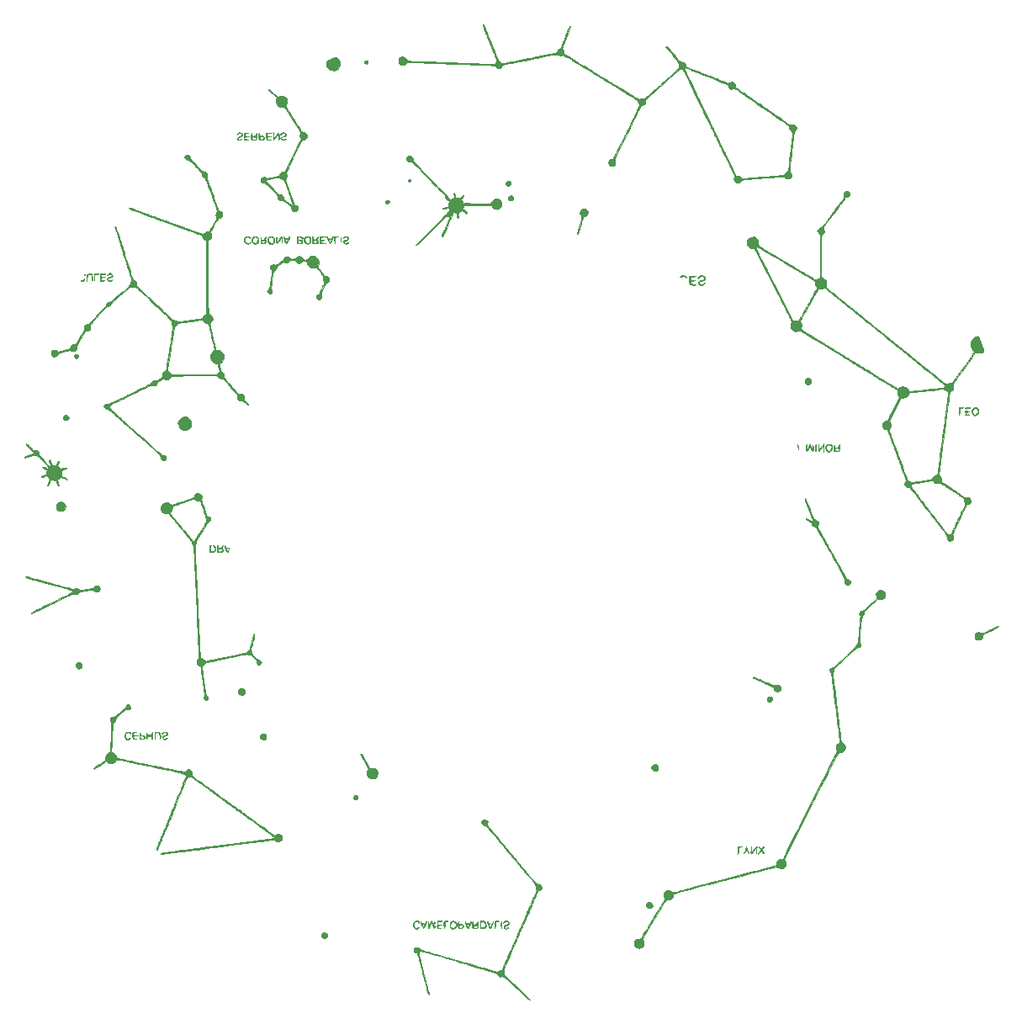
<source format=gbr>
G04 #@! TF.GenerationSoftware,KiCad,Pcbnew,(5.1.4)-1*
G04 #@! TF.CreationDate,2020-09-27T16:22:14-07:00*
G04 #@! TF.ProjectId,StarGazer,53746172-4761-47a6-9572-2e6b69636164,rev?*
G04 #@! TF.SameCoordinates,Original*
G04 #@! TF.FileFunction,Legend,Bot*
G04 #@! TF.FilePolarity,Positive*
%FSLAX46Y46*%
G04 Gerber Fmt 4.6, Leading zero omitted, Abs format (unit mm)*
G04 Created by KiCad (PCBNEW (5.1.4)-1) date 2020-09-27 16:22:14*
%MOMM*%
%LPD*%
G04 APERTURE LIST*
%ADD10C,0.010000*%
G04 APERTURE END LIST*
D10*
G36*
X182983249Y-56729324D02*
G01*
X183100816Y-56610611D01*
X183127256Y-56552535D01*
X183164593Y-56519128D01*
X183257924Y-56487894D01*
X183414436Y-56457948D01*
X183641315Y-56428400D01*
X183945748Y-56398365D01*
X184334921Y-56366954D01*
X184816023Y-56333280D01*
X185000400Y-56321249D01*
X185370377Y-56296453D01*
X185728837Y-56270573D01*
X186056076Y-56245172D01*
X186332391Y-56221813D01*
X186538081Y-56202060D01*
X186615375Y-56193116D01*
X186957402Y-56155523D01*
X187212212Y-56144310D01*
X187390784Y-56160091D01*
X187504099Y-56203482D01*
X187546903Y-56245243D01*
X187670979Y-56349165D01*
X187824780Y-56379071D01*
X187980852Y-56343926D01*
X188111740Y-56252700D01*
X188189991Y-56114361D01*
X188200800Y-56031643D01*
X188162922Y-55870090D01*
X188094461Y-55763530D01*
X188049021Y-55710453D01*
X188021291Y-55652733D01*
X188009806Y-55569764D01*
X188013096Y-55440939D01*
X188029696Y-55245651D01*
X188045981Y-55082626D01*
X188075032Y-54812504D01*
X188106970Y-54540434D01*
X188137178Y-54304697D01*
X188153974Y-54187288D01*
X188178120Y-54014378D01*
X188208842Y-53771270D01*
X188242533Y-53487656D01*
X188275585Y-53193228D01*
X188282072Y-53133138D01*
X188326803Y-52715002D01*
X188362564Y-52385177D01*
X188391485Y-52132181D01*
X188415696Y-51944531D01*
X188437327Y-51810745D01*
X188458509Y-51719340D01*
X188481372Y-51658834D01*
X188508048Y-51617743D01*
X188540665Y-51584585D01*
X188575119Y-51553635D01*
X188678372Y-51406062D01*
X188708495Y-51240840D01*
X188670672Y-51085338D01*
X188570090Y-50966926D01*
X188454800Y-50918564D01*
X188352008Y-50919943D01*
X188230230Y-50942239D01*
X188081543Y-50950482D01*
X187950830Y-50885374D01*
X187829239Y-50799226D01*
X187635584Y-50665123D01*
X187381957Y-50491359D01*
X187080449Y-50286228D01*
X186829200Y-50116127D01*
X186647516Y-49991434D01*
X186428249Y-49838189D01*
X186215646Y-49687343D01*
X186194200Y-49671962D01*
X186009869Y-49540898D01*
X185837735Y-49420766D01*
X185708672Y-49333056D01*
X185686200Y-49318355D01*
X185503915Y-49199319D01*
X185354985Y-49097126D01*
X185190753Y-48978049D01*
X185124618Y-48929087D01*
X184997142Y-48838305D01*
X184903978Y-48779075D01*
X184874303Y-48765945D01*
X184812659Y-48738174D01*
X184782355Y-48716160D01*
X184610906Y-48581723D01*
X184425511Y-48443674D01*
X184253337Y-48321575D01*
X184121551Y-48234986D01*
X184084929Y-48213991D01*
X183980670Y-48150069D01*
X183829948Y-48046601D01*
X183670758Y-47929988D01*
X183524692Y-47822660D01*
X183410533Y-47744777D01*
X183351329Y-47711999D01*
X183349630Y-47711794D01*
X183288845Y-47681745D01*
X183248359Y-47649047D01*
X183175228Y-47591571D01*
X183043878Y-47496520D01*
X182880241Y-47382579D01*
X182847750Y-47360411D01*
X182677134Y-47239207D01*
X182576209Y-47149627D01*
X182527489Y-47071734D01*
X182513488Y-46985593D01*
X182513362Y-46979159D01*
X182467779Y-46809292D01*
X182353437Y-46690032D01*
X182195980Y-46634881D01*
X182021055Y-46657340D01*
X181958607Y-46687104D01*
X181877888Y-46729339D01*
X181805355Y-46743800D01*
X181712121Y-46727501D01*
X181569297Y-46677460D01*
X181462700Y-46635876D01*
X181266082Y-46557245D01*
X181086007Y-46483208D01*
X180961800Y-46429943D01*
X180842852Y-46379403D01*
X180663054Y-46306494D01*
X180456365Y-46224934D01*
X180403000Y-46204231D01*
X180194965Y-46123143D01*
X180005061Y-46047913D01*
X179867208Y-45992008D01*
X179844200Y-45982352D01*
X179478179Y-45828586D01*
X179201014Y-45716469D01*
X179013917Y-45646486D01*
X178955200Y-45627640D01*
X178838878Y-45586239D01*
X178777400Y-45554574D01*
X178712159Y-45523167D01*
X178572482Y-45464987D01*
X178379094Y-45388426D01*
X178159765Y-45304526D01*
X177919211Y-45212611D01*
X177757151Y-45144671D01*
X177656722Y-45090027D01*
X177601063Y-45038002D01*
X177573311Y-44977916D01*
X177561521Y-44925666D01*
X177498799Y-44756132D01*
X177380082Y-44661026D01*
X177189436Y-44627969D01*
X177178029Y-44627727D01*
X177001528Y-44596153D01*
X176859643Y-44492188D01*
X176851872Y-44484010D01*
X176766388Y-44382422D01*
X176721830Y-44309115D01*
X176720000Y-44299952D01*
X176683281Y-44241094D01*
X176680462Y-44239792D01*
X176631968Y-44194249D01*
X176536645Y-44086512D01*
X176409177Y-43934285D01*
X176264250Y-43755276D01*
X176116548Y-43567192D01*
X176044427Y-43472875D01*
X175899618Y-43297281D01*
X175764926Y-43161894D01*
X175653360Y-43076727D01*
X175577933Y-43051794D01*
X175551600Y-43093613D01*
X175580853Y-43142436D01*
X175589700Y-43143811D01*
X175635933Y-43181331D01*
X175724135Y-43280757D01*
X175837095Y-43422388D01*
X175863779Y-43457546D01*
X176102572Y-43762777D01*
X176394599Y-44115782D01*
X176689328Y-44457698D01*
X176821153Y-44654218D01*
X176857841Y-44832752D01*
X176850090Y-44881334D01*
X176845272Y-45013959D01*
X176869594Y-45096338D01*
X176877372Y-45134840D01*
X176857565Y-45186796D01*
X176801858Y-45261015D01*
X176757260Y-45308011D01*
X177453184Y-45308011D01*
X177455125Y-45265143D01*
X177495944Y-45181264D01*
X177547593Y-45187273D01*
X177620265Y-45224538D01*
X177762650Y-45286604D01*
X177949474Y-45362653D01*
X178040800Y-45398359D01*
X178253750Y-45481292D01*
X178448010Y-45558239D01*
X178591446Y-45616429D01*
X178625000Y-45630561D01*
X178774484Y-45688550D01*
X178953124Y-45749782D01*
X178993300Y-45762412D01*
X179123296Y-45810049D01*
X179200223Y-45853130D01*
X179209200Y-45866704D01*
X179251385Y-45898659D01*
X179300640Y-45904680D01*
X179405371Y-45926115D01*
X179440340Y-45946312D01*
X179504590Y-45979992D01*
X179643143Y-46040391D01*
X179835243Y-46118782D01*
X180047400Y-46201577D01*
X180316566Y-46304604D01*
X180512869Y-46380293D01*
X180658236Y-46437434D01*
X180774598Y-46484819D01*
X180883883Y-46531238D01*
X181008021Y-46585482D01*
X181038000Y-46598677D01*
X181225959Y-46680151D01*
X181439586Y-46770941D01*
X181530359Y-46808920D01*
X181694572Y-46887942D01*
X181784792Y-46965064D01*
X181825675Y-47060466D01*
X181891225Y-47191828D01*
X181989900Y-47288333D01*
X182100511Y-47342777D01*
X182208643Y-47339645D01*
X182291784Y-47313766D01*
X182401103Y-47283170D01*
X182490722Y-47291935D01*
X182600540Y-47348891D01*
X182676599Y-47398950D01*
X183001172Y-47618737D01*
X183253667Y-47791077D01*
X183446326Y-47924537D01*
X183591388Y-48027681D01*
X183701095Y-48109075D01*
X183780074Y-48171099D01*
X183895394Y-48257617D01*
X183979595Y-48308491D01*
X183998118Y-48314166D01*
X184069679Y-48343099D01*
X184100844Y-48365743D01*
X184158636Y-48410432D01*
X184273249Y-48494631D01*
X184450480Y-48622514D01*
X184696124Y-48798250D01*
X185015978Y-49026013D01*
X185197475Y-49154976D01*
X185348499Y-49259091D01*
X185467115Y-49335056D01*
X185529920Y-49367965D01*
X185532399Y-49368316D01*
X185586315Y-49396920D01*
X185698021Y-49472702D01*
X185845577Y-49580616D01*
X185880118Y-49606755D01*
X186082167Y-49756791D01*
X186300760Y-49913334D01*
X186473160Y-50032046D01*
X186871969Y-50298731D01*
X187194470Y-50515928D01*
X187448749Y-50690051D01*
X187642889Y-50827514D01*
X187784976Y-50934729D01*
X187883096Y-51018109D01*
X187945333Y-51084069D01*
X187979772Y-51139021D01*
X187994500Y-51189378D01*
X187997600Y-51241265D01*
X188029734Y-51389854D01*
X188139694Y-51518274D01*
X188150000Y-51526814D01*
X188244986Y-51630256D01*
X188294814Y-51760732D01*
X188302431Y-51938757D01*
X188270786Y-52184844D01*
X188256058Y-52264758D01*
X188231953Y-52415088D01*
X188203026Y-52633111D01*
X188173354Y-52886512D01*
X188152807Y-53082941D01*
X188124738Y-53354252D01*
X188094274Y-53627081D01*
X188065731Y-53863723D01*
X188049370Y-53986498D01*
X188026250Y-54167043D01*
X187998113Y-54414439D01*
X187968585Y-54695505D01*
X187942376Y-54965352D01*
X187881910Y-55617921D01*
X187727194Y-55693217D01*
X187602737Y-55775286D01*
X187518908Y-55867865D01*
X187518339Y-55868909D01*
X187470973Y-55956148D01*
X187452787Y-55988948D01*
X187400972Y-55998866D01*
X187264389Y-56014151D01*
X187059625Y-56033237D01*
X186803269Y-56054561D01*
X186563787Y-56072795D01*
X186195467Y-56100279D01*
X185769023Y-56132960D01*
X185327563Y-56167484D01*
X184914193Y-56200498D01*
X184746400Y-56214167D01*
X184299853Y-56250958D01*
X183943809Y-56279985D01*
X183667474Y-56301267D01*
X183460056Y-56314823D01*
X183310763Y-56320671D01*
X183208801Y-56318829D01*
X183143379Y-56309315D01*
X183103705Y-56292148D01*
X183078985Y-56267347D01*
X183058427Y-56234930D01*
X183047131Y-56217065D01*
X182946006Y-56122473D01*
X182794840Y-56094800D01*
X182793118Y-56094798D01*
X182694974Y-56087475D01*
X182625900Y-56051387D01*
X182563134Y-55965352D01*
X182483917Y-55808191D01*
X182482952Y-55806162D01*
X182415220Y-55664825D01*
X182313779Y-55454581D01*
X182189045Y-55196953D01*
X182051437Y-54913466D01*
X181942366Y-54689265D01*
X181805979Y-54408933D01*
X181678188Y-54145768D01*
X181568249Y-53918868D01*
X181485418Y-53747330D01*
X181443663Y-53660213D01*
X181391967Y-53552562D01*
X181304781Y-53372347D01*
X181190770Y-53137419D01*
X181058598Y-52865634D01*
X180916931Y-52574844D01*
X180907676Y-52555865D01*
X180753426Y-52238941D01*
X180596620Y-51915656D01*
X180449312Y-51610938D01*
X180323555Y-51349715D01*
X180240199Y-51175431D01*
X180124030Y-50932683D01*
X179982561Y-50639279D01*
X179834942Y-50334837D01*
X179718544Y-50096182D01*
X179580068Y-49813183D01*
X179417135Y-49480096D01*
X179249465Y-49137237D01*
X179096776Y-48824925D01*
X179087860Y-48806684D01*
X178970938Y-48564127D01*
X178871723Y-48351914D01*
X178797963Y-48187128D01*
X178757406Y-48086849D01*
X178752000Y-48066269D01*
X178715197Y-48015050D01*
X178701200Y-48012980D01*
X178654531Y-47973060D01*
X178650400Y-47947112D01*
X178649869Y-47926493D01*
X178645274Y-47901573D01*
X178632110Y-47862764D01*
X178605871Y-47800480D01*
X178562051Y-47705134D01*
X178496145Y-47567138D01*
X178403648Y-47376905D01*
X178280055Y-47124849D01*
X178120859Y-46801383D01*
X177928776Y-46411569D01*
X177753043Y-46050428D01*
X177621405Y-45768668D01*
X177530074Y-45557123D01*
X177475262Y-45406626D01*
X177453184Y-45308011D01*
X176757260Y-45308011D01*
X176701938Y-45366307D01*
X176549492Y-45511478D01*
X176336205Y-45705339D01*
X176077009Y-45936118D01*
X175819288Y-46164954D01*
X175575998Y-46382068D01*
X175361261Y-46574774D01*
X175189198Y-46730383D01*
X175073933Y-46836208D01*
X175049885Y-46858886D01*
X174897971Y-46997403D01*
X174720419Y-47149916D01*
X174637200Y-47218085D01*
X174510371Y-47323993D01*
X174332706Y-47478108D01*
X174127498Y-47659984D01*
X173918040Y-47849172D01*
X173912370Y-47854349D01*
X173709328Y-48038144D01*
X173563770Y-48163062D01*
X173459453Y-48239302D01*
X173380135Y-48277062D01*
X173309572Y-48286543D01*
X173236493Y-48278749D01*
X173069736Y-48276462D01*
X172939435Y-48312032D01*
X172852428Y-48343407D01*
X172763749Y-48328168D01*
X172635298Y-48259123D01*
X172624712Y-48252631D01*
X172487650Y-48171274D01*
X172377521Y-48111094D01*
X172351200Y-48098590D01*
X172277595Y-48058738D01*
X172141112Y-47977798D01*
X171964167Y-47869234D01*
X171843200Y-47793469D01*
X171611795Y-47648648D01*
X171334693Y-47477102D01*
X171053030Y-47304226D01*
X170885413Y-47202216D01*
X170658697Y-47064285D01*
X170443819Y-46932552D01*
X170266829Y-46823044D01*
X170163495Y-46758039D01*
X170042015Y-46681747D01*
X169859313Y-46568847D01*
X169640893Y-46435028D01*
X169429220Y-46306261D01*
X169180197Y-46154808D01*
X168923613Y-45997881D01*
X168693189Y-45856147D01*
X168550938Y-45767957D01*
X168349875Y-45644341D01*
X168146829Y-45522390D01*
X167985088Y-45428097D01*
X167982400Y-45426574D01*
X167811921Y-45326460D01*
X167608893Y-45202157D01*
X167465593Y-45111517D01*
X167298301Y-45005630D01*
X167077351Y-44868390D01*
X166836030Y-44720383D01*
X166678193Y-44624640D01*
X166479180Y-44502313D01*
X166314748Y-44396980D01*
X166202934Y-44320484D01*
X166162066Y-44285806D01*
X166103868Y-44248725D01*
X166094938Y-44248158D01*
X166032043Y-44222558D01*
X165907014Y-44154188D01*
X165742436Y-44055694D01*
X165669053Y-44009719D01*
X165481255Y-43885317D01*
X165366524Y-43793119D01*
X165308730Y-43717269D01*
X165291739Y-43641909D01*
X165291681Y-43638798D01*
X165258236Y-43500486D01*
X165194641Y-43389950D01*
X165146282Y-43324692D01*
X165127708Y-43263212D01*
X165140614Y-43177455D01*
X165186695Y-43039365D01*
X165221502Y-42945159D01*
X165290167Y-42763590D01*
X165350813Y-42608326D01*
X165388873Y-42516340D01*
X165438542Y-42394207D01*
X165485421Y-42265352D01*
X165529296Y-42142719D01*
X165595462Y-41964395D01*
X165669801Y-41768413D01*
X165671735Y-41763375D01*
X165777332Y-41487845D01*
X165850851Y-41292440D01*
X165896191Y-41163395D01*
X165917248Y-41086944D01*
X165917922Y-41049321D01*
X165902110Y-41036761D01*
X165877846Y-41035510D01*
X165825235Y-41078817D01*
X165756701Y-41191472D01*
X165697347Y-41324146D01*
X165629859Y-41496099D01*
X165571600Y-41642344D01*
X165542674Y-41713178D01*
X165504330Y-41816379D01*
X165450963Y-41974170D01*
X165413905Y-42089660D01*
X165360749Y-42249154D01*
X165314493Y-42370734D01*
X165292428Y-42415945D01*
X165257579Y-42491493D01*
X165209992Y-42624218D01*
X165188400Y-42692031D01*
X165139987Y-42837606D01*
X165097717Y-42943742D01*
X165084654Y-42968118D01*
X165047718Y-43051592D01*
X165016636Y-43156360D01*
X164959416Y-43266756D01*
X164892211Y-43294403D01*
X164773622Y-43334757D01*
X164659462Y-43431583D01*
X164587432Y-43548532D01*
X164578800Y-43596588D01*
X164534078Y-43687532D01*
X164464500Y-43718946D01*
X164283191Y-43756357D01*
X164043519Y-43803115D01*
X163787199Y-43851253D01*
X163555945Y-43892804D01*
X163537400Y-43896016D01*
X163321412Y-43935452D01*
X163091763Y-43980522D01*
X163029400Y-43993447D01*
X162590449Y-44085734D01*
X162229698Y-44160590D01*
X161926138Y-44222254D01*
X161658763Y-44274962D01*
X161406567Y-44322954D01*
X161276800Y-44347020D01*
X160942819Y-44409486D01*
X160597141Y-44475892D01*
X160261163Y-44541969D01*
X159956286Y-44603445D01*
X159703908Y-44656051D01*
X159525427Y-44695514D01*
X159498800Y-44701864D01*
X159286381Y-44751848D01*
X159151972Y-44776348D01*
X159075429Y-44775813D01*
X159036609Y-44750695D01*
X159018970Y-44712585D01*
X158955220Y-44631299D01*
X158840658Y-44553563D01*
X158832066Y-44549344D01*
X158740206Y-44489109D01*
X158662831Y-44392825D01*
X158584338Y-44237398D01*
X158526839Y-44097565D01*
X158451093Y-43906042D01*
X158384803Y-43740798D01*
X158340306Y-43632540D01*
X158335221Y-43620688D01*
X158294964Y-43523589D01*
X158232256Y-43367331D01*
X158163916Y-43194008D01*
X158084032Y-42990889D01*
X157985282Y-42741645D01*
X157876296Y-42467848D01*
X157765699Y-42191070D01*
X157662121Y-41932885D01*
X157574189Y-41714866D01*
X157510531Y-41558584D01*
X157491364Y-41512387D01*
X157434763Y-41374580D01*
X157363744Y-41197630D01*
X157330759Y-41114208D01*
X157262931Y-40970681D01*
X157194857Y-40871204D01*
X157140132Y-40830190D01*
X157112349Y-40862054D01*
X157111200Y-40881415D01*
X157134191Y-40968804D01*
X157160301Y-41023641D01*
X157201952Y-41112128D01*
X157265612Y-41263438D01*
X157338122Y-41446205D01*
X157344273Y-41462190D01*
X157420435Y-41658409D01*
X157491539Y-41837864D01*
X157542445Y-41962351D01*
X157543216Y-41964166D01*
X157606941Y-42121024D01*
X157670998Y-42288634D01*
X157671664Y-42290450D01*
X157735130Y-42457608D01*
X157798179Y-42615101D01*
X157798860Y-42616735D01*
X157841446Y-42720762D01*
X157911711Y-42894486D01*
X158000093Y-43114194D01*
X158097033Y-43356176D01*
X158102439Y-43369699D01*
X158199920Y-43611432D01*
X158290141Y-43831266D01*
X158363390Y-44005788D01*
X158409956Y-44111586D01*
X158411656Y-44115167D01*
X158497910Y-44352995D01*
X158502689Y-44543917D01*
X158426161Y-44700785D01*
X158419436Y-44708868D01*
X158305000Y-44843294D01*
X156958800Y-44797213D01*
X156531081Y-44781808D01*
X156075030Y-44764057D01*
X155619517Y-44745175D01*
X155193408Y-44726377D01*
X154825575Y-44708877D01*
X154672800Y-44701009D01*
X154390927Y-44687359D01*
X154027771Y-44671915D01*
X153603615Y-44655419D01*
X153138741Y-44638616D01*
X152653434Y-44622248D01*
X152167977Y-44607058D01*
X151878800Y-44598642D01*
X151326128Y-44582912D01*
X150866299Y-44569092D01*
X150490595Y-44556356D01*
X150190297Y-44543873D01*
X149956686Y-44530817D01*
X149781043Y-44516359D01*
X149654650Y-44499670D01*
X149568787Y-44479923D01*
X149514735Y-44456290D01*
X149483777Y-44427941D01*
X149467193Y-44394049D01*
X149460047Y-44368875D01*
X149373356Y-44218827D01*
X149215340Y-44124166D01*
X149044757Y-44097565D01*
X148843178Y-44124529D01*
X148716203Y-44211466D01*
X148650861Y-44367447D01*
X148649595Y-44373932D01*
X148637972Y-44604580D01*
X148704106Y-44773296D01*
X148829013Y-44874715D01*
X149017061Y-44941896D01*
X149175186Y-44923144D01*
X149332264Y-44813986D01*
X149353592Y-44793438D01*
X149512969Y-44635950D01*
X150530784Y-44668359D01*
X150930849Y-44682279D01*
X151379285Y-44699822D01*
X151834875Y-44719257D01*
X152256396Y-44738850D01*
X152488400Y-44750628D01*
X152781621Y-44764920D01*
X153154220Y-44781112D01*
X153584009Y-44798353D01*
X154048804Y-44815789D01*
X154526420Y-44832572D01*
X154994671Y-44847848D01*
X155130000Y-44852009D01*
X155577304Y-44865857D01*
X156028362Y-44880380D01*
X156463661Y-44894909D01*
X156863691Y-44908776D01*
X157208940Y-44921312D01*
X157479898Y-44931850D01*
X157562617Y-44935334D01*
X157848910Y-44948405D01*
X158051911Y-44961010D01*
X158189840Y-44976846D01*
X158280918Y-44999607D01*
X158343365Y-45032989D01*
X158395402Y-45080689D01*
X158421914Y-45109624D01*
X158569166Y-45223507D01*
X158711923Y-45252111D01*
X158858753Y-45219451D01*
X158979526Y-45138136D01*
X159039821Y-45033165D01*
X159041600Y-45012682D01*
X159054538Y-44963721D01*
X159105355Y-44924952D01*
X159212055Y-44889244D01*
X159392639Y-44849464D01*
X159510646Y-44826867D01*
X159742951Y-44782532D01*
X160041371Y-44724243D01*
X160372576Y-44658614D01*
X160703235Y-44592256D01*
X161000017Y-44531781D01*
X161048200Y-44521838D01*
X161349362Y-44460263D01*
X161708640Y-44387931D01*
X162084401Y-44313174D01*
X162419800Y-44247291D01*
X162633949Y-44205365D01*
X162916994Y-44149674D01*
X163238227Y-44086276D01*
X163566943Y-44021224D01*
X163709581Y-43992934D01*
X164016820Y-43932577D01*
X164241280Y-43891201D01*
X164399672Y-43867437D01*
X164508706Y-43859915D01*
X164585093Y-43867264D01*
X164645545Y-43888115D01*
X164691598Y-43912423D01*
X164895225Y-43989386D01*
X165078384Y-43973080D01*
X165137392Y-43947082D01*
X165202167Y-43933122D01*
X165294691Y-43956377D01*
X165433413Y-44024034D01*
X165629352Y-44138756D01*
X165822194Y-44255531D01*
X165995998Y-44359740D01*
X166122660Y-44434571D01*
X166153600Y-44452381D01*
X166254308Y-44513939D01*
X166306000Y-44553005D01*
X166370409Y-44597065D01*
X166407600Y-44615377D01*
X166484003Y-44657341D01*
X166619582Y-44739102D01*
X166788741Y-44845119D01*
X166839400Y-44877523D01*
X167015256Y-44987249D01*
X167167077Y-45076072D01*
X167268341Y-45128646D01*
X167283900Y-45134742D01*
X167358944Y-45179598D01*
X167372800Y-45207768D01*
X167410890Y-45251492D01*
X167418499Y-45252111D01*
X167481038Y-45277061D01*
X167604065Y-45342942D01*
X167762669Y-45436292D01*
X167786799Y-45451098D01*
X168179858Y-45693083D01*
X168499606Y-45888943D01*
X168742387Y-46036448D01*
X168904540Y-46133371D01*
X168947600Y-46158388D01*
X169048248Y-46220861D01*
X169100000Y-46261098D01*
X169159928Y-46304454D01*
X169252400Y-46356464D01*
X169349917Y-46411942D01*
X169506117Y-46506631D01*
X169694833Y-46624521D01*
X169798040Y-46690263D01*
X169978592Y-46804440D01*
X170125890Y-46894493D01*
X170220270Y-46948569D01*
X170243630Y-46958830D01*
X170296571Y-46983895D01*
X170403548Y-47046603D01*
X170534528Y-47128218D01*
X170659478Y-47210007D01*
X170748364Y-47273236D01*
X170751000Y-47275316D01*
X170814425Y-47316807D01*
X170946910Y-47397814D01*
X171129778Y-47507224D01*
X171344355Y-47633924D01*
X171571964Y-47766803D01*
X171741600Y-47864756D01*
X171842204Y-47927531D01*
X171894000Y-47968058D01*
X171948584Y-48008258D01*
X172063327Y-48080653D01*
X172173400Y-48146144D01*
X172408788Y-48283583D01*
X172570462Y-48381408D01*
X172672277Y-48450907D01*
X172728093Y-48503368D01*
X172751766Y-48550080D01*
X172757153Y-48602329D01*
X172757278Y-48621755D01*
X172784979Y-48745450D01*
X172833800Y-48816142D01*
X172898262Y-48899812D01*
X172910000Y-48944395D01*
X172888322Y-49005959D01*
X172827373Y-49144340D01*
X172733277Y-49346541D01*
X172612159Y-49599564D01*
X172470142Y-49890409D01*
X172351200Y-50130357D01*
X172197365Y-50441178D01*
X172059734Y-50723930D01*
X171944427Y-50965656D01*
X171857564Y-51153400D01*
X171805265Y-51274204D01*
X171792400Y-51313389D01*
X171766662Y-51371839D01*
X171751805Y-51376221D01*
X171710769Y-51418763D01*
X171658322Y-51524796D01*
X171643045Y-51564462D01*
X171592433Y-51690284D01*
X171551258Y-51769326D01*
X171543940Y-51777802D01*
X171509032Y-51831881D01*
X171443256Y-51953792D01*
X171358894Y-52120476D01*
X171330038Y-52179383D01*
X171084495Y-52684063D01*
X170878471Y-53105554D01*
X170707821Y-53451319D01*
X170568398Y-53728819D01*
X170456057Y-53945517D01*
X170366652Y-54108875D01*
X170296036Y-54226354D01*
X170240065Y-54305416D01*
X170194592Y-54353525D01*
X170155471Y-54378141D01*
X170118556Y-54386726D01*
X170103300Y-54387345D01*
X169936581Y-54433217D01*
X169815662Y-54553875D01*
X169761478Y-54726765D01*
X169760400Y-54756781D01*
X169801887Y-54933752D01*
X169916596Y-55050114D01*
X170085239Y-55090846D01*
X170280179Y-55052938D01*
X170405860Y-54946990D01*
X170454798Y-54784665D01*
X170419513Y-54577625D01*
X170417704Y-54572577D01*
X170396394Y-54496916D01*
X170395701Y-54419996D01*
X170421704Y-54321783D01*
X170480479Y-54182247D01*
X170578105Y-53981356D01*
X170625977Y-53886103D01*
X170822858Y-53495155D01*
X171033847Y-53074695D01*
X171254321Y-52634056D01*
X171479659Y-52182568D01*
X171705237Y-51729566D01*
X171926435Y-51284381D01*
X172138631Y-50856346D01*
X172337201Y-50454793D01*
X172517525Y-50089055D01*
X172674980Y-49768463D01*
X172804945Y-49502351D01*
X172902796Y-49300051D01*
X172963913Y-49170895D01*
X172983275Y-49126433D01*
X173058886Y-49030322D01*
X173154685Y-48985209D01*
X173340012Y-48907260D01*
X173442058Y-48775156D01*
X173468800Y-48610813D01*
X173476095Y-48512274D01*
X173508194Y-48428142D01*
X173580410Y-48336651D01*
X173708061Y-48216034D01*
X173807712Y-48129166D01*
X173989159Y-47970682D01*
X174165844Y-47812634D01*
X174305346Y-47684106D01*
X174328950Y-47661597D01*
X174470945Y-47530525D01*
X174611407Y-47409639D01*
X174654665Y-47375000D01*
X174754431Y-47292352D01*
X174919403Y-47149018D01*
X175140658Y-46952968D01*
X175409276Y-46712170D01*
X175716333Y-46434596D01*
X176052908Y-46128216D01*
X176161200Y-46029226D01*
X176451529Y-45767971D01*
X176680481Y-45572843D01*
X176856948Y-45437456D01*
X176989825Y-45355428D01*
X177088004Y-45320376D01*
X177146932Y-45321714D01*
X177197566Y-45349032D01*
X177257878Y-45413224D01*
X177332723Y-45522925D01*
X177426955Y-45686769D01*
X177545427Y-45913391D01*
X177692994Y-46211424D01*
X177874508Y-46589504D01*
X177954378Y-46758039D01*
X178038877Y-46935369D01*
X178155181Y-47177430D01*
X178290907Y-47458552D01*
X178433674Y-47753064D01*
X178511262Y-47912585D01*
X178668768Y-48236092D01*
X178841749Y-48591561D01*
X179012409Y-48942417D01*
X179162956Y-49252085D01*
X179207238Y-49343217D01*
X179353064Y-49642590D01*
X179513955Y-49971606D01*
X179670098Y-50289818D01*
X179798533Y-50550407D01*
X179904180Y-50768727D01*
X179990949Y-50956943D01*
X180050070Y-51095395D01*
X180072772Y-51164420D01*
X180072800Y-51165328D01*
X180100795Y-51221933D01*
X180115468Y-51225628D01*
X180156147Y-51268639D01*
X180207196Y-51376531D01*
X180225200Y-51426419D01*
X180275696Y-51550245D01*
X180322220Y-51620896D01*
X180334931Y-51627209D01*
X180374005Y-51667368D01*
X180377600Y-51694209D01*
X180398796Y-51768286D01*
X180455118Y-51905805D01*
X180535660Y-52080704D01*
X180561370Y-52133438D01*
X180674061Y-52363652D01*
X180804378Y-52632783D01*
X180927106Y-52888714D01*
X180946025Y-52928474D01*
X181040441Y-53125581D01*
X181165752Y-53384887D01*
X181308346Y-53678342D01*
X181454611Y-53977896D01*
X181518447Y-54108118D01*
X181761842Y-54604543D01*
X181963788Y-55018256D01*
X182127570Y-55356684D01*
X182256474Y-55627256D01*
X182353785Y-55837398D01*
X182422789Y-55994539D01*
X182466771Y-56106106D01*
X182489017Y-56179526D01*
X182492812Y-56222229D01*
X182481441Y-56241640D01*
X182463823Y-56245391D01*
X182419221Y-56286407D01*
X182408712Y-56387162D01*
X182428563Y-56514217D01*
X182475044Y-56634130D01*
X182513178Y-56687704D01*
X182656637Y-56775089D01*
X182824258Y-56786557D01*
X182983249Y-56729324D01*
X182983249Y-56729324D01*
G37*
X182983249Y-56729324D02*
X183100816Y-56610611D01*
X183127256Y-56552535D01*
X183164593Y-56519128D01*
X183257924Y-56487894D01*
X183414436Y-56457948D01*
X183641315Y-56428400D01*
X183945748Y-56398365D01*
X184334921Y-56366954D01*
X184816023Y-56333280D01*
X185000400Y-56321249D01*
X185370377Y-56296453D01*
X185728837Y-56270573D01*
X186056076Y-56245172D01*
X186332391Y-56221813D01*
X186538081Y-56202060D01*
X186615375Y-56193116D01*
X186957402Y-56155523D01*
X187212212Y-56144310D01*
X187390784Y-56160091D01*
X187504099Y-56203482D01*
X187546903Y-56245243D01*
X187670979Y-56349165D01*
X187824780Y-56379071D01*
X187980852Y-56343926D01*
X188111740Y-56252700D01*
X188189991Y-56114361D01*
X188200800Y-56031643D01*
X188162922Y-55870090D01*
X188094461Y-55763530D01*
X188049021Y-55710453D01*
X188021291Y-55652733D01*
X188009806Y-55569764D01*
X188013096Y-55440939D01*
X188029696Y-55245651D01*
X188045981Y-55082626D01*
X188075032Y-54812504D01*
X188106970Y-54540434D01*
X188137178Y-54304697D01*
X188153974Y-54187288D01*
X188178120Y-54014378D01*
X188208842Y-53771270D01*
X188242533Y-53487656D01*
X188275585Y-53193228D01*
X188282072Y-53133138D01*
X188326803Y-52715002D01*
X188362564Y-52385177D01*
X188391485Y-52132181D01*
X188415696Y-51944531D01*
X188437327Y-51810745D01*
X188458509Y-51719340D01*
X188481372Y-51658834D01*
X188508048Y-51617743D01*
X188540665Y-51584585D01*
X188575119Y-51553635D01*
X188678372Y-51406062D01*
X188708495Y-51240840D01*
X188670672Y-51085338D01*
X188570090Y-50966926D01*
X188454800Y-50918564D01*
X188352008Y-50919943D01*
X188230230Y-50942239D01*
X188081543Y-50950482D01*
X187950830Y-50885374D01*
X187829239Y-50799226D01*
X187635584Y-50665123D01*
X187381957Y-50491359D01*
X187080449Y-50286228D01*
X186829200Y-50116127D01*
X186647516Y-49991434D01*
X186428249Y-49838189D01*
X186215646Y-49687343D01*
X186194200Y-49671962D01*
X186009869Y-49540898D01*
X185837735Y-49420766D01*
X185708672Y-49333056D01*
X185686200Y-49318355D01*
X185503915Y-49199319D01*
X185354985Y-49097126D01*
X185190753Y-48978049D01*
X185124618Y-48929087D01*
X184997142Y-48838305D01*
X184903978Y-48779075D01*
X184874303Y-48765945D01*
X184812659Y-48738174D01*
X184782355Y-48716160D01*
X184610906Y-48581723D01*
X184425511Y-48443674D01*
X184253337Y-48321575D01*
X184121551Y-48234986D01*
X184084929Y-48213991D01*
X183980670Y-48150069D01*
X183829948Y-48046601D01*
X183670758Y-47929988D01*
X183524692Y-47822660D01*
X183410533Y-47744777D01*
X183351329Y-47711999D01*
X183349630Y-47711794D01*
X183288845Y-47681745D01*
X183248359Y-47649047D01*
X183175228Y-47591571D01*
X183043878Y-47496520D01*
X182880241Y-47382579D01*
X182847750Y-47360411D01*
X182677134Y-47239207D01*
X182576209Y-47149627D01*
X182527489Y-47071734D01*
X182513488Y-46985593D01*
X182513362Y-46979159D01*
X182467779Y-46809292D01*
X182353437Y-46690032D01*
X182195980Y-46634881D01*
X182021055Y-46657340D01*
X181958607Y-46687104D01*
X181877888Y-46729339D01*
X181805355Y-46743800D01*
X181712121Y-46727501D01*
X181569297Y-46677460D01*
X181462700Y-46635876D01*
X181266082Y-46557245D01*
X181086007Y-46483208D01*
X180961800Y-46429943D01*
X180842852Y-46379403D01*
X180663054Y-46306494D01*
X180456365Y-46224934D01*
X180403000Y-46204231D01*
X180194965Y-46123143D01*
X180005061Y-46047913D01*
X179867208Y-45992008D01*
X179844200Y-45982352D01*
X179478179Y-45828586D01*
X179201014Y-45716469D01*
X179013917Y-45646486D01*
X178955200Y-45627640D01*
X178838878Y-45586239D01*
X178777400Y-45554574D01*
X178712159Y-45523167D01*
X178572482Y-45464987D01*
X178379094Y-45388426D01*
X178159765Y-45304526D01*
X177919211Y-45212611D01*
X177757151Y-45144671D01*
X177656722Y-45090027D01*
X177601063Y-45038002D01*
X177573311Y-44977916D01*
X177561521Y-44925666D01*
X177498799Y-44756132D01*
X177380082Y-44661026D01*
X177189436Y-44627969D01*
X177178029Y-44627727D01*
X177001528Y-44596153D01*
X176859643Y-44492188D01*
X176851872Y-44484010D01*
X176766388Y-44382422D01*
X176721830Y-44309115D01*
X176720000Y-44299952D01*
X176683281Y-44241094D01*
X176680462Y-44239792D01*
X176631968Y-44194249D01*
X176536645Y-44086512D01*
X176409177Y-43934285D01*
X176264250Y-43755276D01*
X176116548Y-43567192D01*
X176044427Y-43472875D01*
X175899618Y-43297281D01*
X175764926Y-43161894D01*
X175653360Y-43076727D01*
X175577933Y-43051794D01*
X175551600Y-43093613D01*
X175580853Y-43142436D01*
X175589700Y-43143811D01*
X175635933Y-43181331D01*
X175724135Y-43280757D01*
X175837095Y-43422388D01*
X175863779Y-43457546D01*
X176102572Y-43762777D01*
X176394599Y-44115782D01*
X176689328Y-44457698D01*
X176821153Y-44654218D01*
X176857841Y-44832752D01*
X176850090Y-44881334D01*
X176845272Y-45013959D01*
X176869594Y-45096338D01*
X176877372Y-45134840D01*
X176857565Y-45186796D01*
X176801858Y-45261015D01*
X176757260Y-45308011D01*
X177453184Y-45308011D01*
X177455125Y-45265143D01*
X177495944Y-45181264D01*
X177547593Y-45187273D01*
X177620265Y-45224538D01*
X177762650Y-45286604D01*
X177949474Y-45362653D01*
X178040800Y-45398359D01*
X178253750Y-45481292D01*
X178448010Y-45558239D01*
X178591446Y-45616429D01*
X178625000Y-45630561D01*
X178774484Y-45688550D01*
X178953124Y-45749782D01*
X178993300Y-45762412D01*
X179123296Y-45810049D01*
X179200223Y-45853130D01*
X179209200Y-45866704D01*
X179251385Y-45898659D01*
X179300640Y-45904680D01*
X179405371Y-45926115D01*
X179440340Y-45946312D01*
X179504590Y-45979992D01*
X179643143Y-46040391D01*
X179835243Y-46118782D01*
X180047400Y-46201577D01*
X180316566Y-46304604D01*
X180512869Y-46380293D01*
X180658236Y-46437434D01*
X180774598Y-46484819D01*
X180883883Y-46531238D01*
X181008021Y-46585482D01*
X181038000Y-46598677D01*
X181225959Y-46680151D01*
X181439586Y-46770941D01*
X181530359Y-46808920D01*
X181694572Y-46887942D01*
X181784792Y-46965064D01*
X181825675Y-47060466D01*
X181891225Y-47191828D01*
X181989900Y-47288333D01*
X182100511Y-47342777D01*
X182208643Y-47339645D01*
X182291784Y-47313766D01*
X182401103Y-47283170D01*
X182490722Y-47291935D01*
X182600540Y-47348891D01*
X182676599Y-47398950D01*
X183001172Y-47618737D01*
X183253667Y-47791077D01*
X183446326Y-47924537D01*
X183591388Y-48027681D01*
X183701095Y-48109075D01*
X183780074Y-48171099D01*
X183895394Y-48257617D01*
X183979595Y-48308491D01*
X183998118Y-48314166D01*
X184069679Y-48343099D01*
X184100844Y-48365743D01*
X184158636Y-48410432D01*
X184273249Y-48494631D01*
X184450480Y-48622514D01*
X184696124Y-48798250D01*
X185015978Y-49026013D01*
X185197475Y-49154976D01*
X185348499Y-49259091D01*
X185467115Y-49335056D01*
X185529920Y-49367965D01*
X185532399Y-49368316D01*
X185586315Y-49396920D01*
X185698021Y-49472702D01*
X185845577Y-49580616D01*
X185880118Y-49606755D01*
X186082167Y-49756791D01*
X186300760Y-49913334D01*
X186473160Y-50032046D01*
X186871969Y-50298731D01*
X187194470Y-50515928D01*
X187448749Y-50690051D01*
X187642889Y-50827514D01*
X187784976Y-50934729D01*
X187883096Y-51018109D01*
X187945333Y-51084069D01*
X187979772Y-51139021D01*
X187994500Y-51189378D01*
X187997600Y-51241265D01*
X188029734Y-51389854D01*
X188139694Y-51518274D01*
X188150000Y-51526814D01*
X188244986Y-51630256D01*
X188294814Y-51760732D01*
X188302431Y-51938757D01*
X188270786Y-52184844D01*
X188256058Y-52264758D01*
X188231953Y-52415088D01*
X188203026Y-52633111D01*
X188173354Y-52886512D01*
X188152807Y-53082941D01*
X188124738Y-53354252D01*
X188094274Y-53627081D01*
X188065731Y-53863723D01*
X188049370Y-53986498D01*
X188026250Y-54167043D01*
X187998113Y-54414439D01*
X187968585Y-54695505D01*
X187942376Y-54965352D01*
X187881910Y-55617921D01*
X187727194Y-55693217D01*
X187602737Y-55775286D01*
X187518908Y-55867865D01*
X187518339Y-55868909D01*
X187470973Y-55956148D01*
X187452787Y-55988948D01*
X187400972Y-55998866D01*
X187264389Y-56014151D01*
X187059625Y-56033237D01*
X186803269Y-56054561D01*
X186563787Y-56072795D01*
X186195467Y-56100279D01*
X185769023Y-56132960D01*
X185327563Y-56167484D01*
X184914193Y-56200498D01*
X184746400Y-56214167D01*
X184299853Y-56250958D01*
X183943809Y-56279985D01*
X183667474Y-56301267D01*
X183460056Y-56314823D01*
X183310763Y-56320671D01*
X183208801Y-56318829D01*
X183143379Y-56309315D01*
X183103705Y-56292148D01*
X183078985Y-56267347D01*
X183058427Y-56234930D01*
X183047131Y-56217065D01*
X182946006Y-56122473D01*
X182794840Y-56094800D01*
X182793118Y-56094798D01*
X182694974Y-56087475D01*
X182625900Y-56051387D01*
X182563134Y-55965352D01*
X182483917Y-55808191D01*
X182482952Y-55806162D01*
X182415220Y-55664825D01*
X182313779Y-55454581D01*
X182189045Y-55196953D01*
X182051437Y-54913466D01*
X181942366Y-54689265D01*
X181805979Y-54408933D01*
X181678188Y-54145768D01*
X181568249Y-53918868D01*
X181485418Y-53747330D01*
X181443663Y-53660213D01*
X181391967Y-53552562D01*
X181304781Y-53372347D01*
X181190770Y-53137419D01*
X181058598Y-52865634D01*
X180916931Y-52574844D01*
X180907676Y-52555865D01*
X180753426Y-52238941D01*
X180596620Y-51915656D01*
X180449312Y-51610938D01*
X180323555Y-51349715D01*
X180240199Y-51175431D01*
X180124030Y-50932683D01*
X179982561Y-50639279D01*
X179834942Y-50334837D01*
X179718544Y-50096182D01*
X179580068Y-49813183D01*
X179417135Y-49480096D01*
X179249465Y-49137237D01*
X179096776Y-48824925D01*
X179087860Y-48806684D01*
X178970938Y-48564127D01*
X178871723Y-48351914D01*
X178797963Y-48187128D01*
X178757406Y-48086849D01*
X178752000Y-48066269D01*
X178715197Y-48015050D01*
X178701200Y-48012980D01*
X178654531Y-47973060D01*
X178650400Y-47947112D01*
X178649869Y-47926493D01*
X178645274Y-47901573D01*
X178632110Y-47862764D01*
X178605871Y-47800480D01*
X178562051Y-47705134D01*
X178496145Y-47567138D01*
X178403648Y-47376905D01*
X178280055Y-47124849D01*
X178120859Y-46801383D01*
X177928776Y-46411569D01*
X177753043Y-46050428D01*
X177621405Y-45768668D01*
X177530074Y-45557123D01*
X177475262Y-45406626D01*
X177453184Y-45308011D01*
X176757260Y-45308011D01*
X176701938Y-45366307D01*
X176549492Y-45511478D01*
X176336205Y-45705339D01*
X176077009Y-45936118D01*
X175819288Y-46164954D01*
X175575998Y-46382068D01*
X175361261Y-46574774D01*
X175189198Y-46730383D01*
X175073933Y-46836208D01*
X175049885Y-46858886D01*
X174897971Y-46997403D01*
X174720419Y-47149916D01*
X174637200Y-47218085D01*
X174510371Y-47323993D01*
X174332706Y-47478108D01*
X174127498Y-47659984D01*
X173918040Y-47849172D01*
X173912370Y-47854349D01*
X173709328Y-48038144D01*
X173563770Y-48163062D01*
X173459453Y-48239302D01*
X173380135Y-48277062D01*
X173309572Y-48286543D01*
X173236493Y-48278749D01*
X173069736Y-48276462D01*
X172939435Y-48312032D01*
X172852428Y-48343407D01*
X172763749Y-48328168D01*
X172635298Y-48259123D01*
X172624712Y-48252631D01*
X172487650Y-48171274D01*
X172377521Y-48111094D01*
X172351200Y-48098590D01*
X172277595Y-48058738D01*
X172141112Y-47977798D01*
X171964167Y-47869234D01*
X171843200Y-47793469D01*
X171611795Y-47648648D01*
X171334693Y-47477102D01*
X171053030Y-47304226D01*
X170885413Y-47202216D01*
X170658697Y-47064285D01*
X170443819Y-46932552D01*
X170266829Y-46823044D01*
X170163495Y-46758039D01*
X170042015Y-46681747D01*
X169859313Y-46568847D01*
X169640893Y-46435028D01*
X169429220Y-46306261D01*
X169180197Y-46154808D01*
X168923613Y-45997881D01*
X168693189Y-45856147D01*
X168550938Y-45767957D01*
X168349875Y-45644341D01*
X168146829Y-45522390D01*
X167985088Y-45428097D01*
X167982400Y-45426574D01*
X167811921Y-45326460D01*
X167608893Y-45202157D01*
X167465593Y-45111517D01*
X167298301Y-45005630D01*
X167077351Y-44868390D01*
X166836030Y-44720383D01*
X166678193Y-44624640D01*
X166479180Y-44502313D01*
X166314748Y-44396980D01*
X166202934Y-44320484D01*
X166162066Y-44285806D01*
X166103868Y-44248725D01*
X166094938Y-44248158D01*
X166032043Y-44222558D01*
X165907014Y-44154188D01*
X165742436Y-44055694D01*
X165669053Y-44009719D01*
X165481255Y-43885317D01*
X165366524Y-43793119D01*
X165308730Y-43717269D01*
X165291739Y-43641909D01*
X165291681Y-43638798D01*
X165258236Y-43500486D01*
X165194641Y-43389950D01*
X165146282Y-43324692D01*
X165127708Y-43263212D01*
X165140614Y-43177455D01*
X165186695Y-43039365D01*
X165221502Y-42945159D01*
X165290167Y-42763590D01*
X165350813Y-42608326D01*
X165388873Y-42516340D01*
X165438542Y-42394207D01*
X165485421Y-42265352D01*
X165529296Y-42142719D01*
X165595462Y-41964395D01*
X165669801Y-41768413D01*
X165671735Y-41763375D01*
X165777332Y-41487845D01*
X165850851Y-41292440D01*
X165896191Y-41163395D01*
X165917248Y-41086944D01*
X165917922Y-41049321D01*
X165902110Y-41036761D01*
X165877846Y-41035510D01*
X165825235Y-41078817D01*
X165756701Y-41191472D01*
X165697347Y-41324146D01*
X165629859Y-41496099D01*
X165571600Y-41642344D01*
X165542674Y-41713178D01*
X165504330Y-41816379D01*
X165450963Y-41974170D01*
X165413905Y-42089660D01*
X165360749Y-42249154D01*
X165314493Y-42370734D01*
X165292428Y-42415945D01*
X165257579Y-42491493D01*
X165209992Y-42624218D01*
X165188400Y-42692031D01*
X165139987Y-42837606D01*
X165097717Y-42943742D01*
X165084654Y-42968118D01*
X165047718Y-43051592D01*
X165016636Y-43156360D01*
X164959416Y-43266756D01*
X164892211Y-43294403D01*
X164773622Y-43334757D01*
X164659462Y-43431583D01*
X164587432Y-43548532D01*
X164578800Y-43596588D01*
X164534078Y-43687532D01*
X164464500Y-43718946D01*
X164283191Y-43756357D01*
X164043519Y-43803115D01*
X163787199Y-43851253D01*
X163555945Y-43892804D01*
X163537400Y-43896016D01*
X163321412Y-43935452D01*
X163091763Y-43980522D01*
X163029400Y-43993447D01*
X162590449Y-44085734D01*
X162229698Y-44160590D01*
X161926138Y-44222254D01*
X161658763Y-44274962D01*
X161406567Y-44322954D01*
X161276800Y-44347020D01*
X160942819Y-44409486D01*
X160597141Y-44475892D01*
X160261163Y-44541969D01*
X159956286Y-44603445D01*
X159703908Y-44656051D01*
X159525427Y-44695514D01*
X159498800Y-44701864D01*
X159286381Y-44751848D01*
X159151972Y-44776348D01*
X159075429Y-44775813D01*
X159036609Y-44750695D01*
X159018970Y-44712585D01*
X158955220Y-44631299D01*
X158840658Y-44553563D01*
X158832066Y-44549344D01*
X158740206Y-44489109D01*
X158662831Y-44392825D01*
X158584338Y-44237398D01*
X158526839Y-44097565D01*
X158451093Y-43906042D01*
X158384803Y-43740798D01*
X158340306Y-43632540D01*
X158335221Y-43620688D01*
X158294964Y-43523589D01*
X158232256Y-43367331D01*
X158163916Y-43194008D01*
X158084032Y-42990889D01*
X157985282Y-42741645D01*
X157876296Y-42467848D01*
X157765699Y-42191070D01*
X157662121Y-41932885D01*
X157574189Y-41714866D01*
X157510531Y-41558584D01*
X157491364Y-41512387D01*
X157434763Y-41374580D01*
X157363744Y-41197630D01*
X157330759Y-41114208D01*
X157262931Y-40970681D01*
X157194857Y-40871204D01*
X157140132Y-40830190D01*
X157112349Y-40862054D01*
X157111200Y-40881415D01*
X157134191Y-40968804D01*
X157160301Y-41023641D01*
X157201952Y-41112128D01*
X157265612Y-41263438D01*
X157338122Y-41446205D01*
X157344273Y-41462190D01*
X157420435Y-41658409D01*
X157491539Y-41837864D01*
X157542445Y-41962351D01*
X157543216Y-41964166D01*
X157606941Y-42121024D01*
X157670998Y-42288634D01*
X157671664Y-42290450D01*
X157735130Y-42457608D01*
X157798179Y-42615101D01*
X157798860Y-42616735D01*
X157841446Y-42720762D01*
X157911711Y-42894486D01*
X158000093Y-43114194D01*
X158097033Y-43356176D01*
X158102439Y-43369699D01*
X158199920Y-43611432D01*
X158290141Y-43831266D01*
X158363390Y-44005788D01*
X158409956Y-44111586D01*
X158411656Y-44115167D01*
X158497910Y-44352995D01*
X158502689Y-44543917D01*
X158426161Y-44700785D01*
X158419436Y-44708868D01*
X158305000Y-44843294D01*
X156958800Y-44797213D01*
X156531081Y-44781808D01*
X156075030Y-44764057D01*
X155619517Y-44745175D01*
X155193408Y-44726377D01*
X154825575Y-44708877D01*
X154672800Y-44701009D01*
X154390927Y-44687359D01*
X154027771Y-44671915D01*
X153603615Y-44655419D01*
X153138741Y-44638616D01*
X152653434Y-44622248D01*
X152167977Y-44607058D01*
X151878800Y-44598642D01*
X151326128Y-44582912D01*
X150866299Y-44569092D01*
X150490595Y-44556356D01*
X150190297Y-44543873D01*
X149956686Y-44530817D01*
X149781043Y-44516359D01*
X149654650Y-44499670D01*
X149568787Y-44479923D01*
X149514735Y-44456290D01*
X149483777Y-44427941D01*
X149467193Y-44394049D01*
X149460047Y-44368875D01*
X149373356Y-44218827D01*
X149215340Y-44124166D01*
X149044757Y-44097565D01*
X148843178Y-44124529D01*
X148716203Y-44211466D01*
X148650861Y-44367447D01*
X148649595Y-44373932D01*
X148637972Y-44604580D01*
X148704106Y-44773296D01*
X148829013Y-44874715D01*
X149017061Y-44941896D01*
X149175186Y-44923144D01*
X149332264Y-44813986D01*
X149353592Y-44793438D01*
X149512969Y-44635950D01*
X150530784Y-44668359D01*
X150930849Y-44682279D01*
X151379285Y-44699822D01*
X151834875Y-44719257D01*
X152256396Y-44738850D01*
X152488400Y-44750628D01*
X152781621Y-44764920D01*
X153154220Y-44781112D01*
X153584009Y-44798353D01*
X154048804Y-44815789D01*
X154526420Y-44832572D01*
X154994671Y-44847848D01*
X155130000Y-44852009D01*
X155577304Y-44865857D01*
X156028362Y-44880380D01*
X156463661Y-44894909D01*
X156863691Y-44908776D01*
X157208940Y-44921312D01*
X157479898Y-44931850D01*
X157562617Y-44935334D01*
X157848910Y-44948405D01*
X158051911Y-44961010D01*
X158189840Y-44976846D01*
X158280918Y-44999607D01*
X158343365Y-45032989D01*
X158395402Y-45080689D01*
X158421914Y-45109624D01*
X158569166Y-45223507D01*
X158711923Y-45252111D01*
X158858753Y-45219451D01*
X158979526Y-45138136D01*
X159039821Y-45033165D01*
X159041600Y-45012682D01*
X159054538Y-44963721D01*
X159105355Y-44924952D01*
X159212055Y-44889244D01*
X159392639Y-44849464D01*
X159510646Y-44826867D01*
X159742951Y-44782532D01*
X160041371Y-44724243D01*
X160372576Y-44658614D01*
X160703235Y-44592256D01*
X161000017Y-44531781D01*
X161048200Y-44521838D01*
X161349362Y-44460263D01*
X161708640Y-44387931D01*
X162084401Y-44313174D01*
X162419800Y-44247291D01*
X162633949Y-44205365D01*
X162916994Y-44149674D01*
X163238227Y-44086276D01*
X163566943Y-44021224D01*
X163709581Y-43992934D01*
X164016820Y-43932577D01*
X164241280Y-43891201D01*
X164399672Y-43867437D01*
X164508706Y-43859915D01*
X164585093Y-43867264D01*
X164645545Y-43888115D01*
X164691598Y-43912423D01*
X164895225Y-43989386D01*
X165078384Y-43973080D01*
X165137392Y-43947082D01*
X165202167Y-43933122D01*
X165294691Y-43956377D01*
X165433413Y-44024034D01*
X165629352Y-44138756D01*
X165822194Y-44255531D01*
X165995998Y-44359740D01*
X166122660Y-44434571D01*
X166153600Y-44452381D01*
X166254308Y-44513939D01*
X166306000Y-44553005D01*
X166370409Y-44597065D01*
X166407600Y-44615377D01*
X166484003Y-44657341D01*
X166619582Y-44739102D01*
X166788741Y-44845119D01*
X166839400Y-44877523D01*
X167015256Y-44987249D01*
X167167077Y-45076072D01*
X167268341Y-45128646D01*
X167283900Y-45134742D01*
X167358944Y-45179598D01*
X167372800Y-45207768D01*
X167410890Y-45251492D01*
X167418499Y-45252111D01*
X167481038Y-45277061D01*
X167604065Y-45342942D01*
X167762669Y-45436292D01*
X167786799Y-45451098D01*
X168179858Y-45693083D01*
X168499606Y-45888943D01*
X168742387Y-46036448D01*
X168904540Y-46133371D01*
X168947600Y-46158388D01*
X169048248Y-46220861D01*
X169100000Y-46261098D01*
X169159928Y-46304454D01*
X169252400Y-46356464D01*
X169349917Y-46411942D01*
X169506117Y-46506631D01*
X169694833Y-46624521D01*
X169798040Y-46690263D01*
X169978592Y-46804440D01*
X170125890Y-46894493D01*
X170220270Y-46948569D01*
X170243630Y-46958830D01*
X170296571Y-46983895D01*
X170403548Y-47046603D01*
X170534528Y-47128218D01*
X170659478Y-47210007D01*
X170748364Y-47273236D01*
X170751000Y-47275316D01*
X170814425Y-47316807D01*
X170946910Y-47397814D01*
X171129778Y-47507224D01*
X171344355Y-47633924D01*
X171571964Y-47766803D01*
X171741600Y-47864756D01*
X171842204Y-47927531D01*
X171894000Y-47968058D01*
X171948584Y-48008258D01*
X172063327Y-48080653D01*
X172173400Y-48146144D01*
X172408788Y-48283583D01*
X172570462Y-48381408D01*
X172672277Y-48450907D01*
X172728093Y-48503368D01*
X172751766Y-48550080D01*
X172757153Y-48602329D01*
X172757278Y-48621755D01*
X172784979Y-48745450D01*
X172833800Y-48816142D01*
X172898262Y-48899812D01*
X172910000Y-48944395D01*
X172888322Y-49005959D01*
X172827373Y-49144340D01*
X172733277Y-49346541D01*
X172612159Y-49599564D01*
X172470142Y-49890409D01*
X172351200Y-50130357D01*
X172197365Y-50441178D01*
X172059734Y-50723930D01*
X171944427Y-50965656D01*
X171857564Y-51153400D01*
X171805265Y-51274204D01*
X171792400Y-51313389D01*
X171766662Y-51371839D01*
X171751805Y-51376221D01*
X171710769Y-51418763D01*
X171658322Y-51524796D01*
X171643045Y-51564462D01*
X171592433Y-51690284D01*
X171551258Y-51769326D01*
X171543940Y-51777802D01*
X171509032Y-51831881D01*
X171443256Y-51953792D01*
X171358894Y-52120476D01*
X171330038Y-52179383D01*
X171084495Y-52684063D01*
X170878471Y-53105554D01*
X170707821Y-53451319D01*
X170568398Y-53728819D01*
X170456057Y-53945517D01*
X170366652Y-54108875D01*
X170296036Y-54226354D01*
X170240065Y-54305416D01*
X170194592Y-54353525D01*
X170155471Y-54378141D01*
X170118556Y-54386726D01*
X170103300Y-54387345D01*
X169936581Y-54433217D01*
X169815662Y-54553875D01*
X169761478Y-54726765D01*
X169760400Y-54756781D01*
X169801887Y-54933752D01*
X169916596Y-55050114D01*
X170085239Y-55090846D01*
X170280179Y-55052938D01*
X170405860Y-54946990D01*
X170454798Y-54784665D01*
X170419513Y-54577625D01*
X170417704Y-54572577D01*
X170396394Y-54496916D01*
X170395701Y-54419996D01*
X170421704Y-54321783D01*
X170480479Y-54182247D01*
X170578105Y-53981356D01*
X170625977Y-53886103D01*
X170822858Y-53495155D01*
X171033847Y-53074695D01*
X171254321Y-52634056D01*
X171479659Y-52182568D01*
X171705237Y-51729566D01*
X171926435Y-51284381D01*
X172138631Y-50856346D01*
X172337201Y-50454793D01*
X172517525Y-50089055D01*
X172674980Y-49768463D01*
X172804945Y-49502351D01*
X172902796Y-49300051D01*
X172963913Y-49170895D01*
X172983275Y-49126433D01*
X173058886Y-49030322D01*
X173154685Y-48985209D01*
X173340012Y-48907260D01*
X173442058Y-48775156D01*
X173468800Y-48610813D01*
X173476095Y-48512274D01*
X173508194Y-48428142D01*
X173580410Y-48336651D01*
X173708061Y-48216034D01*
X173807712Y-48129166D01*
X173989159Y-47970682D01*
X174165844Y-47812634D01*
X174305346Y-47684106D01*
X174328950Y-47661597D01*
X174470945Y-47530525D01*
X174611407Y-47409639D01*
X174654665Y-47375000D01*
X174754431Y-47292352D01*
X174919403Y-47149018D01*
X175140658Y-46952968D01*
X175409276Y-46712170D01*
X175716333Y-46434596D01*
X176052908Y-46128216D01*
X176161200Y-46029226D01*
X176451529Y-45767971D01*
X176680481Y-45572843D01*
X176856948Y-45437456D01*
X176989825Y-45355428D01*
X177088004Y-45320376D01*
X177146932Y-45321714D01*
X177197566Y-45349032D01*
X177257878Y-45413224D01*
X177332723Y-45522925D01*
X177426955Y-45686769D01*
X177545427Y-45913391D01*
X177692994Y-46211424D01*
X177874508Y-46589504D01*
X177954378Y-46758039D01*
X178038877Y-46935369D01*
X178155181Y-47177430D01*
X178290907Y-47458552D01*
X178433674Y-47753064D01*
X178511262Y-47912585D01*
X178668768Y-48236092D01*
X178841749Y-48591561D01*
X179012409Y-48942417D01*
X179162956Y-49252085D01*
X179207238Y-49343217D01*
X179353064Y-49642590D01*
X179513955Y-49971606D01*
X179670098Y-50289818D01*
X179798533Y-50550407D01*
X179904180Y-50768727D01*
X179990949Y-50956943D01*
X180050070Y-51095395D01*
X180072772Y-51164420D01*
X180072800Y-51165328D01*
X180100795Y-51221933D01*
X180115468Y-51225628D01*
X180156147Y-51268639D01*
X180207196Y-51376531D01*
X180225200Y-51426419D01*
X180275696Y-51550245D01*
X180322220Y-51620896D01*
X180334931Y-51627209D01*
X180374005Y-51667368D01*
X180377600Y-51694209D01*
X180398796Y-51768286D01*
X180455118Y-51905805D01*
X180535660Y-52080704D01*
X180561370Y-52133438D01*
X180674061Y-52363652D01*
X180804378Y-52632783D01*
X180927106Y-52888714D01*
X180946025Y-52928474D01*
X181040441Y-53125581D01*
X181165752Y-53384887D01*
X181308346Y-53678342D01*
X181454611Y-53977896D01*
X181518447Y-54108118D01*
X181761842Y-54604543D01*
X181963788Y-55018256D01*
X182127570Y-55356684D01*
X182256474Y-55627256D01*
X182353785Y-55837398D01*
X182422789Y-55994539D01*
X182466771Y-56106106D01*
X182489017Y-56179526D01*
X182492812Y-56222229D01*
X182481441Y-56241640D01*
X182463823Y-56245391D01*
X182419221Y-56286407D01*
X182408712Y-56387162D01*
X182428563Y-56514217D01*
X182475044Y-56634130D01*
X182513178Y-56687704D01*
X182656637Y-56775089D01*
X182824258Y-56786557D01*
X182983249Y-56729324D01*
G36*
X142364105Y-45420328D02*
G01*
X142550026Y-45292904D01*
X142683009Y-45112719D01*
X142751270Y-44895145D01*
X142743025Y-44655557D01*
X142661810Y-44436294D01*
X142553905Y-44293114D01*
X142420408Y-44189141D01*
X142294332Y-44149661D01*
X142287909Y-44149885D01*
X142225158Y-44168952D01*
X142099075Y-44216202D01*
X141972800Y-44266804D01*
X141818209Y-44327523D01*
X141703088Y-44367572D01*
X141659370Y-44377627D01*
X141601737Y-44404706D01*
X141506243Y-44476113D01*
X141494270Y-44486265D01*
X141387669Y-44636714D01*
X141359021Y-44819122D01*
X141399959Y-45012498D01*
X141502115Y-45195851D01*
X141657121Y-45348190D01*
X141856609Y-45448524D01*
X141880591Y-45455400D01*
X142137032Y-45479617D01*
X142364105Y-45420328D01*
X142364105Y-45420328D01*
G37*
X142364105Y-45420328D02*
X142550026Y-45292904D01*
X142683009Y-45112719D01*
X142751270Y-44895145D01*
X142743025Y-44655557D01*
X142661810Y-44436294D01*
X142553905Y-44293114D01*
X142420408Y-44189141D01*
X142294332Y-44149661D01*
X142287909Y-44149885D01*
X142225158Y-44168952D01*
X142099075Y-44216202D01*
X141972800Y-44266804D01*
X141818209Y-44327523D01*
X141703088Y-44367572D01*
X141659370Y-44377627D01*
X141601737Y-44404706D01*
X141506243Y-44476113D01*
X141494270Y-44486265D01*
X141387669Y-44636714D01*
X141359021Y-44819122D01*
X141399959Y-45012498D01*
X141502115Y-45195851D01*
X141657121Y-45348190D01*
X141856609Y-45448524D01*
X141880591Y-45455400D01*
X142137032Y-45479617D01*
X142364105Y-45420328D01*
G36*
X145500271Y-44795573D02*
G01*
X145548495Y-44737585D01*
X145572175Y-44622542D01*
X145514801Y-44519415D01*
X145394942Y-44459835D01*
X145384403Y-44458070D01*
X145283003Y-44479911D01*
X145213801Y-44576514D01*
X145178757Y-44680617D01*
X145206939Y-44746672D01*
X145250427Y-44782183D01*
X145385922Y-44837657D01*
X145500271Y-44795573D01*
X145500271Y-44795573D01*
G37*
X145500271Y-44795573D02*
X145548495Y-44737585D01*
X145572175Y-44622542D01*
X145514801Y-44519415D01*
X145394942Y-44459835D01*
X145384403Y-44458070D01*
X145283003Y-44479911D01*
X145213801Y-44576514D01*
X145178757Y-44680617D01*
X145206939Y-44746672D01*
X145250427Y-44782183D01*
X145385922Y-44837657D01*
X145500271Y-44795573D01*
G36*
X138383417Y-59605868D02*
G01*
X138490167Y-59471707D01*
X138518797Y-59317739D01*
X138474605Y-59172619D01*
X138362885Y-59065004D01*
X138277522Y-59032840D01*
X138217039Y-59012133D01*
X138166760Y-58970246D01*
X138118074Y-58890956D01*
X138062368Y-58758039D01*
X137991031Y-58555272D01*
X137935629Y-58388740D01*
X137857039Y-58153667D01*
X137787548Y-57952145D01*
X137734166Y-57804065D01*
X137703904Y-57729321D01*
X137702157Y-57726221D01*
X137673918Y-57659928D01*
X137622674Y-57520511D01*
X137556493Y-57330433D01*
X137503866Y-57174047D01*
X137429785Y-56955723D01*
X137362557Y-56766366D01*
X137311145Y-56630768D01*
X137289610Y-56581565D01*
X137274763Y-56481035D01*
X137321077Y-56332619D01*
X137349236Y-56272047D01*
X137411988Y-56130404D01*
X137428717Y-56031208D01*
X137403501Y-55929564D01*
X137384567Y-55882847D01*
X137366592Y-55836995D01*
X137356579Y-55790778D01*
X137358440Y-55734682D01*
X137376088Y-55659195D01*
X137413434Y-55554806D01*
X137474392Y-55412002D01*
X137562874Y-55221271D01*
X137682792Y-54973101D01*
X137838059Y-54657979D01*
X138032587Y-54266394D01*
X138129588Y-54071514D01*
X138946573Y-52430371D01*
X139110027Y-52430371D01*
X139254907Y-52401463D01*
X139367837Y-52299071D01*
X139378540Y-52284579D01*
X139450440Y-52157350D01*
X139483379Y-52044898D01*
X139483600Y-52038053D01*
X139440473Y-51928653D01*
X139332613Y-51815121D01*
X139192294Y-51723156D01*
X139051794Y-51678457D01*
X139030656Y-51677407D01*
X138892018Y-51637333D01*
X138831674Y-51564462D01*
X138783912Y-51474810D01*
X138729656Y-51379142D01*
X138660331Y-51263627D01*
X138567359Y-51114432D01*
X138442163Y-50917725D01*
X138276167Y-50659672D01*
X138139144Y-50447565D01*
X137998679Y-50227565D01*
X137831659Y-49961803D01*
X137663455Y-49690807D01*
X137571279Y-49540520D01*
X137440805Y-49325106D01*
X137356749Y-49177827D01*
X137312978Y-49080896D01*
X137303358Y-49016524D01*
X137321756Y-48966924D01*
X137357346Y-48920038D01*
X137432477Y-48758108D01*
X137446869Y-48555409D01*
X137397959Y-48353484D01*
X137392987Y-48342367D01*
X137311984Y-48243044D01*
X137177699Y-48143773D01*
X137119358Y-48112399D01*
X136975521Y-48051350D01*
X136867954Y-48036687D01*
X136745232Y-48064095D01*
X136704455Y-48077595D01*
X136504569Y-48145644D01*
X136083065Y-47753028D01*
X135908427Y-47596308D01*
X135754759Y-47469317D01*
X135639935Y-47386152D01*
X135585160Y-47360411D01*
X135535940Y-47372125D01*
X135559547Y-47424212D01*
X135577949Y-47448257D01*
X135665984Y-47549693D01*
X135787339Y-47669076D01*
X135958782Y-47822180D01*
X136139271Y-47976168D01*
X136423133Y-48215442D01*
X136351428Y-48421099D01*
X136311451Y-48557382D01*
X136312199Y-48661678D01*
X136357722Y-48784728D01*
X136384998Y-48841646D01*
X136523871Y-49035558D01*
X136709486Y-49140862D01*
X136946731Y-49160178D01*
X136973701Y-49157456D01*
X137059906Y-49150880D01*
X137126499Y-49164413D01*
X137190436Y-49212767D01*
X137268668Y-49310652D01*
X137378149Y-49472778D01*
X137432041Y-49555162D01*
X137547706Y-49734608D01*
X137639162Y-49880827D01*
X137694553Y-49974612D01*
X137705600Y-49998307D01*
X137730903Y-50049613D01*
X137797273Y-50161074D01*
X137890404Y-50308672D01*
X137891451Y-50310294D01*
X138020061Y-50509578D01*
X138156355Y-50720896D01*
X138239024Y-50849146D01*
X138360427Y-51036961D01*
X138498947Y-51250399D01*
X138581731Y-51377521D01*
X138697346Y-51562112D01*
X138759901Y-51689971D01*
X138775869Y-51785720D01*
X138751720Y-51873981D01*
X138725603Y-51924832D01*
X138686201Y-52023106D01*
X138701008Y-52117433D01*
X138744343Y-52206126D01*
X138831195Y-52365488D01*
X138471597Y-53099875D01*
X138350355Y-53350483D01*
X138246559Y-53570757D01*
X138167696Y-53744345D01*
X138121255Y-53854892D01*
X138112000Y-53885282D01*
X138079771Y-53934745D01*
X138069331Y-53936300D01*
X138028652Y-53979311D01*
X137977603Y-54087203D01*
X137959600Y-54137091D01*
X137911359Y-54260765D01*
X137870344Y-54331468D01*
X137860074Y-54337881D01*
X137824234Y-54380315D01*
X137774677Y-54486111D01*
X137759445Y-54526122D01*
X137708833Y-54651945D01*
X137667658Y-54730986D01*
X137660340Y-54739462D01*
X137621264Y-54797861D01*
X137554272Y-54921587D01*
X137472177Y-55084167D01*
X137387795Y-55259130D01*
X137313938Y-55420003D01*
X137263422Y-55540313D01*
X137248400Y-55590486D01*
X137204430Y-55628021D01*
X137102850Y-55643020D01*
X136930882Y-55684905D01*
X136776879Y-55791677D01*
X136679131Y-55935010D01*
X136670348Y-55962968D01*
X136610472Y-56061485D01*
X136479733Y-56110622D01*
X136474139Y-56111587D01*
X136349376Y-56134773D01*
X136159170Y-56172610D01*
X135937337Y-56218321D01*
X135851400Y-56236426D01*
X135627110Y-56281359D01*
X135477501Y-56302597D01*
X135378813Y-56301303D01*
X135307289Y-56278637D01*
X135281687Y-56264293D01*
X135122205Y-56207293D01*
X134972094Y-56219992D01*
X134848982Y-56286293D01*
X134770498Y-56390101D01*
X134754267Y-56515321D01*
X134786464Y-56581351D01*
X135318000Y-56581351D01*
X135330189Y-56531764D01*
X135377259Y-56490362D01*
X135474966Y-56451052D01*
X135639064Y-56407743D01*
X135885308Y-56354344D01*
X135927600Y-56345641D01*
X136253118Y-56285160D01*
X136490894Y-56256128D01*
X136649584Y-56258283D01*
X136737843Y-56291367D01*
X136758770Y-56320688D01*
X136826720Y-56379055D01*
X136910385Y-56395984D01*
X136967593Y-56398055D01*
X137016247Y-56411248D01*
X137061491Y-56446037D01*
X137108472Y-56512893D01*
X137162337Y-56622288D01*
X137228232Y-56784695D01*
X137311303Y-57010585D01*
X137416697Y-57310430D01*
X137549560Y-57694704D01*
X137551774Y-57701122D01*
X137605795Y-57848726D01*
X137655297Y-57970329D01*
X137658410Y-57977209D01*
X137715558Y-58116691D01*
X137781221Y-58299357D01*
X137848233Y-58501944D01*
X137909429Y-58701191D01*
X137957642Y-58873837D01*
X137985709Y-58996620D01*
X137987519Y-59045602D01*
X137970078Y-59059063D01*
X137944533Y-59057935D01*
X137897019Y-59033350D01*
X137813671Y-58976437D01*
X137680621Y-58878329D01*
X137484005Y-58730155D01*
X137427201Y-58687204D01*
X137218814Y-58519795D01*
X137098648Y-58399250D01*
X137065649Y-58324495D01*
X137067049Y-58319635D01*
X137064501Y-58215462D01*
X137011387Y-58090582D01*
X136929463Y-57994801D01*
X136923295Y-57990527D01*
X136835713Y-57964055D01*
X136707562Y-57952879D01*
X136578421Y-57927802D01*
X136456482Y-57841156D01*
X136383669Y-57763869D01*
X136283345Y-57653345D01*
X136132622Y-57492885D01*
X135952176Y-57304290D01*
X135768806Y-57115605D01*
X135598168Y-56935924D01*
X135457148Y-56776855D01*
X135359368Y-56654539D01*
X135318445Y-56585115D01*
X135318000Y-56581351D01*
X134786464Y-56581351D01*
X134817918Y-56645856D01*
X134839028Y-56668485D01*
X134902830Y-56722671D01*
X134975711Y-56749991D01*
X135098144Y-56763260D01*
X135147818Y-56766260D01*
X135227989Y-56806275D01*
X135367647Y-56917081D01*
X135560380Y-57093053D01*
X135799781Y-57328568D01*
X135869929Y-57399937D01*
X136095387Y-57632780D01*
X136258551Y-57807731D01*
X136369245Y-57937615D01*
X136437297Y-58035252D01*
X136472531Y-58113465D01*
X136484773Y-58185078D01*
X136485388Y-58203099D01*
X136502418Y-58367978D01*
X136560336Y-58471229D01*
X136665511Y-58542711D01*
X136802101Y-58567321D01*
X136857404Y-58546961D01*
X136928840Y-58532780D01*
X137027647Y-58567764D01*
X137175504Y-58660404D01*
X137211693Y-58685764D01*
X137473980Y-58874373D01*
X137661936Y-59017516D01*
X137785947Y-59125146D01*
X137856400Y-59207219D01*
X137883680Y-59273686D01*
X137880368Y-59326607D01*
X137893737Y-59465163D01*
X137943774Y-59544697D01*
X138090718Y-59661036D01*
X138241880Y-59677228D01*
X138383417Y-59605868D01*
X138383417Y-59605868D01*
G37*
X138383417Y-59605868D02*
X138490167Y-59471707D01*
X138518797Y-59317739D01*
X138474605Y-59172619D01*
X138362885Y-59065004D01*
X138277522Y-59032840D01*
X138217039Y-59012133D01*
X138166760Y-58970246D01*
X138118074Y-58890956D01*
X138062368Y-58758039D01*
X137991031Y-58555272D01*
X137935629Y-58388740D01*
X137857039Y-58153667D01*
X137787548Y-57952145D01*
X137734166Y-57804065D01*
X137703904Y-57729321D01*
X137702157Y-57726221D01*
X137673918Y-57659928D01*
X137622674Y-57520511D01*
X137556493Y-57330433D01*
X137503866Y-57174047D01*
X137429785Y-56955723D01*
X137362557Y-56766366D01*
X137311145Y-56630768D01*
X137289610Y-56581565D01*
X137274763Y-56481035D01*
X137321077Y-56332619D01*
X137349236Y-56272047D01*
X137411988Y-56130404D01*
X137428717Y-56031208D01*
X137403501Y-55929564D01*
X137384567Y-55882847D01*
X137366592Y-55836995D01*
X137356579Y-55790778D01*
X137358440Y-55734682D01*
X137376088Y-55659195D01*
X137413434Y-55554806D01*
X137474392Y-55412002D01*
X137562874Y-55221271D01*
X137682792Y-54973101D01*
X137838059Y-54657979D01*
X138032587Y-54266394D01*
X138129588Y-54071514D01*
X138946573Y-52430371D01*
X139110027Y-52430371D01*
X139254907Y-52401463D01*
X139367837Y-52299071D01*
X139378540Y-52284579D01*
X139450440Y-52157350D01*
X139483379Y-52044898D01*
X139483600Y-52038053D01*
X139440473Y-51928653D01*
X139332613Y-51815121D01*
X139192294Y-51723156D01*
X139051794Y-51678457D01*
X139030656Y-51677407D01*
X138892018Y-51637333D01*
X138831674Y-51564462D01*
X138783912Y-51474810D01*
X138729656Y-51379142D01*
X138660331Y-51263627D01*
X138567359Y-51114432D01*
X138442163Y-50917725D01*
X138276167Y-50659672D01*
X138139144Y-50447565D01*
X137998679Y-50227565D01*
X137831659Y-49961803D01*
X137663455Y-49690807D01*
X137571279Y-49540520D01*
X137440805Y-49325106D01*
X137356749Y-49177827D01*
X137312978Y-49080896D01*
X137303358Y-49016524D01*
X137321756Y-48966924D01*
X137357346Y-48920038D01*
X137432477Y-48758108D01*
X137446869Y-48555409D01*
X137397959Y-48353484D01*
X137392987Y-48342367D01*
X137311984Y-48243044D01*
X137177699Y-48143773D01*
X137119358Y-48112399D01*
X136975521Y-48051350D01*
X136867954Y-48036687D01*
X136745232Y-48064095D01*
X136704455Y-48077595D01*
X136504569Y-48145644D01*
X136083065Y-47753028D01*
X135908427Y-47596308D01*
X135754759Y-47469317D01*
X135639935Y-47386152D01*
X135585160Y-47360411D01*
X135535940Y-47372125D01*
X135559547Y-47424212D01*
X135577949Y-47448257D01*
X135665984Y-47549693D01*
X135787339Y-47669076D01*
X135958782Y-47822180D01*
X136139271Y-47976168D01*
X136423133Y-48215442D01*
X136351428Y-48421099D01*
X136311451Y-48557382D01*
X136312199Y-48661678D01*
X136357722Y-48784728D01*
X136384998Y-48841646D01*
X136523871Y-49035558D01*
X136709486Y-49140862D01*
X136946731Y-49160178D01*
X136973701Y-49157456D01*
X137059906Y-49150880D01*
X137126499Y-49164413D01*
X137190436Y-49212767D01*
X137268668Y-49310652D01*
X137378149Y-49472778D01*
X137432041Y-49555162D01*
X137547706Y-49734608D01*
X137639162Y-49880827D01*
X137694553Y-49974612D01*
X137705600Y-49998307D01*
X137730903Y-50049613D01*
X137797273Y-50161074D01*
X137890404Y-50308672D01*
X137891451Y-50310294D01*
X138020061Y-50509578D01*
X138156355Y-50720896D01*
X138239024Y-50849146D01*
X138360427Y-51036961D01*
X138498947Y-51250399D01*
X138581731Y-51377521D01*
X138697346Y-51562112D01*
X138759901Y-51689971D01*
X138775869Y-51785720D01*
X138751720Y-51873981D01*
X138725603Y-51924832D01*
X138686201Y-52023106D01*
X138701008Y-52117433D01*
X138744343Y-52206126D01*
X138831195Y-52365488D01*
X138471597Y-53099875D01*
X138350355Y-53350483D01*
X138246559Y-53570757D01*
X138167696Y-53744345D01*
X138121255Y-53854892D01*
X138112000Y-53885282D01*
X138079771Y-53934745D01*
X138069331Y-53936300D01*
X138028652Y-53979311D01*
X137977603Y-54087203D01*
X137959600Y-54137091D01*
X137911359Y-54260765D01*
X137870344Y-54331468D01*
X137860074Y-54337881D01*
X137824234Y-54380315D01*
X137774677Y-54486111D01*
X137759445Y-54526122D01*
X137708833Y-54651945D01*
X137667658Y-54730986D01*
X137660340Y-54739462D01*
X137621264Y-54797861D01*
X137554272Y-54921587D01*
X137472177Y-55084167D01*
X137387795Y-55259130D01*
X137313938Y-55420003D01*
X137263422Y-55540313D01*
X137248400Y-55590486D01*
X137204430Y-55628021D01*
X137102850Y-55643020D01*
X136930882Y-55684905D01*
X136776879Y-55791677D01*
X136679131Y-55935010D01*
X136670348Y-55962968D01*
X136610472Y-56061485D01*
X136479733Y-56110622D01*
X136474139Y-56111587D01*
X136349376Y-56134773D01*
X136159170Y-56172610D01*
X135937337Y-56218321D01*
X135851400Y-56236426D01*
X135627110Y-56281359D01*
X135477501Y-56302597D01*
X135378813Y-56301303D01*
X135307289Y-56278637D01*
X135281687Y-56264293D01*
X135122205Y-56207293D01*
X134972094Y-56219992D01*
X134848982Y-56286293D01*
X134770498Y-56390101D01*
X134754267Y-56515321D01*
X134786464Y-56581351D01*
X135318000Y-56581351D01*
X135330189Y-56531764D01*
X135377259Y-56490362D01*
X135474966Y-56451052D01*
X135639064Y-56407743D01*
X135885308Y-56354344D01*
X135927600Y-56345641D01*
X136253118Y-56285160D01*
X136490894Y-56256128D01*
X136649584Y-56258283D01*
X136737843Y-56291367D01*
X136758770Y-56320688D01*
X136826720Y-56379055D01*
X136910385Y-56395984D01*
X136967593Y-56398055D01*
X137016247Y-56411248D01*
X137061491Y-56446037D01*
X137108472Y-56512893D01*
X137162337Y-56622288D01*
X137228232Y-56784695D01*
X137311303Y-57010585D01*
X137416697Y-57310430D01*
X137549560Y-57694704D01*
X137551774Y-57701122D01*
X137605795Y-57848726D01*
X137655297Y-57970329D01*
X137658410Y-57977209D01*
X137715558Y-58116691D01*
X137781221Y-58299357D01*
X137848233Y-58501944D01*
X137909429Y-58701191D01*
X137957642Y-58873837D01*
X137985709Y-58996620D01*
X137987519Y-59045602D01*
X137970078Y-59059063D01*
X137944533Y-59057935D01*
X137897019Y-59033350D01*
X137813671Y-58976437D01*
X137680621Y-58878329D01*
X137484005Y-58730155D01*
X137427201Y-58687204D01*
X137218814Y-58519795D01*
X137098648Y-58399250D01*
X137065649Y-58324495D01*
X137067049Y-58319635D01*
X137064501Y-58215462D01*
X137011387Y-58090582D01*
X136929463Y-57994801D01*
X136923295Y-57990527D01*
X136835713Y-57964055D01*
X136707562Y-57952879D01*
X136578421Y-57927802D01*
X136456482Y-57841156D01*
X136383669Y-57763869D01*
X136283345Y-57653345D01*
X136132622Y-57492885D01*
X135952176Y-57304290D01*
X135768806Y-57115605D01*
X135598168Y-56935924D01*
X135457148Y-56776855D01*
X135359368Y-56654539D01*
X135318445Y-56585115D01*
X135318000Y-56581351D01*
X134786464Y-56581351D01*
X134817918Y-56645856D01*
X134839028Y-56668485D01*
X134902830Y-56722671D01*
X134975711Y-56749991D01*
X135098144Y-56763260D01*
X135147818Y-56766260D01*
X135227989Y-56806275D01*
X135367647Y-56917081D01*
X135560380Y-57093053D01*
X135799781Y-57328568D01*
X135869929Y-57399937D01*
X136095387Y-57632780D01*
X136258551Y-57807731D01*
X136369245Y-57937615D01*
X136437297Y-58035252D01*
X136472531Y-58113465D01*
X136484773Y-58185078D01*
X136485388Y-58203099D01*
X136502418Y-58367978D01*
X136560336Y-58471229D01*
X136665511Y-58542711D01*
X136802101Y-58567321D01*
X136857404Y-58546961D01*
X136928840Y-58532780D01*
X137027647Y-58567764D01*
X137175504Y-58660404D01*
X137211693Y-58685764D01*
X137473980Y-58874373D01*
X137661936Y-59017516D01*
X137785947Y-59125146D01*
X137856400Y-59207219D01*
X137883680Y-59273686D01*
X137880368Y-59326607D01*
X137893737Y-59465163D01*
X137943774Y-59544697D01*
X138090718Y-59661036D01*
X138241880Y-59677228D01*
X138383417Y-59605868D01*
G36*
X132785285Y-52451010D02*
G01*
X132865151Y-52393715D01*
X132871248Y-52380174D01*
X132878743Y-52331714D01*
X132833524Y-52356219D01*
X132814457Y-52371478D01*
X132701117Y-52422110D01*
X132587891Y-52414209D01*
X132511548Y-52355525D01*
X132498600Y-52304877D01*
X132538536Y-52216679D01*
X132666569Y-52150881D01*
X132674728Y-52148230D01*
X132841619Y-52068420D01*
X132922157Y-51968065D01*
X132909081Y-51856823D01*
X132902306Y-51845410D01*
X132782069Y-51741291D01*
X132625480Y-51714963D01*
X132522656Y-51744456D01*
X132423602Y-51815409D01*
X132380908Y-51875046D01*
X132393188Y-51902883D01*
X132471939Y-51857270D01*
X132494440Y-51840201D01*
X132625294Y-51766917D01*
X132741607Y-51773166D01*
X132743144Y-51773721D01*
X132852399Y-51841352D01*
X132864908Y-51923094D01*
X132782934Y-52010547D01*
X132662096Y-52074288D01*
X132485196Y-52169260D01*
X132405665Y-52266020D01*
X132419367Y-52370737D01*
X132440831Y-52404345D01*
X132530357Y-52458727D01*
X132659431Y-52473481D01*
X132785285Y-52451010D01*
X132785285Y-52451010D01*
G37*
X132785285Y-52451010D02*
X132865151Y-52393715D01*
X132871248Y-52380174D01*
X132878743Y-52331714D01*
X132833524Y-52356219D01*
X132814457Y-52371478D01*
X132701117Y-52422110D01*
X132587891Y-52414209D01*
X132511548Y-52355525D01*
X132498600Y-52304877D01*
X132538536Y-52216679D01*
X132666569Y-52150881D01*
X132674728Y-52148230D01*
X132841619Y-52068420D01*
X132922157Y-51968065D01*
X132909081Y-51856823D01*
X132902306Y-51845410D01*
X132782069Y-51741291D01*
X132625480Y-51714963D01*
X132522656Y-51744456D01*
X132423602Y-51815409D01*
X132380908Y-51875046D01*
X132393188Y-51902883D01*
X132471939Y-51857270D01*
X132494440Y-51840201D01*
X132625294Y-51766917D01*
X132741607Y-51773166D01*
X132743144Y-51773721D01*
X132852399Y-51841352D01*
X132864908Y-51923094D01*
X132782934Y-52010547D01*
X132662096Y-52074288D01*
X132485196Y-52169260D01*
X132405665Y-52266020D01*
X132419367Y-52370737D01*
X132440831Y-52404345D01*
X132530357Y-52458727D01*
X132659431Y-52473481D01*
X132785285Y-52451010D01*
G36*
X137215304Y-52081879D02*
G01*
X137325338Y-52004954D01*
X137344993Y-51904998D01*
X137275238Y-51802933D01*
X137200122Y-51753993D01*
X137084998Y-51697814D01*
X137013099Y-51688282D01*
X136940982Y-51732089D01*
X136857532Y-51806777D01*
X136715000Y-51936147D01*
X136873630Y-51849928D01*
X137015575Y-51800820D01*
X137154800Y-51795483D01*
X137259810Y-51830349D01*
X137299200Y-51898163D01*
X137256720Y-51961604D01*
X137152955Y-52025979D01*
X137138055Y-52032370D01*
X137041507Y-52083945D01*
X137032492Y-52114512D01*
X137097731Y-52115563D01*
X137215304Y-52081879D01*
X137215304Y-52081879D01*
G37*
X137215304Y-52081879D02*
X137325338Y-52004954D01*
X137344993Y-51904998D01*
X137275238Y-51802933D01*
X137200122Y-51753993D01*
X137084998Y-51697814D01*
X137013099Y-51688282D01*
X136940982Y-51732089D01*
X136857532Y-51806777D01*
X136715000Y-51936147D01*
X136873630Y-51849928D01*
X137015575Y-51800820D01*
X137154800Y-51795483D01*
X137259810Y-51830349D01*
X137299200Y-51898163D01*
X137256720Y-51961604D01*
X137152955Y-52025979D01*
X137138055Y-52032370D01*
X137041507Y-52083945D01*
X137032492Y-52114512D01*
X137097731Y-52115563D01*
X137215304Y-52081879D01*
G36*
X133548801Y-52462793D02*
G01*
X133502870Y-52451630D01*
X133418187Y-52437431D01*
X133276120Y-52393224D01*
X133172435Y-52323441D01*
X133128973Y-52247317D01*
X133147535Y-52199078D01*
X133217016Y-52167246D01*
X133343291Y-52133463D01*
X133374338Y-52127146D01*
X133565400Y-52090533D01*
X133373305Y-52084761D01*
X133218574Y-52054159D01*
X133144576Y-51987544D01*
X133147788Y-51905005D01*
X133224688Y-51826629D01*
X133371752Y-51772505D01*
X133429566Y-51763944D01*
X133528072Y-51752211D01*
X133537823Y-51744767D01*
X133453706Y-51739076D01*
X133373305Y-51736043D01*
X133195862Y-51744041D01*
X133110223Y-51784368D01*
X133103861Y-51795972D01*
X133091927Y-51880926D01*
X133088737Y-52029236D01*
X133092755Y-52159905D01*
X133108200Y-52455470D01*
X133362200Y-52462530D01*
X133503653Y-52465645D01*
X133548801Y-52462793D01*
X133548801Y-52462793D01*
G37*
X133548801Y-52462793D02*
X133502870Y-52451630D01*
X133418187Y-52437431D01*
X133276120Y-52393224D01*
X133172435Y-52323441D01*
X133128973Y-52247317D01*
X133147535Y-52199078D01*
X133217016Y-52167246D01*
X133343291Y-52133463D01*
X133374338Y-52127146D01*
X133565400Y-52090533D01*
X133373305Y-52084761D01*
X133218574Y-52054159D01*
X133144576Y-51987544D01*
X133147788Y-51905005D01*
X133224688Y-51826629D01*
X133371752Y-51772505D01*
X133429566Y-51763944D01*
X133528072Y-51752211D01*
X133537823Y-51744767D01*
X133453706Y-51739076D01*
X133373305Y-51736043D01*
X133195862Y-51744041D01*
X133110223Y-51784368D01*
X133103861Y-51795972D01*
X133091927Y-51880926D01*
X133088737Y-52029236D01*
X133092755Y-52159905D01*
X133108200Y-52455470D01*
X133362200Y-52462530D01*
X133503653Y-52465645D01*
X133548801Y-52462793D01*
G36*
X134212107Y-52463126D02*
G01*
X134341327Y-52403469D01*
X134388116Y-52296507D01*
X134381220Y-52237687D01*
X134351371Y-52097652D01*
X134348709Y-51997833D01*
X134372936Y-51881793D01*
X134379232Y-51858161D01*
X134396514Y-51759477D01*
X134370337Y-51742796D01*
X134360208Y-51748179D01*
X134311385Y-51823106D01*
X134302000Y-51882402D01*
X134255747Y-51978630D01*
X134171692Y-52030033D01*
X134020389Y-52074227D01*
X133935218Y-52056311D01*
X133895385Y-51966148D01*
X133885966Y-51890747D01*
X133868920Y-51783714D01*
X133845615Y-51746288D01*
X133838225Y-51752703D01*
X133822648Y-51825959D01*
X133813584Y-51967518D01*
X133812825Y-52129186D01*
X133815859Y-52279779D01*
X133895600Y-52279779D01*
X133906078Y-52177347D01*
X133958334Y-52136300D01*
X134067179Y-52129186D01*
X134203690Y-52150278D01*
X134299225Y-52201354D01*
X134302000Y-52204482D01*
X134333631Y-52297222D01*
X134279882Y-52375191D01*
X134156971Y-52422789D01*
X134067179Y-52430371D01*
X133950473Y-52421174D01*
X133903705Y-52375311D01*
X133895600Y-52279779D01*
X133815859Y-52279779D01*
X133819400Y-52455470D01*
X134007749Y-52470923D01*
X134212107Y-52463126D01*
X134212107Y-52463126D01*
G37*
X134212107Y-52463126D02*
X134341327Y-52403469D01*
X134388116Y-52296507D01*
X134381220Y-52237687D01*
X134351371Y-52097652D01*
X134348709Y-51997833D01*
X134372936Y-51881793D01*
X134379232Y-51858161D01*
X134396514Y-51759477D01*
X134370337Y-51742796D01*
X134360208Y-51748179D01*
X134311385Y-51823106D01*
X134302000Y-51882402D01*
X134255747Y-51978630D01*
X134171692Y-52030033D01*
X134020389Y-52074227D01*
X133935218Y-52056311D01*
X133895385Y-51966148D01*
X133885966Y-51890747D01*
X133868920Y-51783714D01*
X133845615Y-51746288D01*
X133838225Y-51752703D01*
X133822648Y-51825959D01*
X133813584Y-51967518D01*
X133812825Y-52129186D01*
X133815859Y-52279779D01*
X133895600Y-52279779D01*
X133906078Y-52177347D01*
X133958334Y-52136300D01*
X134067179Y-52129186D01*
X134203690Y-52150278D01*
X134299225Y-52201354D01*
X134302000Y-52204482D01*
X134333631Y-52297222D01*
X134279882Y-52375191D01*
X134156971Y-52422789D01*
X134067179Y-52430371D01*
X133950473Y-52421174D01*
X133903705Y-52375311D01*
X133895600Y-52279779D01*
X133815859Y-52279779D01*
X133819400Y-52455470D01*
X134007749Y-52470923D01*
X134212107Y-52463126D01*
G36*
X135774639Y-52461269D02*
G01*
X135719143Y-52453765D01*
X135635500Y-52445439D01*
X135499609Y-52426068D01*
X135437165Y-52388730D01*
X135420081Y-52311891D01*
X135419600Y-52279922D01*
X135430884Y-52183379D01*
X135484493Y-52137114D01*
X135610058Y-52115560D01*
X135610100Y-52115555D01*
X135800600Y-52095865D01*
X135610100Y-52087426D01*
X135484881Y-52074205D01*
X135431346Y-52033372D01*
X135419626Y-51940445D01*
X135419600Y-51931281D01*
X135428459Y-51837595D01*
X135473810Y-51790868D01*
X135583810Y-51769330D01*
X135635500Y-51764360D01*
X135851400Y-51745144D01*
X135608505Y-51736374D01*
X135431381Y-51744037D01*
X135345684Y-51783999D01*
X135339061Y-51795972D01*
X135327127Y-51880926D01*
X135323937Y-52029236D01*
X135327955Y-52159905D01*
X135343400Y-52455470D01*
X135597400Y-52460874D01*
X135735154Y-52463195D01*
X135774639Y-52461269D01*
X135774639Y-52461269D01*
G37*
X135774639Y-52461269D02*
X135719143Y-52453765D01*
X135635500Y-52445439D01*
X135499609Y-52426068D01*
X135437165Y-52388730D01*
X135420081Y-52311891D01*
X135419600Y-52279922D01*
X135430884Y-52183379D01*
X135484493Y-52137114D01*
X135610058Y-52115560D01*
X135610100Y-52115555D01*
X135800600Y-52095865D01*
X135610100Y-52087426D01*
X135484881Y-52074205D01*
X135431346Y-52033372D01*
X135419626Y-51940445D01*
X135419600Y-51931281D01*
X135428459Y-51837595D01*
X135473810Y-51790868D01*
X135583810Y-51769330D01*
X135635500Y-51764360D01*
X135851400Y-51745144D01*
X135608505Y-51736374D01*
X135431381Y-51744037D01*
X135345684Y-51783999D01*
X135339061Y-51795972D01*
X135327127Y-51880926D01*
X135323937Y-52029236D01*
X135327955Y-52159905D01*
X135343400Y-52455470D01*
X135597400Y-52460874D01*
X135735154Y-52463195D01*
X135774639Y-52461269D01*
G36*
X136177118Y-52376258D02*
G01*
X136289710Y-52216831D01*
X136334000Y-52147932D01*
X136511800Y-51867747D01*
X136537200Y-52161609D01*
X136555029Y-52308154D01*
X136575975Y-52395032D01*
X136592817Y-52405273D01*
X136612628Y-52321417D01*
X136618926Y-52183311D01*
X136613436Y-52025880D01*
X136597886Y-51884047D01*
X136574002Y-51792736D01*
X136561803Y-51777802D01*
X136511517Y-51803996D01*
X136425369Y-51896376D01*
X136320954Y-52035757D01*
X136308600Y-52053889D01*
X136105400Y-52355075D01*
X136076068Y-52028790D01*
X136046736Y-51702506D01*
X136037968Y-52089962D01*
X136039008Y-52302670D01*
X136058234Y-52420444D01*
X136102115Y-52444551D01*
X136177118Y-52376258D01*
X136177118Y-52376258D01*
G37*
X136177118Y-52376258D02*
X136289710Y-52216831D01*
X136334000Y-52147932D01*
X136511800Y-51867747D01*
X136537200Y-52161609D01*
X136555029Y-52308154D01*
X136575975Y-52395032D01*
X136592817Y-52405273D01*
X136612628Y-52321417D01*
X136618926Y-52183311D01*
X136613436Y-52025880D01*
X136597886Y-51884047D01*
X136574002Y-51792736D01*
X136561803Y-51777802D01*
X136511517Y-51803996D01*
X136425369Y-51896376D01*
X136320954Y-52035757D01*
X136308600Y-52053889D01*
X136105400Y-52355075D01*
X136076068Y-52028790D01*
X136046736Y-51702506D01*
X136037968Y-52089962D01*
X136039008Y-52302670D01*
X136058234Y-52420444D01*
X136102115Y-52444551D01*
X136177118Y-52376258D01*
G36*
X134947755Y-52460764D02*
G01*
X135068793Y-52405602D01*
X135114798Y-52316639D01*
X135114800Y-52316050D01*
X135084097Y-52305821D01*
X135017389Y-52351329D01*
X134897494Y-52412865D01*
X134801489Y-52421856D01*
X134714550Y-52387335D01*
X134684338Y-52297137D01*
X134683000Y-52254680D01*
X134700587Y-52141724D01*
X134768230Y-52093860D01*
X134801489Y-52087504D01*
X134929912Y-52107084D01*
X135017389Y-52158031D01*
X135088213Y-52205029D01*
X135114800Y-52193310D01*
X135067498Y-52104722D01*
X134936637Y-52042575D01*
X134809796Y-52020342D01*
X134690745Y-51999299D01*
X134647130Y-51953260D01*
X134648093Y-51890747D01*
X134639657Y-51803374D01*
X134607672Y-51777802D01*
X134575542Y-51826657D01*
X134563403Y-51971663D01*
X134566378Y-52116636D01*
X134581400Y-52455470D01*
X134775445Y-52471259D01*
X134947755Y-52460764D01*
X134947755Y-52460764D01*
G37*
X134947755Y-52460764D02*
X135068793Y-52405602D01*
X135114798Y-52316639D01*
X135114800Y-52316050D01*
X135084097Y-52305821D01*
X135017389Y-52351329D01*
X134897494Y-52412865D01*
X134801489Y-52421856D01*
X134714550Y-52387335D01*
X134684338Y-52297137D01*
X134683000Y-52254680D01*
X134700587Y-52141724D01*
X134768230Y-52093860D01*
X134801489Y-52087504D01*
X134929912Y-52107084D01*
X135017389Y-52158031D01*
X135088213Y-52205029D01*
X135114800Y-52193310D01*
X135067498Y-52104722D01*
X134936637Y-52042575D01*
X134809796Y-52020342D01*
X134690745Y-51999299D01*
X134647130Y-51953260D01*
X134648093Y-51890747D01*
X134639657Y-51803374D01*
X134607672Y-51777802D01*
X134575542Y-51826657D01*
X134563403Y-51971663D01*
X134566378Y-52116636D01*
X134581400Y-52455470D01*
X134775445Y-52471259D01*
X134947755Y-52460764D01*
G36*
X137165541Y-52462319D02*
G01*
X137261428Y-52421026D01*
X137295745Y-52370313D01*
X137284182Y-52348601D01*
X137222502Y-52345900D01*
X137186593Y-52370971D01*
X137068407Y-52426865D01*
X136942555Y-52397202D01*
X136889586Y-52351249D01*
X136849254Y-52280361D01*
X136889802Y-52231460D01*
X136894595Y-52228484D01*
X136944217Y-52179405D01*
X136942048Y-52161118D01*
X136887839Y-52167401D01*
X136831167Y-52200164D01*
X136774037Y-52255991D01*
X136786741Y-52319185D01*
X136821427Y-52371751D01*
X136942438Y-52462938D01*
X137035380Y-52479800D01*
X137165541Y-52462319D01*
X137165541Y-52462319D01*
G37*
X137165541Y-52462319D02*
X137261428Y-52421026D01*
X137295745Y-52370313D01*
X137284182Y-52348601D01*
X137222502Y-52345900D01*
X137186593Y-52370971D01*
X137068407Y-52426865D01*
X136942555Y-52397202D01*
X136889586Y-52351249D01*
X136849254Y-52280361D01*
X136889802Y-52231460D01*
X136894595Y-52228484D01*
X136944217Y-52179405D01*
X136942048Y-52161118D01*
X136887839Y-52167401D01*
X136831167Y-52200164D01*
X136774037Y-52255991D01*
X136786741Y-52319185D01*
X136821427Y-52371751D01*
X136942438Y-52462938D01*
X137035380Y-52479800D01*
X137165541Y-52462319D01*
G36*
X125169076Y-84668064D02*
G01*
X125244490Y-84550118D01*
X125259600Y-84423086D01*
X125219353Y-84271599D01*
X125113760Y-84180250D01*
X124965539Y-84167495D01*
X124949512Y-84171184D01*
X124912699Y-84176007D01*
X124869535Y-84166695D01*
X124810892Y-84136010D01*
X124727638Y-84076716D01*
X124610643Y-83981576D01*
X124450776Y-83843353D01*
X124238906Y-83654810D01*
X123965904Y-83408710D01*
X123813693Y-83270935D01*
X123603514Y-83081344D01*
X123408202Y-82906585D01*
X123245514Y-82762445D01*
X123133207Y-82664712D01*
X123107966Y-82643464D01*
X122980165Y-82533433D01*
X122830490Y-82398352D01*
X122776627Y-82348158D01*
X122619270Y-82203848D01*
X122444125Y-82048942D01*
X122383409Y-81996775D01*
X122271464Y-81899632D01*
X122104268Y-81751924D01*
X121901364Y-81571032D01*
X121682296Y-81374337D01*
X121597149Y-81297503D01*
X121349950Y-81074701D01*
X121085265Y-80837140D01*
X120832139Y-80610829D01*
X120619616Y-80421778D01*
X120588178Y-80393946D01*
X120371680Y-80200452D01*
X120142653Y-79992481D01*
X119935654Y-79801543D01*
X119841161Y-79712782D01*
X119706842Y-79581576D01*
X119610666Y-79470626D01*
X119558733Y-79373056D01*
X119557143Y-79281986D01*
X119611995Y-79190542D01*
X119729390Y-79091844D01*
X119915428Y-78979017D01*
X120176209Y-78845182D01*
X120517831Y-78683463D01*
X120916200Y-78500752D01*
X121047262Y-78437146D01*
X121144800Y-78383651D01*
X121208860Y-78349873D01*
X121351827Y-78278180D01*
X121561292Y-78174674D01*
X121824848Y-78045455D01*
X122130085Y-77896625D01*
X122464597Y-77734287D01*
X122513665Y-77710535D01*
X122891306Y-77528150D01*
X123188841Y-77385961D01*
X123417271Y-77279726D01*
X123587596Y-77205202D01*
X123710815Y-77158148D01*
X123797929Y-77134321D01*
X123859937Y-77129481D01*
X123907839Y-77139383D01*
X123947999Y-77157404D01*
X124106271Y-77194419D01*
X124235529Y-77140424D01*
X124318872Y-77004088D01*
X124329867Y-76961525D01*
X124382405Y-76858297D01*
X124486870Y-76748838D01*
X124623516Y-76644137D01*
X124772594Y-76555185D01*
X124914358Y-76492971D01*
X125029059Y-76468486D01*
X125096949Y-76492721D01*
X125107200Y-76528914D01*
X125151970Y-76559267D01*
X125262493Y-76574873D01*
X125290848Y-76575431D01*
X125433694Y-76555277D01*
X125555735Y-76480440D01*
X125634805Y-76402490D01*
X125795113Y-76229549D01*
X128064950Y-76193846D01*
X130334787Y-76158142D01*
X130489917Y-76322239D01*
X130608135Y-76428790D01*
X130712120Y-76467696D01*
X130799210Y-76463978D01*
X130867140Y-76460588D01*
X130932421Y-76479573D01*
X131009364Y-76532459D01*
X131112283Y-76630769D01*
X131255494Y-76786030D01*
X131395786Y-76944320D01*
X131570486Y-77143220D01*
X131729377Y-77324843D01*
X131856131Y-77470473D01*
X131934418Y-77561398D01*
X131939800Y-77567767D01*
X132033164Y-77675356D01*
X132159196Y-77816537D01*
X132232746Y-77897486D01*
X132343520Y-78027937D01*
X132395051Y-78126132D01*
X132402177Y-78228522D01*
X132393692Y-78292877D01*
X132385821Y-78435587D01*
X132433251Y-78541244D01*
X132498178Y-78612582D01*
X132613787Y-78703407D01*
X132731400Y-78726216D01*
X132806758Y-78718015D01*
X132958417Y-78715844D01*
X133044325Y-78752104D01*
X133232449Y-78926580D01*
X133389093Y-79056371D01*
X133502016Y-79132230D01*
X133558976Y-79144910D01*
X133561076Y-79142423D01*
X133542281Y-79086599D01*
X133464839Y-78984710D01*
X133345232Y-78858280D01*
X133338498Y-78851756D01*
X133205180Y-78718037D01*
X133132825Y-78623713D01*
X133106950Y-78540936D01*
X133113069Y-78441862D01*
X133115869Y-78423758D01*
X133122877Y-78282291D01*
X133074612Y-78176302D01*
X133008909Y-78104177D01*
X132896386Y-78013706D01*
X132782954Y-77988915D01*
X132683175Y-77999170D01*
X132592385Y-78012088D01*
X132524205Y-78007887D01*
X132460352Y-77973423D01*
X132382542Y-77895551D01*
X132272494Y-77761126D01*
X132168903Y-77629415D01*
X132066207Y-77505234D01*
X131914332Y-77329794D01*
X131733035Y-77125584D01*
X131542076Y-76915095D01*
X131525035Y-76896551D01*
X131338618Y-76692751D01*
X131210734Y-76546544D01*
X131131312Y-76441466D01*
X131090285Y-76361054D01*
X131077585Y-76288847D01*
X131083142Y-76208380D01*
X131086873Y-76180108D01*
X131080909Y-75999026D01*
X131019392Y-75857671D01*
X130915453Y-75780075D01*
X130864037Y-75772269D01*
X130807117Y-75746553D01*
X130754578Y-75660164D01*
X130700056Y-75499234D01*
X130650669Y-75307220D01*
X130609746Y-75119198D01*
X130601290Y-75003079D01*
X130630510Y-74934048D01*
X130702616Y-74887294D01*
X130742435Y-74870170D01*
X130887266Y-74760700D01*
X130990166Y-74584428D01*
X131044529Y-74368685D01*
X131043747Y-74140800D01*
X130981215Y-73928105D01*
X130973740Y-73913313D01*
X130836916Y-73752681D01*
X130639239Y-73646616D01*
X130442633Y-73613771D01*
X130360627Y-73606894D01*
X130297881Y-73576452D01*
X130247235Y-73507728D01*
X130201528Y-73386006D01*
X130153597Y-73196569D01*
X130096282Y-72924701D01*
X130088447Y-72885905D01*
X130000094Y-72459099D01*
X129909300Y-72041662D01*
X129821824Y-71659094D01*
X129743421Y-71336897D01*
X129708850Y-71204284D01*
X129669189Y-71045022D01*
X129660169Y-70951744D01*
X129683359Y-70894239D01*
X129727125Y-70852901D01*
X129874199Y-70678439D01*
X129931338Y-70480519D01*
X129897162Y-70279907D01*
X129776892Y-70103798D01*
X129666785Y-70008552D01*
X129577374Y-69954204D01*
X129556537Y-69949344D01*
X129538811Y-69900179D01*
X129521830Y-69756814D01*
X129505740Y-69525442D01*
X129490687Y-69212256D01*
X129476819Y-68823449D01*
X129464281Y-68365214D01*
X129453222Y-67843745D01*
X129443786Y-67265234D01*
X129436122Y-66635874D01*
X129430375Y-65961860D01*
X129426692Y-65249384D01*
X129425221Y-64504639D01*
X129425200Y-64402692D01*
X129425200Y-62637293D01*
X129628400Y-62475933D01*
X129758361Y-62357423D01*
X129819014Y-62252286D01*
X129831600Y-62152416D01*
X129807818Y-62001438D01*
X129755410Y-61882773D01*
X129712002Y-61796651D01*
X129713249Y-61702562D01*
X129764955Y-61576900D01*
X129872922Y-61396057D01*
X129876377Y-61390648D01*
X129975541Y-61230861D01*
X130066330Y-61077116D01*
X130087580Y-61039265D01*
X130242838Y-60762163D01*
X130362591Y-60563327D01*
X130455996Y-60430847D01*
X130532212Y-60352814D01*
X130600393Y-60317317D01*
X130647231Y-60311399D01*
X130793724Y-60271506D01*
X130890808Y-60169420D01*
X130936887Y-60031531D01*
X130930365Y-59884229D01*
X130869646Y-59753904D01*
X130753135Y-59666947D01*
X130687241Y-59649714D01*
X130582479Y-59604584D01*
X130541175Y-59558435D01*
X130493789Y-59459947D01*
X130447703Y-59355468D01*
X130397721Y-59230884D01*
X130338642Y-59072083D01*
X130265270Y-58864952D01*
X130172406Y-58595377D01*
X130054853Y-58249246D01*
X130008964Y-58113473D01*
X129938214Y-57910701D01*
X129869067Y-57723626D01*
X129815924Y-57591147D01*
X129813832Y-57586398D01*
X129769011Y-57476436D01*
X129700089Y-57296708D01*
X129616502Y-57072215D01*
X129528652Y-56830653D01*
X129439187Y-56575981D01*
X129382441Y-56395755D01*
X129354386Y-56270825D01*
X129350991Y-56182037D01*
X129368229Y-56110240D01*
X129374025Y-56095691D01*
X129407029Y-55967318D01*
X129372799Y-55859302D01*
X129365577Y-55847400D01*
X129261181Y-55748177D01*
X129126123Y-55697369D01*
X129040924Y-55702086D01*
X128992273Y-55672523D01*
X128885194Y-55581239D01*
X128731434Y-55439108D01*
X128542743Y-55257006D01*
X128330870Y-55045809D01*
X128319330Y-55034124D01*
X128061771Y-54769058D01*
X127873936Y-54565873D01*
X127750745Y-54418516D01*
X127687115Y-54320932D01*
X127677215Y-54268800D01*
X127674436Y-54170057D01*
X127626214Y-54061407D01*
X127506172Y-53957486D01*
X127360129Y-53934994D01*
X127221476Y-53993901D01*
X127159928Y-54061794D01*
X127106178Y-54160041D01*
X127114872Y-54237291D01*
X127159928Y-54312782D01*
X127277596Y-54417014D01*
X127391906Y-54438277D01*
X127456016Y-54449008D01*
X127533331Y-54487254D01*
X127634850Y-54562097D01*
X127771575Y-54682617D01*
X127954506Y-54857894D01*
X128194643Y-55097009D01*
X128216178Y-55118689D01*
X128458838Y-55365512D01*
X128636875Y-55553299D01*
X128758897Y-55692599D01*
X128833515Y-55793964D01*
X128869337Y-55867944D01*
X128874975Y-55925090D01*
X128874871Y-55925893D01*
X128894474Y-56053606D01*
X128967120Y-56171019D01*
X129065778Y-56239855D01*
X129100489Y-56245391D01*
X129164720Y-56290255D01*
X129239785Y-56409135D01*
X129312635Y-56578467D01*
X129350611Y-56697170D01*
X129396972Y-56837657D01*
X129449804Y-56973257D01*
X129489745Y-57075045D01*
X129554742Y-57249561D01*
X129636671Y-57474640D01*
X129727407Y-57728118D01*
X129753411Y-57801518D01*
X129864722Y-58113441D01*
X129988611Y-58455744D01*
X130109648Y-58786041D01*
X130208531Y-59051676D01*
X130424148Y-59624166D01*
X130323097Y-59806460D01*
X130261513Y-59932935D01*
X130251753Y-60023818D01*
X130289670Y-60127308D01*
X130294615Y-60137527D01*
X130335301Y-60241431D01*
X130332154Y-60331837D01*
X130281288Y-60453844D01*
X130264492Y-60487091D01*
X130196083Y-60614086D01*
X130144234Y-60698428D01*
X130132208Y-60712980D01*
X130096917Y-60764575D01*
X130023896Y-60885236D01*
X129924369Y-61056060D01*
X129827408Y-61226409D01*
X129705168Y-61439970D01*
X129617065Y-61580287D01*
X129549399Y-61662684D01*
X129488472Y-61702490D01*
X129420582Y-61715031D01*
X129389932Y-61715836D01*
X129218330Y-61756043D01*
X129089002Y-61834791D01*
X128950340Y-61952649D01*
X128463870Y-61778839D01*
X128181039Y-61677296D01*
X127861859Y-61561954D01*
X127564407Y-61453817D01*
X127494800Y-61428377D01*
X127255462Y-61341060D01*
X127020160Y-61255709D01*
X126825724Y-61185664D01*
X126758200Y-61161565D01*
X126556383Y-61088571D01*
X126329749Y-61004677D01*
X126224800Y-60965102D01*
X126030855Y-60893781D01*
X125792437Y-60809536D01*
X125564400Y-60731699D01*
X125368973Y-60665238D01*
X125200878Y-60605812D01*
X125091999Y-60564736D01*
X125081800Y-60560447D01*
X124989491Y-60523714D01*
X124830132Y-60463486D01*
X124632198Y-60390466D01*
X124548400Y-60359999D01*
X124343009Y-60284941D01*
X124164771Y-60218521D01*
X124042154Y-60171395D01*
X124015000Y-60160310D01*
X123882871Y-60112060D01*
X123786400Y-60083081D01*
X123644335Y-60037839D01*
X123507000Y-59985645D01*
X123366677Y-59931150D01*
X123185680Y-59865911D01*
X123100600Y-59836737D01*
X122934075Y-59779081D01*
X122794021Y-59727646D01*
X122745000Y-59708080D01*
X122563635Y-59634669D01*
X122349571Y-59554021D01*
X122124088Y-59473380D01*
X121908461Y-59399989D01*
X121723968Y-59341092D01*
X121591887Y-59303932D01*
X121533625Y-59295679D01*
X121522103Y-59340227D01*
X121592570Y-59403377D01*
X121729836Y-59474435D01*
X121856000Y-59522637D01*
X122048241Y-59588712D01*
X122279022Y-59669477D01*
X122525399Y-59756729D01*
X122764430Y-59842264D01*
X122973172Y-59917878D01*
X123128683Y-59975368D01*
X123202200Y-60003993D01*
X123337308Y-60057397D01*
X123551386Y-60137332D01*
X123827371Y-60237549D01*
X124148201Y-60351801D01*
X124243600Y-60385403D01*
X124488632Y-60472887D01*
X124768847Y-60574975D01*
X125024703Y-60669968D01*
X125031000Y-60672338D01*
X125237164Y-60748574D01*
X125505824Y-60845915D01*
X125803560Y-60952344D01*
X126096955Y-61055849D01*
X126123200Y-61065027D01*
X126540625Y-61211702D01*
X126873580Y-61330589D01*
X127133874Y-61425965D01*
X127333315Y-61502106D01*
X127367800Y-61515745D01*
X127485572Y-61559800D01*
X127635018Y-61612390D01*
X127647200Y-61616537D01*
X127878178Y-61698911D01*
X128119355Y-61794651D01*
X128167900Y-61814800D01*
X128283089Y-61858184D01*
X128447078Y-61914739D01*
X128536200Y-61943925D01*
X128760933Y-62032535D01*
X128902296Y-62132994D01*
X128978491Y-62259398D01*
X128988952Y-62294567D01*
X129049982Y-62403495D01*
X129158626Y-62510916D01*
X129171321Y-62520180D01*
X129323600Y-62627326D01*
X129323600Y-69946766D01*
X129171935Y-70024264D01*
X129043687Y-70129572D01*
X128986314Y-70238893D01*
X128955761Y-70333646D01*
X128906468Y-70394731D01*
X128816515Y-70432539D01*
X128663981Y-70457459D01*
X128489316Y-70474471D01*
X128266785Y-70497858D01*
X128047798Y-70527069D01*
X127901200Y-70551805D01*
X127698515Y-70588060D01*
X127489468Y-70619275D01*
X127452527Y-70623927D01*
X127295375Y-70642919D01*
X127079316Y-70669224D01*
X126846261Y-70697736D01*
X126802870Y-70703061D01*
X126586266Y-70726841D01*
X126446546Y-70732898D01*
X126360396Y-70720118D01*
X126304502Y-70687391D01*
X126295414Y-70678861D01*
X126186772Y-70620135D01*
X126079164Y-70601913D01*
X126030857Y-70595150D01*
X125971548Y-70570895D01*
X125894412Y-70523196D01*
X125792623Y-70446101D01*
X125659354Y-70333660D01*
X125487780Y-70179920D01*
X125271073Y-69978930D01*
X125002408Y-69724740D01*
X124674958Y-69411397D01*
X124303851Y-69054124D01*
X124020001Y-68781407D01*
X123706117Y-68481562D01*
X123389601Y-68180660D01*
X123097860Y-67904769D01*
X122914018Y-67732023D01*
X122681552Y-67513345D01*
X122513631Y-67350889D01*
X122400448Y-67232461D01*
X122332193Y-67145864D01*
X122299057Y-67078905D01*
X122291232Y-67019389D01*
X122297213Y-66965186D01*
X122297483Y-66823033D01*
X122228511Y-66713716D01*
X122207515Y-66693512D01*
X122097950Y-66616755D01*
X122004189Y-66586103D01*
X121960464Y-66563289D01*
X121910810Y-66486983D01*
X121849928Y-66345382D01*
X121772520Y-66126686D01*
X121705528Y-65920984D01*
X121624593Y-65667373D01*
X121551510Y-65438919D01*
X121493266Y-65257426D01*
X121456849Y-65144699D01*
X121452158Y-65130371D01*
X121415407Y-65014413D01*
X121363162Y-64844377D01*
X121320718Y-64703692D01*
X121260137Y-64512688D01*
X121198430Y-64336175D01*
X121162320Y-64244327D01*
X121115579Y-64121934D01*
X121094146Y-64037840D01*
X121094000Y-64034086D01*
X121079406Y-63964423D01*
X121041101Y-63825988D01*
X120987293Y-63645319D01*
X120926194Y-63448957D01*
X120866014Y-63263439D01*
X120814963Y-63115305D01*
X120788672Y-63047170D01*
X120760889Y-62969331D01*
X120709044Y-62812041D01*
X120638473Y-62591952D01*
X120554508Y-62325712D01*
X120462486Y-62029974D01*
X120454266Y-62003372D01*
X120347465Y-61667061D01*
X120258317Y-61406153D01*
X120189002Y-61226401D01*
X120141696Y-61133554D01*
X120121632Y-61124913D01*
X120099893Y-61224073D01*
X120108583Y-61290253D01*
X120145556Y-61415107D01*
X120206200Y-61612898D01*
X120283355Y-61860899D01*
X120369858Y-62136386D01*
X120458549Y-62416635D01*
X120542266Y-62678920D01*
X120613848Y-62900516D01*
X120662242Y-63047170D01*
X120729449Y-63251813D01*
X120812362Y-63511444D01*
X120897872Y-63784777D01*
X120941149Y-63925628D01*
X121067369Y-64336025D01*
X121202472Y-64768856D01*
X121338537Y-65199196D01*
X121467644Y-65602117D01*
X121581874Y-65952695D01*
X121654048Y-66169330D01*
X121720576Y-66374679D01*
X121754333Y-66509355D01*
X121758460Y-66596598D01*
X121736095Y-66659652D01*
X121722982Y-66679754D01*
X121666907Y-66801290D01*
X121634761Y-66941990D01*
X121606492Y-67041382D01*
X121536503Y-67150501D01*
X121414411Y-67280107D01*
X121229834Y-67440959D01*
X120972387Y-67643817D01*
X120916200Y-67686615D01*
X120779948Y-67794245D01*
X120591648Y-67948733D01*
X120375181Y-68130235D01*
X120154432Y-68318903D01*
X120133438Y-68337057D01*
X119887608Y-68543781D01*
X119702588Y-68684578D01*
X119568886Y-68765998D01*
X119477008Y-68794592D01*
X119470114Y-68794798D01*
X119370151Y-68815877D01*
X119296013Y-68895464D01*
X119250095Y-68986196D01*
X119170930Y-69119528D01*
X119045037Y-69286130D01*
X118899465Y-69450247D01*
X118897418Y-69452355D01*
X118770053Y-69585833D01*
X118593798Y-69774007D01*
X118387417Y-69996674D01*
X118169676Y-70233630D01*
X118049527Y-70365305D01*
X117832762Y-70601413D01*
X117670201Y-70771779D01*
X117549794Y-70886775D01*
X117459491Y-70956774D01*
X117387243Y-70992148D01*
X117320999Y-71003267D01*
X117308100Y-71003494D01*
X117131157Y-71042265D01*
X117021784Y-71153186D01*
X116986485Y-71328171D01*
X116991930Y-71396629D01*
X116997508Y-71511161D01*
X116973456Y-71622567D01*
X116909800Y-71759757D01*
X116805357Y-71937380D01*
X116694049Y-72119071D01*
X116594681Y-72282654D01*
X116526181Y-72396945D01*
X116519085Y-72409028D01*
X116456865Y-72508420D01*
X116417960Y-72559620D01*
X116378975Y-72613885D01*
X116307942Y-72727177D01*
X116248180Y-72827439D01*
X116158487Y-72967956D01*
X116089200Y-73035100D01*
X116018611Y-73046863D01*
X115990046Y-73041342D01*
X115856279Y-73053468D01*
X115721925Y-73132047D01*
X115623913Y-73250232D01*
X115598300Y-73326134D01*
X115572686Y-73389591D01*
X115503452Y-73443187D01*
X115370891Y-73498133D01*
X115201200Y-73552034D01*
X114983599Y-73618048D01*
X114773261Y-73683404D01*
X114614274Y-73734396D01*
X114609173Y-73736087D01*
X114473792Y-73775936D01*
X114391792Y-73774173D01*
X114321344Y-73724236D01*
X114282818Y-73684879D01*
X114134733Y-73588415D01*
X113973752Y-73572057D01*
X113826253Y-73626165D01*
X113718610Y-73741100D01*
X113677200Y-73906206D01*
X113716611Y-74046586D01*
X113814230Y-74174077D01*
X113939134Y-74254481D01*
X114002832Y-74266340D01*
X114111421Y-74236577D01*
X114235520Y-74164358D01*
X114339563Y-74075288D01*
X114387984Y-73994968D01*
X114388400Y-73988769D01*
X114434251Y-73932846D01*
X114553665Y-73879674D01*
X114604300Y-73865449D01*
X114789805Y-73817280D01*
X115000432Y-73759410D01*
X115074200Y-73738312D01*
X115338007Y-73666953D01*
X115519319Y-73631306D01*
X115629982Y-73629820D01*
X115680637Y-73658911D01*
X115758745Y-73702091D01*
X115890546Y-73714125D01*
X116033938Y-73697320D01*
X116146822Y-73653986D01*
X116172209Y-73631952D01*
X116214413Y-73533380D01*
X116239229Y-73382225D01*
X116241930Y-73317000D01*
X116254072Y-73174645D01*
X116297365Y-73033903D01*
X116383430Y-72864472D01*
X116471200Y-72719190D01*
X116582687Y-72540954D01*
X116678295Y-72387762D01*
X116741728Y-72285733D01*
X116752280Y-72268628D01*
X116900722Y-72028634D01*
X117008684Y-71862401D01*
X117087694Y-71757446D01*
X117149279Y-71701286D01*
X117204965Y-71681435D01*
X117266280Y-71685410D01*
X117287184Y-71689321D01*
X117401336Y-71695375D01*
X117436400Y-71662338D01*
X117477184Y-71611651D01*
X117509176Y-71605865D01*
X117585040Y-71560104D01*
X117627886Y-71432445D01*
X117633288Y-71237332D01*
X117631045Y-71208177D01*
X117628350Y-71132136D01*
X117641339Y-71061756D01*
X117679663Y-70982782D01*
X117752970Y-70880959D01*
X117870909Y-70742033D01*
X118043130Y-70551747D01*
X118164689Y-70419813D01*
X118467278Y-70092259D01*
X118709399Y-69830995D01*
X118899233Y-69628301D01*
X119044964Y-69476460D01*
X119154777Y-69367753D01*
X119236853Y-69294462D01*
X119299377Y-69248869D01*
X119350533Y-69223255D01*
X119398502Y-69209903D01*
X119451470Y-69201093D01*
X119457938Y-69200073D01*
X119586641Y-69167433D01*
X119645409Y-69107694D01*
X119662292Y-69032454D01*
X119709842Y-68929869D01*
X119835118Y-68780613D01*
X120040080Y-68582789D01*
X120326688Y-68334505D01*
X120686863Y-68041834D01*
X120824020Y-67930112D01*
X121007250Y-67777128D01*
X121206487Y-67608092D01*
X121303817Y-67524480D01*
X121486450Y-67370056D01*
X121612043Y-67274645D01*
X121697594Y-67228507D01*
X121760099Y-67221901D01*
X121803814Y-67237939D01*
X121928116Y-67272713D01*
X122077227Y-67278416D01*
X122122667Y-67278175D01*
X122172000Y-67289564D01*
X122232530Y-67318819D01*
X122311561Y-67372178D01*
X122416398Y-67455879D01*
X122554346Y-67576158D01*
X122732709Y-67739253D01*
X122958793Y-67951402D01*
X123239901Y-68218841D01*
X123583339Y-68547809D01*
X123740304Y-68698502D01*
X124075629Y-69020474D01*
X124398577Y-69330423D01*
X124699530Y-69619129D01*
X124968869Y-69877370D01*
X125196974Y-70095923D01*
X125374229Y-70265568D01*
X125491012Y-70377083D01*
X125511948Y-70396998D01*
X125657392Y-70541691D01*
X125739725Y-70646219D01*
X125773878Y-70734700D01*
X125775569Y-70822809D01*
X125802550Y-71007528D01*
X125857006Y-71101475D01*
X125915202Y-71195418D01*
X125929575Y-71304658D01*
X125910698Y-71449628D01*
X125884787Y-71602546D01*
X125850336Y-71818886D01*
X125813015Y-72062663D01*
X125795118Y-72183138D01*
X125750357Y-72482968D01*
X125699441Y-72815741D01*
X125645009Y-73165054D01*
X125589697Y-73514504D01*
X125536144Y-73847688D01*
X125486988Y-74148203D01*
X125444865Y-74399644D01*
X125412415Y-74585610D01*
X125392274Y-74689697D01*
X125391505Y-74693020D01*
X125374316Y-74786016D01*
X125348376Y-74949844D01*
X125318143Y-75155790D01*
X125304315Y-75254631D01*
X125271821Y-75473639D01*
X125251236Y-75571600D01*
X125376481Y-75571600D01*
X125381313Y-75549320D01*
X125404049Y-75440685D01*
X125434341Y-75271592D01*
X125462020Y-75101478D01*
X125499946Y-74859419D01*
X125542647Y-74591083D01*
X125568721Y-74429482D01*
X125605459Y-74200665D01*
X125642986Y-73962257D01*
X125665748Y-73814561D01*
X125689893Y-73658663D01*
X125725496Y-73432756D01*
X125767943Y-73165962D01*
X125812618Y-72887403D01*
X125816904Y-72860806D01*
X125865160Y-72559867D01*
X125915089Y-72245794D01*
X125960701Y-71956406D01*
X125995110Y-71735361D01*
X126033539Y-71510676D01*
X126072194Y-71359534D01*
X126120980Y-71255539D01*
X126189804Y-71172294D01*
X126215731Y-71147521D01*
X126317253Y-71043903D01*
X126381336Y-70960210D01*
X126388308Y-70945466D01*
X126446560Y-70906925D01*
X126576565Y-70871154D01*
X126710710Y-70850570D01*
X126920214Y-70825719D01*
X127199303Y-70789875D01*
X127517141Y-70747275D01*
X127842889Y-70702155D01*
X128145709Y-70658751D01*
X128394762Y-70621299D01*
X128485400Y-70606804D01*
X128719168Y-70572071D01*
X128868146Y-70560477D01*
X128946387Y-70571948D01*
X128968000Y-70604195D01*
X129009487Y-70694071D01*
X129110398Y-70792381D01*
X129235406Y-70871323D01*
X129347779Y-70903099D01*
X129428215Y-70915468D01*
X129490143Y-70963217D01*
X129541874Y-71062302D01*
X129591719Y-71228685D01*
X129647991Y-71478324D01*
X129648421Y-71480371D01*
X129695015Y-71695914D01*
X129754423Y-71961609D01*
X129815975Y-72229934D01*
X129834391Y-72308632D01*
X129897143Y-72577559D01*
X129964129Y-72868376D01*
X130023245Y-73128448D01*
X130036404Y-73187091D01*
X130126155Y-73588672D01*
X129983562Y-73714166D01*
X129845247Y-73868849D01*
X129737685Y-74049381D01*
X129682389Y-74217348D01*
X129679200Y-74257717D01*
X129710288Y-74415566D01*
X129787982Y-74596002D01*
X129888929Y-74748806D01*
X129924883Y-74785978D01*
X130037769Y-74857304D01*
X130195611Y-74924504D01*
X130246576Y-74940822D01*
X130393964Y-74996758D01*
X130465325Y-75065085D01*
X130482857Y-75124970D01*
X130506841Y-75245943D01*
X130548320Y-75410494D01*
X130568258Y-75481098D01*
X130606481Y-75625140D01*
X130605919Y-75717132D01*
X130556250Y-75801400D01*
X130471708Y-75895751D01*
X130306016Y-76074500D01*
X125745180Y-76048356D01*
X125683427Y-75925940D01*
X125591324Y-75810453D01*
X125486930Y-75733763D01*
X125391183Y-75661911D01*
X125376481Y-75571600D01*
X125251236Y-75571600D01*
X125242592Y-75612735D01*
X125209300Y-75691857D01*
X125164615Y-75730941D01*
X125124131Y-75744785D01*
X125010262Y-75817436D01*
X124918318Y-75950369D01*
X124870307Y-76103472D01*
X124874336Y-76200033D01*
X124877570Y-76269105D01*
X124838374Y-76336860D01*
X124741124Y-76421375D01*
X124593264Y-76525214D01*
X124412667Y-76638480D01*
X124295967Y-76689599D01*
X124231485Y-76683519D01*
X124227634Y-76680129D01*
X124115327Y-76630154D01*
X123982906Y-76649441D01*
X123864357Y-76722268D01*
X123793664Y-76832918D01*
X123786400Y-76884221D01*
X123744246Y-76948804D01*
X123637392Y-77026908D01*
X123570500Y-77062666D01*
X123478820Y-77107095D01*
X123307028Y-77190837D01*
X123066013Y-77308566D01*
X122766667Y-77454956D01*
X122419881Y-77624678D01*
X122036544Y-77812407D01*
X121627547Y-78012815D01*
X121449600Y-78100044D01*
X120977337Y-78331094D01*
X120586968Y-78520706D01*
X120269687Y-78672690D01*
X120016692Y-78790856D01*
X119819181Y-78879016D01*
X119668349Y-78940979D01*
X119555394Y-78980557D01*
X119471512Y-79001558D01*
X119407901Y-79007795D01*
X119361198Y-79004014D01*
X119218064Y-78996670D01*
X119116925Y-79043865D01*
X119069098Y-79089348D01*
X118992955Y-79186220D01*
X118962084Y-79257725D01*
X118962090Y-79257920D01*
X119008820Y-79368986D01*
X119117300Y-79470395D01*
X119250002Y-79531128D01*
X119299827Y-79537091D01*
X119381331Y-79553755D01*
X119486546Y-79609915D01*
X119628654Y-79714823D01*
X119820834Y-79877728D01*
X119952084Y-79994887D01*
X120180421Y-80200415D01*
X120420614Y-80415477D01*
X120643126Y-80613686D01*
X120809022Y-80760401D01*
X121019096Y-80945945D01*
X121258665Y-81158835D01*
X121482264Y-81358648D01*
X121522089Y-81394403D01*
X121728245Y-81579682D01*
X121951315Y-81780159D01*
X122150452Y-81959122D01*
X122192349Y-81996775D01*
X122377999Y-82162442D01*
X122599833Y-82358685D01*
X122817602Y-82549934D01*
X122873976Y-82599146D01*
X123090338Y-82789631D01*
X123336848Y-83009601D01*
X123569599Y-83219806D01*
X123632054Y-83276814D01*
X123848145Y-83474061D01*
X124087835Y-83691819D01*
X124309033Y-83891876D01*
X124370312Y-83947062D01*
X124547567Y-84113271D01*
X124657883Y-84236672D01*
X124715099Y-84335346D01*
X124732779Y-84420658D01*
X124784171Y-84582118D01*
X124906255Y-84683012D01*
X125030549Y-84707447D01*
X125169076Y-84668064D01*
X125169076Y-84668064D01*
G37*
X125169076Y-84668064D02*
X125244490Y-84550118D01*
X125259600Y-84423086D01*
X125219353Y-84271599D01*
X125113760Y-84180250D01*
X124965539Y-84167495D01*
X124949512Y-84171184D01*
X124912699Y-84176007D01*
X124869535Y-84166695D01*
X124810892Y-84136010D01*
X124727638Y-84076716D01*
X124610643Y-83981576D01*
X124450776Y-83843353D01*
X124238906Y-83654810D01*
X123965904Y-83408710D01*
X123813693Y-83270935D01*
X123603514Y-83081344D01*
X123408202Y-82906585D01*
X123245514Y-82762445D01*
X123133207Y-82664712D01*
X123107966Y-82643464D01*
X122980165Y-82533433D01*
X122830490Y-82398352D01*
X122776627Y-82348158D01*
X122619270Y-82203848D01*
X122444125Y-82048942D01*
X122383409Y-81996775D01*
X122271464Y-81899632D01*
X122104268Y-81751924D01*
X121901364Y-81571032D01*
X121682296Y-81374337D01*
X121597149Y-81297503D01*
X121349950Y-81074701D01*
X121085265Y-80837140D01*
X120832139Y-80610829D01*
X120619616Y-80421778D01*
X120588178Y-80393946D01*
X120371680Y-80200452D01*
X120142653Y-79992481D01*
X119935654Y-79801543D01*
X119841161Y-79712782D01*
X119706842Y-79581576D01*
X119610666Y-79470626D01*
X119558733Y-79373056D01*
X119557143Y-79281986D01*
X119611995Y-79190542D01*
X119729390Y-79091844D01*
X119915428Y-78979017D01*
X120176209Y-78845182D01*
X120517831Y-78683463D01*
X120916200Y-78500752D01*
X121047262Y-78437146D01*
X121144800Y-78383651D01*
X121208860Y-78349873D01*
X121351827Y-78278180D01*
X121561292Y-78174674D01*
X121824848Y-78045455D01*
X122130085Y-77896625D01*
X122464597Y-77734287D01*
X122513665Y-77710535D01*
X122891306Y-77528150D01*
X123188841Y-77385961D01*
X123417271Y-77279726D01*
X123587596Y-77205202D01*
X123710815Y-77158148D01*
X123797929Y-77134321D01*
X123859937Y-77129481D01*
X123907839Y-77139383D01*
X123947999Y-77157404D01*
X124106271Y-77194419D01*
X124235529Y-77140424D01*
X124318872Y-77004088D01*
X124329867Y-76961525D01*
X124382405Y-76858297D01*
X124486870Y-76748838D01*
X124623516Y-76644137D01*
X124772594Y-76555185D01*
X124914358Y-76492971D01*
X125029059Y-76468486D01*
X125096949Y-76492721D01*
X125107200Y-76528914D01*
X125151970Y-76559267D01*
X125262493Y-76574873D01*
X125290848Y-76575431D01*
X125433694Y-76555277D01*
X125555735Y-76480440D01*
X125634805Y-76402490D01*
X125795113Y-76229549D01*
X128064950Y-76193846D01*
X130334787Y-76158142D01*
X130489917Y-76322239D01*
X130608135Y-76428790D01*
X130712120Y-76467696D01*
X130799210Y-76463978D01*
X130867140Y-76460588D01*
X130932421Y-76479573D01*
X131009364Y-76532459D01*
X131112283Y-76630769D01*
X131255494Y-76786030D01*
X131395786Y-76944320D01*
X131570486Y-77143220D01*
X131729377Y-77324843D01*
X131856131Y-77470473D01*
X131934418Y-77561398D01*
X131939800Y-77567767D01*
X132033164Y-77675356D01*
X132159196Y-77816537D01*
X132232746Y-77897486D01*
X132343520Y-78027937D01*
X132395051Y-78126132D01*
X132402177Y-78228522D01*
X132393692Y-78292877D01*
X132385821Y-78435587D01*
X132433251Y-78541244D01*
X132498178Y-78612582D01*
X132613787Y-78703407D01*
X132731400Y-78726216D01*
X132806758Y-78718015D01*
X132958417Y-78715844D01*
X133044325Y-78752104D01*
X133232449Y-78926580D01*
X133389093Y-79056371D01*
X133502016Y-79132230D01*
X133558976Y-79144910D01*
X133561076Y-79142423D01*
X133542281Y-79086599D01*
X133464839Y-78984710D01*
X133345232Y-78858280D01*
X133338498Y-78851756D01*
X133205180Y-78718037D01*
X133132825Y-78623713D01*
X133106950Y-78540936D01*
X133113069Y-78441862D01*
X133115869Y-78423758D01*
X133122877Y-78282291D01*
X133074612Y-78176302D01*
X133008909Y-78104177D01*
X132896386Y-78013706D01*
X132782954Y-77988915D01*
X132683175Y-77999170D01*
X132592385Y-78012088D01*
X132524205Y-78007887D01*
X132460352Y-77973423D01*
X132382542Y-77895551D01*
X132272494Y-77761126D01*
X132168903Y-77629415D01*
X132066207Y-77505234D01*
X131914332Y-77329794D01*
X131733035Y-77125584D01*
X131542076Y-76915095D01*
X131525035Y-76896551D01*
X131338618Y-76692751D01*
X131210734Y-76546544D01*
X131131312Y-76441466D01*
X131090285Y-76361054D01*
X131077585Y-76288847D01*
X131083142Y-76208380D01*
X131086873Y-76180108D01*
X131080909Y-75999026D01*
X131019392Y-75857671D01*
X130915453Y-75780075D01*
X130864037Y-75772269D01*
X130807117Y-75746553D01*
X130754578Y-75660164D01*
X130700056Y-75499234D01*
X130650669Y-75307220D01*
X130609746Y-75119198D01*
X130601290Y-75003079D01*
X130630510Y-74934048D01*
X130702616Y-74887294D01*
X130742435Y-74870170D01*
X130887266Y-74760700D01*
X130990166Y-74584428D01*
X131044529Y-74368685D01*
X131043747Y-74140800D01*
X130981215Y-73928105D01*
X130973740Y-73913313D01*
X130836916Y-73752681D01*
X130639239Y-73646616D01*
X130442633Y-73613771D01*
X130360627Y-73606894D01*
X130297881Y-73576452D01*
X130247235Y-73507728D01*
X130201528Y-73386006D01*
X130153597Y-73196569D01*
X130096282Y-72924701D01*
X130088447Y-72885905D01*
X130000094Y-72459099D01*
X129909300Y-72041662D01*
X129821824Y-71659094D01*
X129743421Y-71336897D01*
X129708850Y-71204284D01*
X129669189Y-71045022D01*
X129660169Y-70951744D01*
X129683359Y-70894239D01*
X129727125Y-70852901D01*
X129874199Y-70678439D01*
X129931338Y-70480519D01*
X129897162Y-70279907D01*
X129776892Y-70103798D01*
X129666785Y-70008552D01*
X129577374Y-69954204D01*
X129556537Y-69949344D01*
X129538811Y-69900179D01*
X129521830Y-69756814D01*
X129505740Y-69525442D01*
X129490687Y-69212256D01*
X129476819Y-68823449D01*
X129464281Y-68365214D01*
X129453222Y-67843745D01*
X129443786Y-67265234D01*
X129436122Y-66635874D01*
X129430375Y-65961860D01*
X129426692Y-65249384D01*
X129425221Y-64504639D01*
X129425200Y-64402692D01*
X129425200Y-62637293D01*
X129628400Y-62475933D01*
X129758361Y-62357423D01*
X129819014Y-62252286D01*
X129831600Y-62152416D01*
X129807818Y-62001438D01*
X129755410Y-61882773D01*
X129712002Y-61796651D01*
X129713249Y-61702562D01*
X129764955Y-61576900D01*
X129872922Y-61396057D01*
X129876377Y-61390648D01*
X129975541Y-61230861D01*
X130066330Y-61077116D01*
X130087580Y-61039265D01*
X130242838Y-60762163D01*
X130362591Y-60563327D01*
X130455996Y-60430847D01*
X130532212Y-60352814D01*
X130600393Y-60317317D01*
X130647231Y-60311399D01*
X130793724Y-60271506D01*
X130890808Y-60169420D01*
X130936887Y-60031531D01*
X130930365Y-59884229D01*
X130869646Y-59753904D01*
X130753135Y-59666947D01*
X130687241Y-59649714D01*
X130582479Y-59604584D01*
X130541175Y-59558435D01*
X130493789Y-59459947D01*
X130447703Y-59355468D01*
X130397721Y-59230884D01*
X130338642Y-59072083D01*
X130265270Y-58864952D01*
X130172406Y-58595377D01*
X130054853Y-58249246D01*
X130008964Y-58113473D01*
X129938214Y-57910701D01*
X129869067Y-57723626D01*
X129815924Y-57591147D01*
X129813832Y-57586398D01*
X129769011Y-57476436D01*
X129700089Y-57296708D01*
X129616502Y-57072215D01*
X129528652Y-56830653D01*
X129439187Y-56575981D01*
X129382441Y-56395755D01*
X129354386Y-56270825D01*
X129350991Y-56182037D01*
X129368229Y-56110240D01*
X129374025Y-56095691D01*
X129407029Y-55967318D01*
X129372799Y-55859302D01*
X129365577Y-55847400D01*
X129261181Y-55748177D01*
X129126123Y-55697369D01*
X129040924Y-55702086D01*
X128992273Y-55672523D01*
X128885194Y-55581239D01*
X128731434Y-55439108D01*
X128542743Y-55257006D01*
X128330870Y-55045809D01*
X128319330Y-55034124D01*
X128061771Y-54769058D01*
X127873936Y-54565873D01*
X127750745Y-54418516D01*
X127687115Y-54320932D01*
X127677215Y-54268800D01*
X127674436Y-54170057D01*
X127626214Y-54061407D01*
X127506172Y-53957486D01*
X127360129Y-53934994D01*
X127221476Y-53993901D01*
X127159928Y-54061794D01*
X127106178Y-54160041D01*
X127114872Y-54237291D01*
X127159928Y-54312782D01*
X127277596Y-54417014D01*
X127391906Y-54438277D01*
X127456016Y-54449008D01*
X127533331Y-54487254D01*
X127634850Y-54562097D01*
X127771575Y-54682617D01*
X127954506Y-54857894D01*
X128194643Y-55097009D01*
X128216178Y-55118689D01*
X128458838Y-55365512D01*
X128636875Y-55553299D01*
X128758897Y-55692599D01*
X128833515Y-55793964D01*
X128869337Y-55867944D01*
X128874975Y-55925090D01*
X128874871Y-55925893D01*
X128894474Y-56053606D01*
X128967120Y-56171019D01*
X129065778Y-56239855D01*
X129100489Y-56245391D01*
X129164720Y-56290255D01*
X129239785Y-56409135D01*
X129312635Y-56578467D01*
X129350611Y-56697170D01*
X129396972Y-56837657D01*
X129449804Y-56973257D01*
X129489745Y-57075045D01*
X129554742Y-57249561D01*
X129636671Y-57474640D01*
X129727407Y-57728118D01*
X129753411Y-57801518D01*
X129864722Y-58113441D01*
X129988611Y-58455744D01*
X130109648Y-58786041D01*
X130208531Y-59051676D01*
X130424148Y-59624166D01*
X130323097Y-59806460D01*
X130261513Y-59932935D01*
X130251753Y-60023818D01*
X130289670Y-60127308D01*
X130294615Y-60137527D01*
X130335301Y-60241431D01*
X130332154Y-60331837D01*
X130281288Y-60453844D01*
X130264492Y-60487091D01*
X130196083Y-60614086D01*
X130144234Y-60698428D01*
X130132208Y-60712980D01*
X130096917Y-60764575D01*
X130023896Y-60885236D01*
X129924369Y-61056060D01*
X129827408Y-61226409D01*
X129705168Y-61439970D01*
X129617065Y-61580287D01*
X129549399Y-61662684D01*
X129488472Y-61702490D01*
X129420582Y-61715031D01*
X129389932Y-61715836D01*
X129218330Y-61756043D01*
X129089002Y-61834791D01*
X128950340Y-61952649D01*
X128463870Y-61778839D01*
X128181039Y-61677296D01*
X127861859Y-61561954D01*
X127564407Y-61453817D01*
X127494800Y-61428377D01*
X127255462Y-61341060D01*
X127020160Y-61255709D01*
X126825724Y-61185664D01*
X126758200Y-61161565D01*
X126556383Y-61088571D01*
X126329749Y-61004677D01*
X126224800Y-60965102D01*
X126030855Y-60893781D01*
X125792437Y-60809536D01*
X125564400Y-60731699D01*
X125368973Y-60665238D01*
X125200878Y-60605812D01*
X125091999Y-60564736D01*
X125081800Y-60560447D01*
X124989491Y-60523714D01*
X124830132Y-60463486D01*
X124632198Y-60390466D01*
X124548400Y-60359999D01*
X124343009Y-60284941D01*
X124164771Y-60218521D01*
X124042154Y-60171395D01*
X124015000Y-60160310D01*
X123882871Y-60112060D01*
X123786400Y-60083081D01*
X123644335Y-60037839D01*
X123507000Y-59985645D01*
X123366677Y-59931150D01*
X123185680Y-59865911D01*
X123100600Y-59836737D01*
X122934075Y-59779081D01*
X122794021Y-59727646D01*
X122745000Y-59708080D01*
X122563635Y-59634669D01*
X122349571Y-59554021D01*
X122124088Y-59473380D01*
X121908461Y-59399989D01*
X121723968Y-59341092D01*
X121591887Y-59303932D01*
X121533625Y-59295679D01*
X121522103Y-59340227D01*
X121592570Y-59403377D01*
X121729836Y-59474435D01*
X121856000Y-59522637D01*
X122048241Y-59588712D01*
X122279022Y-59669477D01*
X122525399Y-59756729D01*
X122764430Y-59842264D01*
X122973172Y-59917878D01*
X123128683Y-59975368D01*
X123202200Y-60003993D01*
X123337308Y-60057397D01*
X123551386Y-60137332D01*
X123827371Y-60237549D01*
X124148201Y-60351801D01*
X124243600Y-60385403D01*
X124488632Y-60472887D01*
X124768847Y-60574975D01*
X125024703Y-60669968D01*
X125031000Y-60672338D01*
X125237164Y-60748574D01*
X125505824Y-60845915D01*
X125803560Y-60952344D01*
X126096955Y-61055849D01*
X126123200Y-61065027D01*
X126540625Y-61211702D01*
X126873580Y-61330589D01*
X127133874Y-61425965D01*
X127333315Y-61502106D01*
X127367800Y-61515745D01*
X127485572Y-61559800D01*
X127635018Y-61612390D01*
X127647200Y-61616537D01*
X127878178Y-61698911D01*
X128119355Y-61794651D01*
X128167900Y-61814800D01*
X128283089Y-61858184D01*
X128447078Y-61914739D01*
X128536200Y-61943925D01*
X128760933Y-62032535D01*
X128902296Y-62132994D01*
X128978491Y-62259398D01*
X128988952Y-62294567D01*
X129049982Y-62403495D01*
X129158626Y-62510916D01*
X129171321Y-62520180D01*
X129323600Y-62627326D01*
X129323600Y-69946766D01*
X129171935Y-70024264D01*
X129043687Y-70129572D01*
X128986314Y-70238893D01*
X128955761Y-70333646D01*
X128906468Y-70394731D01*
X128816515Y-70432539D01*
X128663981Y-70457459D01*
X128489316Y-70474471D01*
X128266785Y-70497858D01*
X128047798Y-70527069D01*
X127901200Y-70551805D01*
X127698515Y-70588060D01*
X127489468Y-70619275D01*
X127452527Y-70623927D01*
X127295375Y-70642919D01*
X127079316Y-70669224D01*
X126846261Y-70697736D01*
X126802870Y-70703061D01*
X126586266Y-70726841D01*
X126446546Y-70732898D01*
X126360396Y-70720118D01*
X126304502Y-70687391D01*
X126295414Y-70678861D01*
X126186772Y-70620135D01*
X126079164Y-70601913D01*
X126030857Y-70595150D01*
X125971548Y-70570895D01*
X125894412Y-70523196D01*
X125792623Y-70446101D01*
X125659354Y-70333660D01*
X125487780Y-70179920D01*
X125271073Y-69978930D01*
X125002408Y-69724740D01*
X124674958Y-69411397D01*
X124303851Y-69054124D01*
X124020001Y-68781407D01*
X123706117Y-68481562D01*
X123389601Y-68180660D01*
X123097860Y-67904769D01*
X122914018Y-67732023D01*
X122681552Y-67513345D01*
X122513631Y-67350889D01*
X122400448Y-67232461D01*
X122332193Y-67145864D01*
X122299057Y-67078905D01*
X122291232Y-67019389D01*
X122297213Y-66965186D01*
X122297483Y-66823033D01*
X122228511Y-66713716D01*
X122207515Y-66693512D01*
X122097950Y-66616755D01*
X122004189Y-66586103D01*
X121960464Y-66563289D01*
X121910810Y-66486983D01*
X121849928Y-66345382D01*
X121772520Y-66126686D01*
X121705528Y-65920984D01*
X121624593Y-65667373D01*
X121551510Y-65438919D01*
X121493266Y-65257426D01*
X121456849Y-65144699D01*
X121452158Y-65130371D01*
X121415407Y-65014413D01*
X121363162Y-64844377D01*
X121320718Y-64703692D01*
X121260137Y-64512688D01*
X121198430Y-64336175D01*
X121162320Y-64244327D01*
X121115579Y-64121934D01*
X121094146Y-64037840D01*
X121094000Y-64034086D01*
X121079406Y-63964423D01*
X121041101Y-63825988D01*
X120987293Y-63645319D01*
X120926194Y-63448957D01*
X120866014Y-63263439D01*
X120814963Y-63115305D01*
X120788672Y-63047170D01*
X120760889Y-62969331D01*
X120709044Y-62812041D01*
X120638473Y-62591952D01*
X120554508Y-62325712D01*
X120462486Y-62029974D01*
X120454266Y-62003372D01*
X120347465Y-61667061D01*
X120258317Y-61406153D01*
X120189002Y-61226401D01*
X120141696Y-61133554D01*
X120121632Y-61124913D01*
X120099893Y-61224073D01*
X120108583Y-61290253D01*
X120145556Y-61415107D01*
X120206200Y-61612898D01*
X120283355Y-61860899D01*
X120369858Y-62136386D01*
X120458549Y-62416635D01*
X120542266Y-62678920D01*
X120613848Y-62900516D01*
X120662242Y-63047170D01*
X120729449Y-63251813D01*
X120812362Y-63511444D01*
X120897872Y-63784777D01*
X120941149Y-63925628D01*
X121067369Y-64336025D01*
X121202472Y-64768856D01*
X121338537Y-65199196D01*
X121467644Y-65602117D01*
X121581874Y-65952695D01*
X121654048Y-66169330D01*
X121720576Y-66374679D01*
X121754333Y-66509355D01*
X121758460Y-66596598D01*
X121736095Y-66659652D01*
X121722982Y-66679754D01*
X121666907Y-66801290D01*
X121634761Y-66941990D01*
X121606492Y-67041382D01*
X121536503Y-67150501D01*
X121414411Y-67280107D01*
X121229834Y-67440959D01*
X120972387Y-67643817D01*
X120916200Y-67686615D01*
X120779948Y-67794245D01*
X120591648Y-67948733D01*
X120375181Y-68130235D01*
X120154432Y-68318903D01*
X120133438Y-68337057D01*
X119887608Y-68543781D01*
X119702588Y-68684578D01*
X119568886Y-68765998D01*
X119477008Y-68794592D01*
X119470114Y-68794798D01*
X119370151Y-68815877D01*
X119296013Y-68895464D01*
X119250095Y-68986196D01*
X119170930Y-69119528D01*
X119045037Y-69286130D01*
X118899465Y-69450247D01*
X118897418Y-69452355D01*
X118770053Y-69585833D01*
X118593798Y-69774007D01*
X118387417Y-69996674D01*
X118169676Y-70233630D01*
X118049527Y-70365305D01*
X117832762Y-70601413D01*
X117670201Y-70771779D01*
X117549794Y-70886775D01*
X117459491Y-70956774D01*
X117387243Y-70992148D01*
X117320999Y-71003267D01*
X117308100Y-71003494D01*
X117131157Y-71042265D01*
X117021784Y-71153186D01*
X116986485Y-71328171D01*
X116991930Y-71396629D01*
X116997508Y-71511161D01*
X116973456Y-71622567D01*
X116909800Y-71759757D01*
X116805357Y-71937380D01*
X116694049Y-72119071D01*
X116594681Y-72282654D01*
X116526181Y-72396945D01*
X116519085Y-72409028D01*
X116456865Y-72508420D01*
X116417960Y-72559620D01*
X116378975Y-72613885D01*
X116307942Y-72727177D01*
X116248180Y-72827439D01*
X116158487Y-72967956D01*
X116089200Y-73035100D01*
X116018611Y-73046863D01*
X115990046Y-73041342D01*
X115856279Y-73053468D01*
X115721925Y-73132047D01*
X115623913Y-73250232D01*
X115598300Y-73326134D01*
X115572686Y-73389591D01*
X115503452Y-73443187D01*
X115370891Y-73498133D01*
X115201200Y-73552034D01*
X114983599Y-73618048D01*
X114773261Y-73683404D01*
X114614274Y-73734396D01*
X114609173Y-73736087D01*
X114473792Y-73775936D01*
X114391792Y-73774173D01*
X114321344Y-73724236D01*
X114282818Y-73684879D01*
X114134733Y-73588415D01*
X113973752Y-73572057D01*
X113826253Y-73626165D01*
X113718610Y-73741100D01*
X113677200Y-73906206D01*
X113716611Y-74046586D01*
X113814230Y-74174077D01*
X113939134Y-74254481D01*
X114002832Y-74266340D01*
X114111421Y-74236577D01*
X114235520Y-74164358D01*
X114339563Y-74075288D01*
X114387984Y-73994968D01*
X114388400Y-73988769D01*
X114434251Y-73932846D01*
X114553665Y-73879674D01*
X114604300Y-73865449D01*
X114789805Y-73817280D01*
X115000432Y-73759410D01*
X115074200Y-73738312D01*
X115338007Y-73666953D01*
X115519319Y-73631306D01*
X115629982Y-73629820D01*
X115680637Y-73658911D01*
X115758745Y-73702091D01*
X115890546Y-73714125D01*
X116033938Y-73697320D01*
X116146822Y-73653986D01*
X116172209Y-73631952D01*
X116214413Y-73533380D01*
X116239229Y-73382225D01*
X116241930Y-73317000D01*
X116254072Y-73174645D01*
X116297365Y-73033903D01*
X116383430Y-72864472D01*
X116471200Y-72719190D01*
X116582687Y-72540954D01*
X116678295Y-72387762D01*
X116741728Y-72285733D01*
X116752280Y-72268628D01*
X116900722Y-72028634D01*
X117008684Y-71862401D01*
X117087694Y-71757446D01*
X117149279Y-71701286D01*
X117204965Y-71681435D01*
X117266280Y-71685410D01*
X117287184Y-71689321D01*
X117401336Y-71695375D01*
X117436400Y-71662338D01*
X117477184Y-71611651D01*
X117509176Y-71605865D01*
X117585040Y-71560104D01*
X117627886Y-71432445D01*
X117633288Y-71237332D01*
X117631045Y-71208177D01*
X117628350Y-71132136D01*
X117641339Y-71061756D01*
X117679663Y-70982782D01*
X117752970Y-70880959D01*
X117870909Y-70742033D01*
X118043130Y-70551747D01*
X118164689Y-70419813D01*
X118467278Y-70092259D01*
X118709399Y-69830995D01*
X118899233Y-69628301D01*
X119044964Y-69476460D01*
X119154777Y-69367753D01*
X119236853Y-69294462D01*
X119299377Y-69248869D01*
X119350533Y-69223255D01*
X119398502Y-69209903D01*
X119451470Y-69201093D01*
X119457938Y-69200073D01*
X119586641Y-69167433D01*
X119645409Y-69107694D01*
X119662292Y-69032454D01*
X119709842Y-68929869D01*
X119835118Y-68780613D01*
X120040080Y-68582789D01*
X120326688Y-68334505D01*
X120686863Y-68041834D01*
X120824020Y-67930112D01*
X121007250Y-67777128D01*
X121206487Y-67608092D01*
X121303817Y-67524480D01*
X121486450Y-67370056D01*
X121612043Y-67274645D01*
X121697594Y-67228507D01*
X121760099Y-67221901D01*
X121803814Y-67237939D01*
X121928116Y-67272713D01*
X122077227Y-67278416D01*
X122122667Y-67278175D01*
X122172000Y-67289564D01*
X122232530Y-67318819D01*
X122311561Y-67372178D01*
X122416398Y-67455879D01*
X122554346Y-67576158D01*
X122732709Y-67739253D01*
X122958793Y-67951402D01*
X123239901Y-68218841D01*
X123583339Y-68547809D01*
X123740304Y-68698502D01*
X124075629Y-69020474D01*
X124398577Y-69330423D01*
X124699530Y-69619129D01*
X124968869Y-69877370D01*
X125196974Y-70095923D01*
X125374229Y-70265568D01*
X125491012Y-70377083D01*
X125511948Y-70396998D01*
X125657392Y-70541691D01*
X125739725Y-70646219D01*
X125773878Y-70734700D01*
X125775569Y-70822809D01*
X125802550Y-71007528D01*
X125857006Y-71101475D01*
X125915202Y-71195418D01*
X125929575Y-71304658D01*
X125910698Y-71449628D01*
X125884787Y-71602546D01*
X125850336Y-71818886D01*
X125813015Y-72062663D01*
X125795118Y-72183138D01*
X125750357Y-72482968D01*
X125699441Y-72815741D01*
X125645009Y-73165054D01*
X125589697Y-73514504D01*
X125536144Y-73847688D01*
X125486988Y-74148203D01*
X125444865Y-74399644D01*
X125412415Y-74585610D01*
X125392274Y-74689697D01*
X125391505Y-74693020D01*
X125374316Y-74786016D01*
X125348376Y-74949844D01*
X125318143Y-75155790D01*
X125304315Y-75254631D01*
X125271821Y-75473639D01*
X125251236Y-75571600D01*
X125376481Y-75571600D01*
X125381313Y-75549320D01*
X125404049Y-75440685D01*
X125434341Y-75271592D01*
X125462020Y-75101478D01*
X125499946Y-74859419D01*
X125542647Y-74591083D01*
X125568721Y-74429482D01*
X125605459Y-74200665D01*
X125642986Y-73962257D01*
X125665748Y-73814561D01*
X125689893Y-73658663D01*
X125725496Y-73432756D01*
X125767943Y-73165962D01*
X125812618Y-72887403D01*
X125816904Y-72860806D01*
X125865160Y-72559867D01*
X125915089Y-72245794D01*
X125960701Y-71956406D01*
X125995110Y-71735361D01*
X126033539Y-71510676D01*
X126072194Y-71359534D01*
X126120980Y-71255539D01*
X126189804Y-71172294D01*
X126215731Y-71147521D01*
X126317253Y-71043903D01*
X126381336Y-70960210D01*
X126388308Y-70945466D01*
X126446560Y-70906925D01*
X126576565Y-70871154D01*
X126710710Y-70850570D01*
X126920214Y-70825719D01*
X127199303Y-70789875D01*
X127517141Y-70747275D01*
X127842889Y-70702155D01*
X128145709Y-70658751D01*
X128394762Y-70621299D01*
X128485400Y-70606804D01*
X128719168Y-70572071D01*
X128868146Y-70560477D01*
X128946387Y-70571948D01*
X128968000Y-70604195D01*
X129009487Y-70694071D01*
X129110398Y-70792381D01*
X129235406Y-70871323D01*
X129347779Y-70903099D01*
X129428215Y-70915468D01*
X129490143Y-70963217D01*
X129541874Y-71062302D01*
X129591719Y-71228685D01*
X129647991Y-71478324D01*
X129648421Y-71480371D01*
X129695015Y-71695914D01*
X129754423Y-71961609D01*
X129815975Y-72229934D01*
X129834391Y-72308632D01*
X129897143Y-72577559D01*
X129964129Y-72868376D01*
X130023245Y-73128448D01*
X130036404Y-73187091D01*
X130126155Y-73588672D01*
X129983562Y-73714166D01*
X129845247Y-73868849D01*
X129737685Y-74049381D01*
X129682389Y-74217348D01*
X129679200Y-74257717D01*
X129710288Y-74415566D01*
X129787982Y-74596002D01*
X129888929Y-74748806D01*
X129924883Y-74785978D01*
X130037769Y-74857304D01*
X130195611Y-74924504D01*
X130246576Y-74940822D01*
X130393964Y-74996758D01*
X130465325Y-75065085D01*
X130482857Y-75124970D01*
X130506841Y-75245943D01*
X130548320Y-75410494D01*
X130568258Y-75481098D01*
X130606481Y-75625140D01*
X130605919Y-75717132D01*
X130556250Y-75801400D01*
X130471708Y-75895751D01*
X130306016Y-76074500D01*
X125745180Y-76048356D01*
X125683427Y-75925940D01*
X125591324Y-75810453D01*
X125486930Y-75733763D01*
X125391183Y-75661911D01*
X125376481Y-75571600D01*
X125251236Y-75571600D01*
X125242592Y-75612735D01*
X125209300Y-75691857D01*
X125164615Y-75730941D01*
X125124131Y-75744785D01*
X125010262Y-75817436D01*
X124918318Y-75950369D01*
X124870307Y-76103472D01*
X124874336Y-76200033D01*
X124877570Y-76269105D01*
X124838374Y-76336860D01*
X124741124Y-76421375D01*
X124593264Y-76525214D01*
X124412667Y-76638480D01*
X124295967Y-76689599D01*
X124231485Y-76683519D01*
X124227634Y-76680129D01*
X124115327Y-76630154D01*
X123982906Y-76649441D01*
X123864357Y-76722268D01*
X123793664Y-76832918D01*
X123786400Y-76884221D01*
X123744246Y-76948804D01*
X123637392Y-77026908D01*
X123570500Y-77062666D01*
X123478820Y-77107095D01*
X123307028Y-77190837D01*
X123066013Y-77308566D01*
X122766667Y-77454956D01*
X122419881Y-77624678D01*
X122036544Y-77812407D01*
X121627547Y-78012815D01*
X121449600Y-78100044D01*
X120977337Y-78331094D01*
X120586968Y-78520706D01*
X120269687Y-78672690D01*
X120016692Y-78790856D01*
X119819181Y-78879016D01*
X119668349Y-78940979D01*
X119555394Y-78980557D01*
X119471512Y-79001558D01*
X119407901Y-79007795D01*
X119361198Y-79004014D01*
X119218064Y-78996670D01*
X119116925Y-79043865D01*
X119069098Y-79089348D01*
X118992955Y-79186220D01*
X118962084Y-79257725D01*
X118962090Y-79257920D01*
X119008820Y-79368986D01*
X119117300Y-79470395D01*
X119250002Y-79531128D01*
X119299827Y-79537091D01*
X119381331Y-79553755D01*
X119486546Y-79609915D01*
X119628654Y-79714823D01*
X119820834Y-79877728D01*
X119952084Y-79994887D01*
X120180421Y-80200415D01*
X120420614Y-80415477D01*
X120643126Y-80613686D01*
X120809022Y-80760401D01*
X121019096Y-80945945D01*
X121258665Y-81158835D01*
X121482264Y-81358648D01*
X121522089Y-81394403D01*
X121728245Y-81579682D01*
X121951315Y-81780159D01*
X122150452Y-81959122D01*
X122192349Y-81996775D01*
X122377999Y-82162442D01*
X122599833Y-82358685D01*
X122817602Y-82549934D01*
X122873976Y-82599146D01*
X123090338Y-82789631D01*
X123336848Y-83009601D01*
X123569599Y-83219806D01*
X123632054Y-83276814D01*
X123848145Y-83474061D01*
X124087835Y-83691819D01*
X124309033Y-83891876D01*
X124370312Y-83947062D01*
X124547567Y-84113271D01*
X124657883Y-84236672D01*
X124715099Y-84335346D01*
X124732779Y-84420658D01*
X124784171Y-84582118D01*
X124906255Y-84683012D01*
X125030549Y-84707447D01*
X125169076Y-84668064D01*
G36*
X150458794Y-63019829D02*
G01*
X150481899Y-63008506D01*
X150549256Y-62957245D01*
X150679441Y-62842013D01*
X150864264Y-62670631D01*
X151095535Y-62450921D01*
X151365061Y-62190705D01*
X151664653Y-61897805D01*
X151986120Y-61580042D01*
X152178141Y-61388656D01*
X152497581Y-61070683D01*
X152790536Y-60781756D01*
X153050354Y-60528236D01*
X153270385Y-60316485D01*
X153443977Y-60152862D01*
X153564480Y-60043730D01*
X153625241Y-59995450D01*
X153628511Y-60001527D01*
X153569721Y-60128784D01*
X153574328Y-60189171D01*
X153631465Y-60172891D01*
X153719588Y-60083641D01*
X153816153Y-59964196D01*
X153894797Y-59867495D01*
X153898774Y-59862638D01*
X153914285Y-59864447D01*
X153897336Y-59939924D01*
X153854417Y-60070012D01*
X153792021Y-60235653D01*
X153716638Y-60417791D01*
X153686061Y-60487091D01*
X153633231Y-60610018D01*
X153559517Y-60788217D01*
X153480773Y-60983358D01*
X153479912Y-60985521D01*
X153406182Y-61166679D01*
X153341753Y-61317766D01*
X153299667Y-61408269D01*
X153297532Y-61412201D01*
X153257741Y-61494898D01*
X153192711Y-61641471D01*
X153115337Y-61822741D01*
X153101855Y-61854976D01*
X153024398Y-62056167D01*
X152994665Y-62175388D01*
X153011255Y-62218549D01*
X153015479Y-62218909D01*
X153060435Y-62204314D01*
X153107792Y-62150539D01*
X153166046Y-62042597D01*
X153243697Y-61865503D01*
X153314356Y-61691834D01*
X153381499Y-61527963D01*
X153476479Y-61301217D01*
X153586922Y-61040917D01*
X153700458Y-60776387D01*
X153706166Y-60763178D01*
X153813964Y-60513241D01*
X153914224Y-60279766D01*
X153996603Y-60086904D01*
X154050759Y-59958809D01*
X154055480Y-59947466D01*
X154129943Y-59813898D01*
X154216248Y-59761776D01*
X154246621Y-59759225D01*
X154411468Y-59780758D01*
X154499033Y-59853953D01*
X154525463Y-59977936D01*
X154544807Y-60173150D01*
X154585286Y-60292786D01*
X154642668Y-60326299D01*
X154662068Y-60318279D01*
X154701520Y-60260535D01*
X154679782Y-60154163D01*
X154674768Y-60140824D01*
X154624090Y-59952161D01*
X154648007Y-59812383D01*
X154754203Y-59694825D01*
X154815703Y-59651741D01*
X155009407Y-59526423D01*
X155192530Y-59640945D01*
X155314185Y-59724029D01*
X155396030Y-59792716D01*
X155408224Y-59807544D01*
X155472804Y-59857132D01*
X155526830Y-59832290D01*
X155536400Y-59791151D01*
X155497596Y-59724889D01*
X155398747Y-59632487D01*
X155328232Y-59580132D01*
X155204043Y-59487604D01*
X155147835Y-59413069D01*
X155140399Y-59322984D01*
X155148260Y-59265900D01*
X155171243Y-59146789D01*
X155190383Y-59081250D01*
X155192196Y-59078662D01*
X155249451Y-59069683D01*
X155392193Y-59060954D01*
X155604308Y-59052697D01*
X155869683Y-59045129D01*
X156172205Y-59038470D01*
X156495760Y-59032940D01*
X156824236Y-59028757D01*
X157141518Y-59026141D01*
X157431494Y-59025312D01*
X157678050Y-59026488D01*
X157865073Y-59029888D01*
X157976449Y-59035733D01*
X158000200Y-59040452D01*
X158064330Y-59116059D01*
X158105300Y-59181952D01*
X158184878Y-59268651D01*
X158313603Y-59356972D01*
X158346962Y-59374498D01*
X158465520Y-59427899D01*
X158551993Y-59439763D01*
X158652320Y-59408781D01*
X158751027Y-59362989D01*
X158938210Y-59234607D01*
X159034958Y-59066261D01*
X159046840Y-58846979D01*
X159039363Y-58795104D01*
X158960328Y-58603539D01*
X158812970Y-58461417D01*
X158623388Y-58383698D01*
X158417683Y-58385337D01*
X158356343Y-58403685D01*
X158250405Y-58473196D01*
X158132328Y-58592367D01*
X158089665Y-58647144D01*
X158000601Y-58759599D01*
X157913802Y-58822974D01*
X157791845Y-58856615D01*
X157649848Y-58874489D01*
X157490113Y-58885749D01*
X157256245Y-58895219D01*
X156975704Y-58902099D01*
X156675953Y-58905591D01*
X156570348Y-58905865D01*
X156270454Y-58904745D01*
X156057737Y-58900388D01*
X155917792Y-58891303D01*
X155836211Y-58876000D01*
X155798587Y-58852986D01*
X155790400Y-58825127D01*
X155762075Y-58768215D01*
X155676100Y-58772529D01*
X155552451Y-58798477D01*
X155388190Y-58827762D01*
X155345900Y-58834584D01*
X155209383Y-58850116D01*
X155145950Y-58835516D01*
X155130012Y-58784572D01*
X155130000Y-58782155D01*
X155099981Y-58683592D01*
X155027753Y-58567368D01*
X155027297Y-58566795D01*
X154960595Y-58474394D01*
X154956671Y-58414146D01*
X155014281Y-58340249D01*
X155020949Y-58332988D01*
X155117925Y-58209275D01*
X155176239Y-58115253D01*
X155205750Y-58024578D01*
X155178864Y-57994525D01*
X155115060Y-58018946D01*
X155033813Y-58091693D01*
X154969336Y-58180567D01*
X154891709Y-58293809D01*
X154819510Y-58336594D01*
X154715481Y-58329570D01*
X154704349Y-58327412D01*
X154527555Y-58288578D01*
X154425704Y-58246393D01*
X154373692Y-58180002D01*
X154346418Y-58068549D01*
X154339467Y-58024263D01*
X154302462Y-57852910D01*
X154263730Y-57771959D01*
X154233263Y-57782427D01*
X154221048Y-57885329D01*
X154228717Y-58012994D01*
X154257677Y-58290269D01*
X154063542Y-58353580D01*
X153869406Y-58416891D01*
X153140803Y-57687699D01*
X152879038Y-57424574D01*
X152604104Y-57146230D01*
X152338029Y-56875102D01*
X152102841Y-56633627D01*
X151943550Y-56468319D01*
X151750029Y-56267650D01*
X151507478Y-56018791D01*
X151238482Y-55744766D01*
X150965628Y-55468597D01*
X150762513Y-55264367D01*
X150518511Y-55018577D01*
X150337983Y-54832266D01*
X150212110Y-54694374D01*
X150132073Y-54593838D01*
X150089052Y-54519597D01*
X150074229Y-54460589D01*
X150078616Y-54406594D01*
X150070428Y-54239232D01*
X149974545Y-54119451D01*
X149813991Y-54057242D01*
X149670110Y-54054049D01*
X149556474Y-54122979D01*
X149547291Y-54131862D01*
X149454169Y-54277357D01*
X149450415Y-54420952D01*
X149525552Y-54542188D01*
X149669099Y-54620605D01*
X149807077Y-54639067D01*
X149866446Y-54643345D01*
X149926909Y-54661688D01*
X149998046Y-54702355D01*
X150089439Y-54773608D01*
X150210669Y-54883708D01*
X150371316Y-55040916D01*
X150580961Y-55253493D01*
X150849185Y-55529699D01*
X150895276Y-55577349D01*
X151197213Y-55888398D01*
X151528100Y-56227250D01*
X151865206Y-56570760D01*
X152185799Y-56895785D01*
X152467148Y-57179179D01*
X152551900Y-57264008D01*
X152775851Y-57490058D01*
X152973656Y-57694253D01*
X153134636Y-57865197D01*
X153248113Y-57991489D01*
X153303409Y-58061732D01*
X153307049Y-58070093D01*
X153308162Y-58171930D01*
X153306100Y-58203099D01*
X153342604Y-58269156D01*
X153443666Y-58358191D01*
X153534250Y-58418425D01*
X153670852Y-58507205D01*
X153733509Y-58574488D01*
X153739743Y-58642486D01*
X153732223Y-58669413D01*
X153702638Y-58791080D01*
X153675880Y-58952838D01*
X153671097Y-58991366D01*
X153651402Y-59119873D01*
X153611190Y-59186010D01*
X153520782Y-59217367D01*
X153410573Y-59233552D01*
X153220716Y-59261556D01*
X153110932Y-59288577D01*
X153060134Y-59322917D01*
X153047229Y-59372881D01*
X153047200Y-59376624D01*
X153059787Y-59415236D01*
X153112736Y-59423136D01*
X153228824Y-59400508D01*
X153313900Y-59378795D01*
X153507760Y-59330932D01*
X153628217Y-59314490D01*
X153699156Y-59331951D01*
X153744463Y-59385799D01*
X153764268Y-59425622D01*
X153783736Y-59488664D01*
X153771126Y-59552628D01*
X153715114Y-59636223D01*
X153604378Y-59758159D01*
X153496479Y-59868056D01*
X153411527Y-59953878D01*
X153266579Y-60100700D01*
X153071384Y-60298621D01*
X152835695Y-60537736D01*
X152569262Y-60808142D01*
X152281837Y-61099936D01*
X151983171Y-61403214D01*
X151683014Y-61708074D01*
X151391119Y-62004612D01*
X151117235Y-62282924D01*
X150871115Y-62533108D01*
X150662509Y-62745260D01*
X150501169Y-62909477D01*
X150396846Y-63015855D01*
X150372280Y-63041004D01*
X150381460Y-63051084D01*
X150458794Y-63019829D01*
X150458794Y-63019829D01*
G37*
X150458794Y-63019829D02*
X150481899Y-63008506D01*
X150549256Y-62957245D01*
X150679441Y-62842013D01*
X150864264Y-62670631D01*
X151095535Y-62450921D01*
X151365061Y-62190705D01*
X151664653Y-61897805D01*
X151986120Y-61580042D01*
X152178141Y-61388656D01*
X152497581Y-61070683D01*
X152790536Y-60781756D01*
X153050354Y-60528236D01*
X153270385Y-60316485D01*
X153443977Y-60152862D01*
X153564480Y-60043730D01*
X153625241Y-59995450D01*
X153628511Y-60001527D01*
X153569721Y-60128784D01*
X153574328Y-60189171D01*
X153631465Y-60172891D01*
X153719588Y-60083641D01*
X153816153Y-59964196D01*
X153894797Y-59867495D01*
X153898774Y-59862638D01*
X153914285Y-59864447D01*
X153897336Y-59939924D01*
X153854417Y-60070012D01*
X153792021Y-60235653D01*
X153716638Y-60417791D01*
X153686061Y-60487091D01*
X153633231Y-60610018D01*
X153559517Y-60788217D01*
X153480773Y-60983358D01*
X153479912Y-60985521D01*
X153406182Y-61166679D01*
X153341753Y-61317766D01*
X153299667Y-61408269D01*
X153297532Y-61412201D01*
X153257741Y-61494898D01*
X153192711Y-61641471D01*
X153115337Y-61822741D01*
X153101855Y-61854976D01*
X153024398Y-62056167D01*
X152994665Y-62175388D01*
X153011255Y-62218549D01*
X153015479Y-62218909D01*
X153060435Y-62204314D01*
X153107792Y-62150539D01*
X153166046Y-62042597D01*
X153243697Y-61865503D01*
X153314356Y-61691834D01*
X153381499Y-61527963D01*
X153476479Y-61301217D01*
X153586922Y-61040917D01*
X153700458Y-60776387D01*
X153706166Y-60763178D01*
X153813964Y-60513241D01*
X153914224Y-60279766D01*
X153996603Y-60086904D01*
X154050759Y-59958809D01*
X154055480Y-59947466D01*
X154129943Y-59813898D01*
X154216248Y-59761776D01*
X154246621Y-59759225D01*
X154411468Y-59780758D01*
X154499033Y-59853953D01*
X154525463Y-59977936D01*
X154544807Y-60173150D01*
X154585286Y-60292786D01*
X154642668Y-60326299D01*
X154662068Y-60318279D01*
X154701520Y-60260535D01*
X154679782Y-60154163D01*
X154674768Y-60140824D01*
X154624090Y-59952161D01*
X154648007Y-59812383D01*
X154754203Y-59694825D01*
X154815703Y-59651741D01*
X155009407Y-59526423D01*
X155192530Y-59640945D01*
X155314185Y-59724029D01*
X155396030Y-59792716D01*
X155408224Y-59807544D01*
X155472804Y-59857132D01*
X155526830Y-59832290D01*
X155536400Y-59791151D01*
X155497596Y-59724889D01*
X155398747Y-59632487D01*
X155328232Y-59580132D01*
X155204043Y-59487604D01*
X155147835Y-59413069D01*
X155140399Y-59322984D01*
X155148260Y-59265900D01*
X155171243Y-59146789D01*
X155190383Y-59081250D01*
X155192196Y-59078662D01*
X155249451Y-59069683D01*
X155392193Y-59060954D01*
X155604308Y-59052697D01*
X155869683Y-59045129D01*
X156172205Y-59038470D01*
X156495760Y-59032940D01*
X156824236Y-59028757D01*
X157141518Y-59026141D01*
X157431494Y-59025312D01*
X157678050Y-59026488D01*
X157865073Y-59029888D01*
X157976449Y-59035733D01*
X158000200Y-59040452D01*
X158064330Y-59116059D01*
X158105300Y-59181952D01*
X158184878Y-59268651D01*
X158313603Y-59356972D01*
X158346962Y-59374498D01*
X158465520Y-59427899D01*
X158551993Y-59439763D01*
X158652320Y-59408781D01*
X158751027Y-59362989D01*
X158938210Y-59234607D01*
X159034958Y-59066261D01*
X159046840Y-58846979D01*
X159039363Y-58795104D01*
X158960328Y-58603539D01*
X158812970Y-58461417D01*
X158623388Y-58383698D01*
X158417683Y-58385337D01*
X158356343Y-58403685D01*
X158250405Y-58473196D01*
X158132328Y-58592367D01*
X158089665Y-58647144D01*
X158000601Y-58759599D01*
X157913802Y-58822974D01*
X157791845Y-58856615D01*
X157649848Y-58874489D01*
X157490113Y-58885749D01*
X157256245Y-58895219D01*
X156975704Y-58902099D01*
X156675953Y-58905591D01*
X156570348Y-58905865D01*
X156270454Y-58904745D01*
X156057737Y-58900388D01*
X155917792Y-58891303D01*
X155836211Y-58876000D01*
X155798587Y-58852986D01*
X155790400Y-58825127D01*
X155762075Y-58768215D01*
X155676100Y-58772529D01*
X155552451Y-58798477D01*
X155388190Y-58827762D01*
X155345900Y-58834584D01*
X155209383Y-58850116D01*
X155145950Y-58835516D01*
X155130012Y-58784572D01*
X155130000Y-58782155D01*
X155099981Y-58683592D01*
X155027753Y-58567368D01*
X155027297Y-58566795D01*
X154960595Y-58474394D01*
X154956671Y-58414146D01*
X155014281Y-58340249D01*
X155020949Y-58332988D01*
X155117925Y-58209275D01*
X155176239Y-58115253D01*
X155205750Y-58024578D01*
X155178864Y-57994525D01*
X155115060Y-58018946D01*
X155033813Y-58091693D01*
X154969336Y-58180567D01*
X154891709Y-58293809D01*
X154819510Y-58336594D01*
X154715481Y-58329570D01*
X154704349Y-58327412D01*
X154527555Y-58288578D01*
X154425704Y-58246393D01*
X154373692Y-58180002D01*
X154346418Y-58068549D01*
X154339467Y-58024263D01*
X154302462Y-57852910D01*
X154263730Y-57771959D01*
X154233263Y-57782427D01*
X154221048Y-57885329D01*
X154228717Y-58012994D01*
X154257677Y-58290269D01*
X154063542Y-58353580D01*
X153869406Y-58416891D01*
X153140803Y-57687699D01*
X152879038Y-57424574D01*
X152604104Y-57146230D01*
X152338029Y-56875102D01*
X152102841Y-56633627D01*
X151943550Y-56468319D01*
X151750029Y-56267650D01*
X151507478Y-56018791D01*
X151238482Y-55744766D01*
X150965628Y-55468597D01*
X150762513Y-55264367D01*
X150518511Y-55018577D01*
X150337983Y-54832266D01*
X150212110Y-54694374D01*
X150132073Y-54593838D01*
X150089052Y-54519597D01*
X150074229Y-54460589D01*
X150078616Y-54406594D01*
X150070428Y-54239232D01*
X149974545Y-54119451D01*
X149813991Y-54057242D01*
X149670110Y-54054049D01*
X149556474Y-54122979D01*
X149547291Y-54131862D01*
X149454169Y-54277357D01*
X149450415Y-54420952D01*
X149525552Y-54542188D01*
X149669099Y-54620605D01*
X149807077Y-54639067D01*
X149866446Y-54643345D01*
X149926909Y-54661688D01*
X149998046Y-54702355D01*
X150089439Y-54773608D01*
X150210669Y-54883708D01*
X150371316Y-55040916D01*
X150580961Y-55253493D01*
X150849185Y-55529699D01*
X150895276Y-55577349D01*
X151197213Y-55888398D01*
X151528100Y-56227250D01*
X151865206Y-56570760D01*
X152185799Y-56895785D01*
X152467148Y-57179179D01*
X152551900Y-57264008D01*
X152775851Y-57490058D01*
X152973656Y-57694253D01*
X153134636Y-57865197D01*
X153248113Y-57991489D01*
X153303409Y-58061732D01*
X153307049Y-58070093D01*
X153308162Y-58171930D01*
X153306100Y-58203099D01*
X153342604Y-58269156D01*
X153443666Y-58358191D01*
X153534250Y-58418425D01*
X153670852Y-58507205D01*
X153733509Y-58574488D01*
X153739743Y-58642486D01*
X153732223Y-58669413D01*
X153702638Y-58791080D01*
X153675880Y-58952838D01*
X153671097Y-58991366D01*
X153651402Y-59119873D01*
X153611190Y-59186010D01*
X153520782Y-59217367D01*
X153410573Y-59233552D01*
X153220716Y-59261556D01*
X153110932Y-59288577D01*
X153060134Y-59322917D01*
X153047229Y-59372881D01*
X153047200Y-59376624D01*
X153059787Y-59415236D01*
X153112736Y-59423136D01*
X153228824Y-59400508D01*
X153313900Y-59378795D01*
X153507760Y-59330932D01*
X153628217Y-59314490D01*
X153699156Y-59331951D01*
X153744463Y-59385799D01*
X153764268Y-59425622D01*
X153783736Y-59488664D01*
X153771126Y-59552628D01*
X153715114Y-59636223D01*
X153604378Y-59758159D01*
X153496479Y-59868056D01*
X153411527Y-59953878D01*
X153266579Y-60100700D01*
X153071384Y-60298621D01*
X152835695Y-60537736D01*
X152569262Y-60808142D01*
X152281837Y-61099936D01*
X151983171Y-61403214D01*
X151683014Y-61708074D01*
X151391119Y-62004612D01*
X151117235Y-62282924D01*
X150871115Y-62533108D01*
X150662509Y-62745260D01*
X150501169Y-62909477D01*
X150396846Y-63015855D01*
X150372280Y-63041004D01*
X150381460Y-63051084D01*
X150458794Y-63019829D01*
G36*
X149817460Y-56680511D02*
G01*
X149878487Y-56612434D01*
X149897600Y-56523054D01*
X149877317Y-56426833D01*
X149796457Y-56396694D01*
X149769005Y-56395984D01*
X149660205Y-56423988D01*
X149609659Y-56475173D01*
X149617397Y-56572204D01*
X149688098Y-56654796D01*
X149785466Y-56687083D01*
X149817460Y-56680511D01*
X149817460Y-56680511D01*
G37*
X149817460Y-56680511D02*
X149878487Y-56612434D01*
X149897600Y-56523054D01*
X149877317Y-56426833D01*
X149796457Y-56396694D01*
X149769005Y-56395984D01*
X149660205Y-56423988D01*
X149609659Y-56475173D01*
X149617397Y-56572204D01*
X149688098Y-56654796D01*
X149785466Y-56687083D01*
X149817460Y-56680511D01*
G36*
X159863499Y-57031356D02*
G01*
X159938087Y-56915329D01*
X159951240Y-56779626D01*
X159923526Y-56707070D01*
X159828915Y-56636480D01*
X159691161Y-56606758D01*
X159560420Y-56624269D01*
X159511250Y-56654749D01*
X159447960Y-56775762D01*
X159462283Y-56907208D01*
X159538471Y-57019909D01*
X159660778Y-57084685D01*
X159745551Y-57088927D01*
X159863499Y-57031356D01*
X159863499Y-57031356D01*
G37*
X159863499Y-57031356D02*
X159938087Y-56915329D01*
X159951240Y-56779626D01*
X159923526Y-56707070D01*
X159828915Y-56636480D01*
X159691161Y-56606758D01*
X159560420Y-56624269D01*
X159511250Y-56654749D01*
X159447960Y-56775762D01*
X159462283Y-56907208D01*
X159538471Y-57019909D01*
X159660778Y-57084685D01*
X159745551Y-57088927D01*
X159863499Y-57031356D01*
G36*
X204324841Y-92778032D02*
G01*
X204358417Y-92762522D01*
X204465744Y-92685573D01*
X204504834Y-92577836D01*
X204507600Y-92513868D01*
X204488602Y-92377681D01*
X204442500Y-92281604D01*
X204438787Y-92277926D01*
X204410317Y-92242286D01*
X204400837Y-92193457D01*
X204415016Y-92117753D01*
X204457521Y-92001487D01*
X204533023Y-91830974D01*
X204646189Y-91592526D01*
X204735240Y-91408830D01*
X204843549Y-91185069D01*
X204978122Y-90905304D01*
X205122192Y-90604475D01*
X205258991Y-90317525D01*
X205265190Y-90304482D01*
X205437009Y-89943959D01*
X205572446Y-89663856D01*
X205677852Y-89453513D01*
X205759580Y-89302266D01*
X205823981Y-89199454D01*
X205877407Y-89134415D01*
X205926209Y-89096487D01*
X205976739Y-89075008D01*
X206001911Y-89067821D01*
X206143215Y-89006903D01*
X206214438Y-88903068D01*
X206234022Y-88736963D01*
X206192113Y-88575791D01*
X206076237Y-88470562D01*
X205903838Y-88433397D01*
X205810259Y-88442512D01*
X205663909Y-88448956D01*
X205573513Y-88395906D01*
X205572435Y-88394633D01*
X205480859Y-88316284D01*
X205352659Y-88237673D01*
X205349499Y-88236065D01*
X205236929Y-88174362D01*
X205170678Y-88129278D01*
X205168000Y-88126430D01*
X205117068Y-88086155D01*
X205002512Y-88004544D01*
X204845058Y-87896224D01*
X204768911Y-87844798D01*
X204373708Y-87579418D01*
X204054365Y-87364503D01*
X203802913Y-87193796D01*
X203611384Y-87061042D01*
X203471808Y-86959982D01*
X203376217Y-86884360D01*
X203316640Y-86827920D01*
X203285110Y-86784404D01*
X203273656Y-86747555D01*
X203274310Y-86711116D01*
X203278549Y-86674651D01*
X203266928Y-86530899D01*
X203217283Y-86378392D01*
X203145728Y-86255569D01*
X203081067Y-86203648D01*
X203055755Y-86164192D01*
X203050586Y-86060320D01*
X203065625Y-85878838D01*
X203083374Y-85734785D01*
X203142036Y-85289810D01*
X203189933Y-84925398D01*
X203229495Y-84622566D01*
X203263148Y-84362333D01*
X203293321Y-84125716D01*
X203322442Y-83893732D01*
X203352938Y-83647400D01*
X203387238Y-83367737D01*
X203410608Y-83176419D01*
X203445234Y-82904532D01*
X203480940Y-82644158D01*
X203513563Y-82424523D01*
X203538940Y-82274854D01*
X203539328Y-82272862D01*
X203562360Y-82131785D01*
X203591942Y-81916570D01*
X203624768Y-81653001D01*
X203657529Y-81366863D01*
X203668078Y-81268909D01*
X203700017Y-80980973D01*
X203733063Y-80706831D01*
X203763929Y-80472264D01*
X203789324Y-80303057D01*
X203796136Y-80264956D01*
X203825912Y-80087695D01*
X203865046Y-79817825D01*
X203912579Y-79462615D01*
X203967551Y-79029333D01*
X204029003Y-78525247D01*
X204057935Y-78282150D01*
X204086136Y-78087002D01*
X204117879Y-77934332D01*
X204147747Y-77848305D01*
X204157462Y-77838119D01*
X204225161Y-77796815D01*
X204332306Y-77715773D01*
X204363294Y-77690444D01*
X204451519Y-77610067D01*
X204494500Y-77535388D01*
X204503117Y-77430546D01*
X204489735Y-77273662D01*
X204479157Y-77190466D01*
X204471672Y-77124275D01*
X204473401Y-77064161D01*
X204490463Y-76999192D01*
X204528978Y-76918439D01*
X204595066Y-76810970D01*
X204694848Y-76665855D01*
X204834443Y-76472164D01*
X205019972Y-76218967D01*
X205257553Y-75895333D01*
X205274163Y-75872664D01*
X205630237Y-75380148D01*
X206004047Y-74849828D01*
X206223616Y-74533052D01*
X206350340Y-74350414D01*
X206483656Y-74159952D01*
X206540888Y-74078845D01*
X206691543Y-73866251D01*
X206983871Y-73895359D01*
X207208614Y-73901160D01*
X207392135Y-73874440D01*
X207514406Y-73820317D01*
X207555600Y-73749263D01*
X207538300Y-73677327D01*
X207491555Y-73532700D01*
X207423092Y-73336125D01*
X207340640Y-73108344D01*
X207251927Y-72870102D01*
X207164682Y-72642140D01*
X207086633Y-72445201D01*
X207025508Y-72300028D01*
X206989035Y-72227364D01*
X206988118Y-72226158D01*
X206927486Y-72201232D01*
X206814399Y-72232093D01*
X206743752Y-72263707D01*
X206503863Y-72428148D01*
X206338058Y-72646688D01*
X206252906Y-72900647D01*
X206254980Y-73171347D01*
X206338221Y-73416508D01*
X206422132Y-73559867D01*
X206503682Y-73669250D01*
X206534323Y-73698507D01*
X206587007Y-73772355D01*
X206565000Y-73834920D01*
X206517657Y-73903395D01*
X206423970Y-74036753D01*
X206294318Y-74220382D01*
X206139079Y-74439672D01*
X205968631Y-74680010D01*
X205793354Y-74926785D01*
X205623626Y-75165386D01*
X205469826Y-75381201D01*
X205342333Y-75559618D01*
X205251524Y-75686027D01*
X205207779Y-75745815D01*
X205206714Y-75747170D01*
X205099049Y-75885596D01*
X204988953Y-76033517D01*
X204893422Y-76167261D01*
X204829453Y-76263157D01*
X204812400Y-76296332D01*
X204782704Y-76351763D01*
X204734318Y-76412288D01*
X204660263Y-76502636D01*
X204556248Y-76637648D01*
X204490877Y-76725449D01*
X204380810Y-76861001D01*
X204287787Y-76929853D01*
X204180039Y-76953354D01*
X204149859Y-76954588D01*
X203986715Y-76968314D01*
X203846953Y-76995164D01*
X203763463Y-77003594D01*
X203670689Y-76971122D01*
X203544503Y-76886400D01*
X203440553Y-76804000D01*
X203274977Y-76670001D01*
X203118063Y-76544981D01*
X203012614Y-76462813D01*
X202884015Y-76360900D01*
X202728114Y-76232048D01*
X202657014Y-76171594D01*
X202502710Y-76041228D01*
X202349857Y-75915782D01*
X202292884Y-75870409D01*
X202104588Y-75721721D01*
X201896221Y-75554662D01*
X201650126Y-75354959D01*
X201348647Y-75108341D01*
X201260346Y-75035871D01*
X201044389Y-74859865D01*
X200828113Y-74685868D01*
X200639195Y-74536027D01*
X200523746Y-74446441D01*
X200361879Y-74320047D01*
X200159883Y-74157865D01*
X199954638Y-73989596D01*
X199900450Y-73944464D01*
X199721249Y-73795732D01*
X199554614Y-73659446D01*
X199427341Y-73557449D01*
X199392450Y-73530379D01*
X199291948Y-73451900D01*
X199137968Y-73329295D01*
X198955339Y-73182402D01*
X198843400Y-73091722D01*
X198654572Y-72939031D01*
X198478725Y-72798095D01*
X198341104Y-72689089D01*
X198288214Y-72648038D01*
X198159604Y-72545971D01*
X198003690Y-72417020D01*
X197932614Y-72356575D01*
X197772017Y-72220984D01*
X197607260Y-72085761D01*
X197548000Y-72038409D01*
X197482238Y-71986465D01*
X197420051Y-71936984D01*
X197349203Y-71880026D01*
X197257459Y-71805651D01*
X197132581Y-71703921D01*
X196962336Y-71564895D01*
X196734486Y-71378634D01*
X196537750Y-71217756D01*
X196338877Y-71055945D01*
X196156368Y-70908928D01*
X196011264Y-70793563D01*
X195928150Y-70729324D01*
X195838676Y-70659898D01*
X195691178Y-70542157D01*
X195505607Y-70392147D01*
X195301916Y-70225913D01*
X195287400Y-70214005D01*
X195027528Y-70000890D01*
X194825934Y-69836012D01*
X194662811Y-69703382D01*
X194518350Y-69587006D01*
X194372742Y-69470894D01*
X194206181Y-69339053D01*
X194093600Y-69250206D01*
X193915545Y-69108774D01*
X193757828Y-68981722D01*
X193644291Y-68888335D01*
X193612146Y-68860826D01*
X193531643Y-68793183D01*
X193393189Y-68680349D01*
X193218265Y-68539731D01*
X193078746Y-68428633D01*
X192809503Y-68214873D01*
X192594261Y-68043263D01*
X192407584Y-67893362D01*
X192224034Y-67744729D01*
X192018174Y-67576924D01*
X191977548Y-67543728D01*
X191664897Y-67288187D01*
X191692339Y-66989132D01*
X191704288Y-66818980D01*
X191692734Y-66710115D01*
X191645383Y-66624042D01*
X191549943Y-66522265D01*
X191540171Y-66512596D01*
X191420120Y-66409130D01*
X191316354Y-66345166D01*
X191279279Y-66335114D01*
X191259709Y-66327529D01*
X191243524Y-66299067D01*
X191230407Y-66241164D01*
X191220044Y-66145261D01*
X191212119Y-66002795D01*
X191206317Y-65805204D01*
X191202321Y-65543927D01*
X191199817Y-65210403D01*
X191198488Y-64796069D01*
X191198020Y-64292364D01*
X191198000Y-64129802D01*
X191198114Y-63602032D01*
X191198728Y-63165788D01*
X191200243Y-62812200D01*
X191203063Y-62532398D01*
X191207590Y-62317511D01*
X191214228Y-62158671D01*
X191223379Y-62047008D01*
X191235447Y-61973651D01*
X191250835Y-61929731D01*
X191269946Y-61906379D01*
X191293182Y-61894724D01*
X191299653Y-61892607D01*
X191428580Y-61806786D01*
X191482365Y-61660043D01*
X191457116Y-61463026D01*
X191456913Y-61462354D01*
X191431390Y-61363734D01*
X191432023Y-61283801D01*
X191468380Y-61196061D01*
X191550027Y-61074022D01*
X191641616Y-60950856D01*
X191794337Y-60745153D01*
X191956956Y-60521937D01*
X192087000Y-60339792D01*
X192196309Y-60186306D01*
X192287683Y-60061675D01*
X192341368Y-59992840D01*
X192341419Y-59992783D01*
X192395181Y-59925481D01*
X192492401Y-59798227D01*
X192617095Y-59632486D01*
X192753276Y-59449725D01*
X192884959Y-59271410D01*
X192996160Y-59119007D01*
X193070893Y-59013982D01*
X193077600Y-59004187D01*
X193151426Y-58901644D01*
X193259475Y-58758462D01*
X193336288Y-58659392D01*
X193448105Y-58511021D01*
X193540866Y-58377661D01*
X193579376Y-58314985D01*
X193670245Y-58225839D01*
X193752487Y-58202330D01*
X193896842Y-58174668D01*
X193999179Y-58078775D01*
X194035195Y-58018158D01*
X194087009Y-57888061D01*
X194066965Y-57789835D01*
X193992000Y-57701122D01*
X193846698Y-57616325D01*
X193687804Y-57613025D01*
X193558359Y-57685013D01*
X193500094Y-57787176D01*
X193496700Y-57941605D01*
X193499613Y-57964905D01*
X193503043Y-58060658D01*
X193482576Y-58163079D01*
X193431305Y-58283903D01*
X193342320Y-58434864D01*
X193208714Y-58627696D01*
X193023579Y-58874133D01*
X192783131Y-59181952D01*
X192741435Y-59237954D01*
X192651390Y-59360828D01*
X192523775Y-59535805D01*
X192369366Y-59748114D01*
X192251992Y-59909818D01*
X192085291Y-60139378D01*
X191937862Y-60341871D01*
X191820491Y-60502524D01*
X191743963Y-60606566D01*
X191720543Y-60637710D01*
X191671805Y-60700995D01*
X191581539Y-60819757D01*
X191468823Y-60968892D01*
X191463054Y-60976544D01*
X191323805Y-61145587D01*
X191215426Y-61237583D01*
X191123841Y-61265154D01*
X191009268Y-61305674D01*
X190892570Y-61403337D01*
X190809924Y-61522299D01*
X190791600Y-61594357D01*
X190822199Y-61671662D01*
X190898183Y-61783031D01*
X190923010Y-61813353D01*
X191054421Y-61967675D01*
X191083207Y-64120803D01*
X191111993Y-66273930D01*
X190902006Y-66404918D01*
X190713812Y-66505285D01*
X190587512Y-66533955D01*
X190529133Y-66495921D01*
X190507231Y-66471887D01*
X190449213Y-66430484D01*
X190344377Y-66365257D01*
X190182017Y-66269752D01*
X189951430Y-66137514D01*
X189674000Y-65980218D01*
X189573320Y-65919135D01*
X189521600Y-65880926D01*
X189467052Y-65842330D01*
X189352384Y-65771090D01*
X189242200Y-65705874D01*
X189087602Y-65615665D01*
X188959262Y-65540070D01*
X188904838Y-65507493D01*
X188816480Y-65454565D01*
X188665776Y-65365192D01*
X188477764Y-65254148D01*
X188277483Y-65136202D01*
X188089973Y-65026125D01*
X187967741Y-64954680D01*
X187859855Y-64891109D01*
X187687426Y-64788708D01*
X187472755Y-64660752D01*
X187238144Y-64520517D01*
X187198028Y-64496499D01*
X186944891Y-64344899D01*
X186635455Y-64159581D01*
X186300311Y-63958864D01*
X185970046Y-63761067D01*
X185790056Y-63653270D01*
X185530178Y-63496942D01*
X185298288Y-63356156D01*
X185109246Y-63240039D01*
X184977912Y-63157717D01*
X184919646Y-63118732D01*
X184884909Y-63042678D01*
X184865255Y-62906006D01*
X184863448Y-62829385D01*
X184827091Y-62589615D01*
X184722269Y-62405752D01*
X184567555Y-62281912D01*
X184381521Y-62222211D01*
X184182740Y-62230765D01*
X183989785Y-62311690D01*
X183821227Y-62469103D01*
X183749414Y-62582495D01*
X183692352Y-62793898D01*
X183730795Y-63011828D01*
X183861629Y-63218673D01*
X183861979Y-63219062D01*
X183980730Y-63325297D01*
X184110416Y-63368171D01*
X184215176Y-63373454D01*
X184221696Y-63374159D01*
X184631297Y-63374159D01*
X184640383Y-63305836D01*
X184650141Y-63291799D01*
X184724481Y-63232202D01*
X184756715Y-63222862D01*
X184815262Y-63247491D01*
X184944105Y-63315331D01*
X185126808Y-63417310D01*
X185346931Y-63544355D01*
X185461592Y-63611893D01*
X185733604Y-63772513D01*
X186014100Y-63937045D01*
X186273240Y-64088053D01*
X186481186Y-64208100D01*
X186513927Y-64226814D01*
X186941787Y-64475698D01*
X187370859Y-64736107D01*
X187718200Y-64953823D01*
X187853995Y-65037863D01*
X188053827Y-65158958D01*
X188294292Y-65303041D01*
X188551987Y-65456045D01*
X188646188Y-65511613D01*
X188911381Y-65667982D01*
X189174909Y-65823775D01*
X189410969Y-65963712D01*
X189593758Y-66072512D01*
X189636788Y-66098257D01*
X189805759Y-66196386D01*
X189950097Y-66274572D01*
X190039789Y-66316591D01*
X190042300Y-66317452D01*
X190117305Y-66362847D01*
X190131200Y-66391167D01*
X190170123Y-66434162D01*
X190182712Y-66435510D01*
X190254796Y-66460885D01*
X190371544Y-66524175D01*
X190410683Y-66548454D01*
X190519672Y-66628777D01*
X190571471Y-66712387D01*
X190587024Y-66840844D01*
X190587771Y-66899838D01*
X190596191Y-67038867D01*
X190616906Y-67124796D01*
X190631045Y-67138277D01*
X190681624Y-67178662D01*
X190728522Y-67257190D01*
X190755274Y-67368049D01*
X190716100Y-67484543D01*
X190695094Y-67520728D01*
X190625910Y-67638415D01*
X190529464Y-67807776D01*
X190426920Y-67991636D01*
X190306536Y-68206487D01*
X190165331Y-68453483D01*
X190036702Y-68674327D01*
X189939024Y-68846512D01*
X189865476Y-68988820D01*
X189828504Y-69076743D01*
X189826400Y-69088458D01*
X189800364Y-69143466D01*
X189788300Y-69146573D01*
X189739816Y-69186703D01*
X189695206Y-69259518D01*
X189618116Y-69410539D01*
X189513371Y-69606861D01*
X189394373Y-69824382D01*
X189274524Y-70038995D01*
X189167224Y-70226598D01*
X189085876Y-70363087D01*
X189056188Y-70408871D01*
X188991107Y-70514537D01*
X188962836Y-70585822D01*
X188962800Y-70587142D01*
X188916625Y-70609371D01*
X188796268Y-70622599D01*
X188647876Y-70624181D01*
X188332952Y-70616193D01*
X187812265Y-69592551D01*
X187660695Y-69296193D01*
X187522357Y-69028772D01*
X187404361Y-68803783D01*
X187313814Y-68634724D01*
X187257828Y-68535089D01*
X187244819Y-68515294D01*
X187197843Y-68435301D01*
X187141475Y-68306157D01*
X187130424Y-68276855D01*
X187080025Y-68159456D01*
X187038221Y-68095799D01*
X187030325Y-68092031D01*
X186996005Y-68049141D01*
X186948627Y-67941515D01*
X186930800Y-67891241D01*
X186882559Y-67767567D01*
X186841544Y-67696864D01*
X186831274Y-67690450D01*
X186795434Y-67648017D01*
X186745877Y-67542221D01*
X186730645Y-67502209D01*
X186680033Y-67376387D01*
X186638858Y-67297345D01*
X186631540Y-67288869D01*
X186602521Y-67239736D01*
X186533452Y-67110842D01*
X186429563Y-66912299D01*
X186296082Y-66654221D01*
X186138240Y-66346720D01*
X185961267Y-65999909D01*
X185770390Y-65623901D01*
X185762400Y-65608119D01*
X185563929Y-65216962D01*
X185372993Y-64842291D01*
X185195979Y-64496519D01*
X185039274Y-64192061D01*
X184909266Y-63941329D01*
X184812341Y-63756737D01*
X184758220Y-63656602D01*
X184668585Y-63484359D01*
X184631297Y-63374159D01*
X184221696Y-63374159D01*
X184371638Y-63390372D01*
X184477612Y-63433869D01*
X184489278Y-63445035D01*
X184526476Y-63506281D01*
X184603240Y-63645713D01*
X184713489Y-63851824D01*
X184851139Y-64113109D01*
X185010108Y-64418062D01*
X185184313Y-64755177D01*
X185265546Y-64913315D01*
X185693724Y-65748462D01*
X186078254Y-66498743D01*
X186421448Y-67168830D01*
X186725617Y-67763393D01*
X186993073Y-68287105D01*
X187226126Y-68744636D01*
X187427087Y-69140658D01*
X187598268Y-69479842D01*
X187741979Y-69766859D01*
X187860533Y-70006381D01*
X187956239Y-70203078D01*
X188031409Y-70361622D01*
X188088355Y-70486684D01*
X188129387Y-70582936D01*
X188156817Y-70655048D01*
X188172955Y-70707693D01*
X188176550Y-70726704D01*
X189086187Y-70726704D01*
X189090927Y-70640419D01*
X189131069Y-70532844D01*
X189211778Y-70382700D01*
X189338223Y-70168707D01*
X189349311Y-70150134D01*
X189424336Y-70021564D01*
X189534559Y-69829026D01*
X189666303Y-69596568D01*
X189805890Y-69348238D01*
X189834667Y-69296775D01*
X189964367Y-69065294D01*
X190079426Y-68861237D01*
X190169536Y-68702788D01*
X190224390Y-68608132D01*
X190232990Y-68594008D01*
X190286564Y-68500181D01*
X190356453Y-68366882D01*
X190368448Y-68343020D01*
X190431566Y-68224041D01*
X190478043Y-68149549D01*
X190484540Y-68142229D01*
X190521527Y-68087601D01*
X190589182Y-67970708D01*
X190659867Y-67841043D01*
X190763621Y-67650179D01*
X190839089Y-67532965D01*
X190904356Y-67473723D01*
X190977505Y-67456774D01*
X191076619Y-67466438D01*
X191089631Y-67468414D01*
X191279553Y-67465259D01*
X191375800Y-67419468D01*
X191464645Y-67359993D01*
X191509277Y-67340664D01*
X191559730Y-67369936D01*
X191669180Y-67449901D01*
X191818917Y-67566570D01*
X191915677Y-67644582D01*
X192099355Y-67794224D01*
X192271446Y-67934092D01*
X192404463Y-68041859D01*
X192442600Y-68072606D01*
X192619471Y-68215662D01*
X192814780Y-68375030D01*
X193010170Y-68535561D01*
X193187283Y-68682109D01*
X193327762Y-68799523D01*
X193413250Y-68872656D01*
X193424897Y-68883196D01*
X193506916Y-68951584D01*
X193631204Y-69046707D01*
X193678897Y-69081693D01*
X193807312Y-69179975D01*
X193978762Y-69318123D01*
X194160227Y-69469434D01*
X194195200Y-69499253D01*
X194388136Y-69660998D01*
X194590777Y-69825352D01*
X194762734Y-69959618D01*
X194779400Y-69972163D01*
X194916291Y-70076914D01*
X195018118Y-70159072D01*
X195058800Y-70196583D01*
X195106786Y-70240190D01*
X195217000Y-70331660D01*
X195371923Y-70456652D01*
X195516000Y-70570921D01*
X195779851Y-70778759D01*
X195981594Y-70937874D01*
X196138602Y-71062075D01*
X196268247Y-71165177D01*
X196387902Y-71260989D01*
X196514941Y-71363325D01*
X196650952Y-71473232D01*
X196892394Y-71668765D01*
X197105262Y-71841974D01*
X197317022Y-72015337D01*
X197555136Y-72211329D01*
X197805177Y-72417796D01*
X197992279Y-72571054D01*
X198170202Y-72714411D01*
X198311286Y-72825677D01*
X198357314Y-72860806D01*
X198472975Y-72951009D01*
X198636631Y-73083383D01*
X198819401Y-73234461D01*
X198887536Y-73291623D01*
X199080660Y-73452120D01*
X199276065Y-73610771D01*
X199439541Y-73739898D01*
X199478400Y-73769615D01*
X199625947Y-73882460D01*
X199754910Y-73983450D01*
X199808600Y-74026913D01*
X199885595Y-74090288D01*
X200022419Y-74202184D01*
X200200416Y-74347369D01*
X200400931Y-74510612D01*
X200422034Y-74527775D01*
X200663979Y-74724750D01*
X200924259Y-74937012D01*
X201168485Y-75136499D01*
X201331955Y-75270292D01*
X201536784Y-75436605D01*
X201746519Y-75604307D01*
X201927223Y-75746354D01*
X201988520Y-75793550D01*
X202151157Y-75921163D01*
X202352905Y-76084663D01*
X202556488Y-76253742D01*
X202605887Y-76295527D01*
X202787967Y-76448017D01*
X202962732Y-76590542D01*
X203100934Y-76699368D01*
X203136509Y-76726024D01*
X203375194Y-76909393D01*
X203533472Y-77053712D01*
X203620086Y-77168076D01*
X203644000Y-77253887D01*
X203639347Y-77303750D01*
X203616128Y-77341942D01*
X203560455Y-77371981D01*
X203458437Y-77397384D01*
X203296185Y-77421669D01*
X203059810Y-77448352D01*
X202755000Y-77479024D01*
X202472164Y-77507534D01*
X202165147Y-77539477D01*
X201888035Y-77569201D01*
X201815200Y-77577244D01*
X201564685Y-77604642D01*
X201263835Y-77636757D01*
X200963400Y-77668193D01*
X200850000Y-77679850D01*
X200608657Y-77705604D01*
X200388202Y-77731109D01*
X200219003Y-77752755D01*
X200151500Y-77762938D01*
X200036297Y-77772790D01*
X199991021Y-77741147D01*
X199986400Y-77705555D01*
X199952389Y-77620849D01*
X199866258Y-77504923D01*
X199813680Y-77448869D01*
X199620445Y-77316629D01*
X199410523Y-77272733D01*
X199205138Y-77319299D01*
X199108938Y-77378593D01*
X198996415Y-77449276D01*
X198906235Y-77478986D01*
X198905738Y-77478988D01*
X198815955Y-77449717D01*
X198703401Y-77379263D01*
X198702538Y-77378593D01*
X198600471Y-77308811D01*
X198531439Y-77278254D01*
X198529909Y-77278197D01*
X198467843Y-77252035D01*
X198349768Y-77183931D01*
X198222425Y-77102506D01*
X198076003Y-77010328D01*
X197959835Y-76946709D01*
X197905604Y-76926814D01*
X197854602Y-76895575D01*
X197852800Y-76884674D01*
X197812942Y-76832100D01*
X197738500Y-76783283D01*
X197616683Y-76715578D01*
X197428372Y-76605435D01*
X197192680Y-76464486D01*
X196928720Y-76304361D01*
X196655606Y-76136690D01*
X196392451Y-75973104D01*
X196158367Y-75825234D01*
X196057826Y-75760584D01*
X195892247Y-75657857D01*
X195729255Y-75563757D01*
X195681100Y-75537947D01*
X195572975Y-75471924D01*
X195517814Y-75418577D01*
X195516000Y-75411588D01*
X195476641Y-75372279D01*
X195461652Y-75370688D01*
X195391744Y-75344070D01*
X195271763Y-75275893D01*
X195185800Y-75220095D01*
X195055904Y-75135453D01*
X194961703Y-75080822D01*
X194933290Y-75069502D01*
X194874023Y-75043823D01*
X194772288Y-74981496D01*
X194764642Y-74976354D01*
X194650823Y-74901744D01*
X194483020Y-74794516D01*
X194289217Y-74672239D01*
X194097401Y-74552480D01*
X193935556Y-74452806D01*
X193833504Y-74391834D01*
X193751215Y-74342997D01*
X193609038Y-74256958D01*
X193433280Y-74149663D01*
X193373563Y-74113027D01*
X193186327Y-73998456D01*
X193018068Y-73896277D01*
X192898198Y-73824329D01*
X192876986Y-73811841D01*
X192766021Y-73743847D01*
X192699186Y-73698447D01*
X192637900Y-73658206D01*
X192507664Y-73576750D01*
X192326290Y-73465099D01*
X192111592Y-73334273D01*
X192061600Y-73303979D01*
X191817911Y-73155755D01*
X191580261Y-73009968D01*
X191375104Y-72882923D01*
X191228899Y-72790925D01*
X191223400Y-72787402D01*
X191038808Y-72672160D01*
X190794116Y-72523857D01*
X190517422Y-72359268D01*
X190236825Y-72195164D01*
X190080400Y-72105122D01*
X189979808Y-72043236D01*
X189928000Y-72004142D01*
X189875673Y-71966536D01*
X189758284Y-71890984D01*
X189597729Y-71791460D01*
X189534734Y-71753154D01*
X189335220Y-71624061D01*
X189217347Y-71520678D01*
X189170680Y-71426273D01*
X189184785Y-71324115D01*
X189220028Y-71248521D01*
X189243194Y-71160989D01*
X189217797Y-71046103D01*
X189162239Y-70920522D01*
X189111680Y-70812978D01*
X189086187Y-70726704D01*
X188176550Y-70726704D01*
X188180112Y-70745540D01*
X188180601Y-70773262D01*
X188176732Y-70795529D01*
X188176417Y-70796770D01*
X188122428Y-71054888D01*
X188112937Y-71247170D01*
X188146883Y-71397517D01*
X188149446Y-71403754D01*
X188274276Y-71581737D01*
X188458230Y-71691002D01*
X188678773Y-71722560D01*
X188861200Y-71687619D01*
X188945995Y-71664776D01*
X189029938Y-71662123D01*
X189128204Y-71685931D01*
X189255968Y-71742470D01*
X189428408Y-71838010D01*
X189660700Y-71978818D01*
X189845957Y-72094442D01*
X190182438Y-72305474D01*
X190447014Y-72471102D01*
X190653479Y-72599851D01*
X190815627Y-72700246D01*
X190947250Y-72780813D01*
X191062141Y-72850078D01*
X191174093Y-72916564D01*
X191216239Y-72941407D01*
X191404138Y-73054640D01*
X191597350Y-73175044D01*
X191673439Y-73223926D01*
X191812655Y-73311834D01*
X191925784Y-73378256D01*
X191960000Y-73395927D01*
X192037943Y-73438770D01*
X192173791Y-73519976D01*
X192340270Y-73623189D01*
X192366400Y-73639685D01*
X192544376Y-73751325D01*
X192777212Y-73895968D01*
X193033239Y-74054000D01*
X193255400Y-74190292D01*
X193505402Y-74343757D01*
X193760458Y-74501387D01*
X193988896Y-74643551D01*
X194144400Y-74741316D01*
X194313050Y-74846411D01*
X194455236Y-74931672D01*
X194543727Y-74980828D01*
X194550800Y-74984132D01*
X194622879Y-75023861D01*
X194759197Y-75105634D01*
X194938843Y-75216724D01*
X195101995Y-75319609D01*
X195294479Y-75440810D01*
X195453740Y-75538817D01*
X195561615Y-75602602D01*
X195599439Y-75621676D01*
X195652704Y-75649468D01*
X195683244Y-75672861D01*
X195750839Y-75720198D01*
X195877338Y-75801767D01*
X196041183Y-75904385D01*
X196220817Y-76014867D01*
X196394682Y-76120032D01*
X196541220Y-76206695D01*
X196638874Y-76261673D01*
X196666624Y-76274245D01*
X196719066Y-76302474D01*
X196750044Y-76326875D01*
X196819935Y-76376238D01*
X196955587Y-76463661D01*
X197140342Y-76579101D01*
X197357541Y-76712515D01*
X197590527Y-76853861D01*
X197822642Y-76993096D01*
X198037229Y-77120177D01*
X198217629Y-77225061D01*
X198347185Y-77297706D01*
X198409239Y-77328068D01*
X198411243Y-77328395D01*
X198469622Y-77365488D01*
X198470866Y-77368182D01*
X198521286Y-77416682D01*
X198627982Y-77491491D01*
X198678300Y-77522868D01*
X198799483Y-77606832D01*
X198854424Y-77691763D01*
X198868608Y-77821798D01*
X198868800Y-77852795D01*
X198909114Y-78085966D01*
X198976068Y-78202573D01*
X199083336Y-78337325D01*
X198480768Y-79524568D01*
X198298053Y-79883355D01*
X198153726Y-80162498D01*
X198041296Y-80372426D01*
X197954271Y-80523563D01*
X197886160Y-80626338D01*
X197830472Y-80691177D01*
X197780716Y-80728506D01*
X197730401Y-80748752D01*
X197716295Y-80752538D01*
X197708587Y-80756182D01*
X198001130Y-80756182D01*
X198598113Y-79573608D01*
X199195095Y-78391034D01*
X199409372Y-78399228D01*
X199639612Y-78365878D01*
X199824613Y-78255647D01*
X199944360Y-78081509D01*
X199957602Y-78043849D01*
X199998717Y-77946414D01*
X200066017Y-77896235D01*
X200193110Y-77872138D01*
X200237002Y-77867814D01*
X200662667Y-77828163D01*
X201090394Y-77786959D01*
X201506040Y-77745681D01*
X201895465Y-77705809D01*
X202244527Y-77668822D01*
X202539086Y-77636199D01*
X202764999Y-77609420D01*
X202908126Y-77589964D01*
X202932800Y-77585778D01*
X203225160Y-77541976D01*
X203445679Y-77538101D01*
X203616921Y-77576976D01*
X203761453Y-77661425D01*
X203801111Y-77694417D01*
X203983623Y-77855470D01*
X203944334Y-78181755D01*
X203904762Y-78504337D01*
X203857247Y-78882443D01*
X203807384Y-79272096D01*
X203760769Y-79629321D01*
X203746346Y-79737881D01*
X203722220Y-79920781D01*
X203689919Y-80168965D01*
X203653891Y-80448100D01*
X203622697Y-80691636D01*
X203586076Y-80973235D01*
X203547917Y-81257486D01*
X203513088Y-81508597D01*
X203489551Y-81670490D01*
X203450417Y-81938960D01*
X203403705Y-82277217D01*
X203348566Y-82691707D01*
X203284149Y-83188876D01*
X203209606Y-83775172D01*
X203155526Y-84205470D01*
X203094281Y-84695866D01*
X203044205Y-85095915D01*
X203003464Y-85414836D01*
X202970222Y-85661852D01*
X202942643Y-85846184D01*
X202918892Y-85977054D01*
X202897134Y-86063682D01*
X202875534Y-86115290D01*
X202852256Y-86141100D01*
X202825464Y-86150332D01*
X202793324Y-86152208D01*
X202767712Y-86153961D01*
X202654493Y-86202251D01*
X202530357Y-86303677D01*
X202426797Y-86426247D01*
X202375309Y-86537970D01*
X202374000Y-86553872D01*
X202328563Y-86592073D01*
X202212939Y-86627686D01*
X202132700Y-86641799D01*
X201961444Y-86667176D01*
X201736468Y-86703100D01*
X201504018Y-86742171D01*
X201485000Y-86745469D01*
X201091523Y-86812365D01*
X200785553Y-86860240D01*
X200555034Y-86890087D01*
X200387912Y-86902895D01*
X200272132Y-86899655D01*
X200195638Y-86881360D01*
X200152822Y-86854990D01*
X200038369Y-86783299D01*
X199964302Y-86758123D01*
X199912720Y-86726816D01*
X199855604Y-86642815D01*
X199786546Y-86493341D01*
X199699141Y-86265612D01*
X199653463Y-86138020D01*
X199516827Y-85754663D01*
X199362378Y-85327672D01*
X199202792Y-84891673D01*
X199050741Y-84481291D01*
X198918901Y-84131151D01*
X198918528Y-84130174D01*
X198859345Y-83972717D01*
X198778746Y-83755493D01*
X198689591Y-83513245D01*
X198639846Y-83377209D01*
X198559583Y-83158690D01*
X198488246Y-82967317D01*
X198435192Y-82828037D01*
X198413919Y-82774838D01*
X198367820Y-82658518D01*
X198313467Y-82510900D01*
X198309170Y-82498751D01*
X198246399Y-82331009D01*
X198181965Y-82173276D01*
X198181612Y-82172466D01*
X198125508Y-82024190D01*
X198069142Y-81846308D01*
X198057989Y-81806258D01*
X198026901Y-81664749D01*
X198037563Y-81570200D01*
X198099844Y-81474245D01*
X198134122Y-81433188D01*
X198231467Y-81254274D01*
X198228696Y-81069942D01*
X198126274Y-80888963D01*
X198103983Y-80864366D01*
X198001130Y-80756182D01*
X197708587Y-80756182D01*
X197569172Y-80822091D01*
X197445007Y-80930676D01*
X197368361Y-81093691D01*
X197367899Y-81267740D01*
X197432504Y-81426698D01*
X197551061Y-81544443D01*
X197712453Y-81594851D01*
X197727777Y-81595194D01*
X197801140Y-81611793D01*
X197860747Y-81675513D01*
X197922825Y-81807237D01*
X197952051Y-81883830D01*
X198017266Y-82056464D01*
X198075210Y-82203018D01*
X198104908Y-82272862D01*
X198154606Y-82403943D01*
X198182427Y-82498751D01*
X198220802Y-82622030D01*
X198280668Y-82784657D01*
X198306951Y-82850134D01*
X198366818Y-83001669D01*
X198446105Y-83211238D01*
X198530960Y-83442015D01*
X198561852Y-83527802D01*
X198688864Y-83880301D01*
X198800902Y-84186108D01*
X198892527Y-84430570D01*
X198958295Y-84599035D01*
X198971994Y-84632150D01*
X199014777Y-84744734D01*
X199067207Y-84897084D01*
X199079012Y-84933336D01*
X199128783Y-85070622D01*
X199173841Y-85166984D01*
X199183970Y-85181814D01*
X199216681Y-85266976D01*
X199224400Y-85341994D01*
X199242380Y-85442650D01*
X199269572Y-85482073D01*
X199313338Y-85547040D01*
X199347589Y-85648178D01*
X199390650Y-85793802D01*
X199463314Y-86002746D01*
X199555020Y-86246111D01*
X199655205Y-86495001D01*
X199669956Y-86530182D01*
X199717964Y-86660520D01*
X199720440Y-86749269D01*
X199676711Y-86844918D01*
X199665316Y-86864212D01*
X199593832Y-87055974D01*
X199609934Y-87209064D01*
X200224931Y-87209064D01*
X200226445Y-87200094D01*
X200247518Y-87101838D01*
X200259022Y-87064955D01*
X200308574Y-87056654D01*
X200435732Y-87035890D01*
X200617825Y-87006357D01*
X200723000Y-86989358D01*
X200979231Y-86947882D01*
X201245415Y-86904624D01*
X201471780Y-86867676D01*
X201510400Y-86861345D01*
X201733849Y-86825010D01*
X201962176Y-86788410D01*
X202094600Y-86767513D01*
X202242989Y-86743725D01*
X202343106Y-86726487D01*
X202366318Y-86721614D01*
X202408298Y-86750751D01*
X202492934Y-86831432D01*
X202532783Y-86872697D01*
X202626750Y-86963454D01*
X202710348Y-87005630D01*
X202823736Y-87011205D01*
X202954077Y-86998390D01*
X203099435Y-86985656D01*
X203208814Y-86995076D01*
X203316392Y-87037202D01*
X203456343Y-87122586D01*
X203541866Y-87179879D01*
X203713535Y-87295512D01*
X203866772Y-87397974D01*
X203969785Y-87466013D01*
X203973334Y-87468316D01*
X204153186Y-87586633D01*
X204362099Y-87726825D01*
X204578309Y-87873962D01*
X204780055Y-88013117D01*
X204945574Y-88129361D01*
X205053104Y-88207766D01*
X205066400Y-88218121D01*
X205166209Y-88288975D01*
X205232283Y-88320480D01*
X205233557Y-88320560D01*
X205297462Y-88348658D01*
X205402987Y-88416386D01*
X205424057Y-88431511D01*
X205537156Y-88545307D01*
X205573988Y-88682667D01*
X205574400Y-88704013D01*
X205599386Y-88844554D01*
X205657758Y-88949048D01*
X205689040Y-88989334D01*
X205698239Y-89040976D01*
X205680232Y-89120555D01*
X205629899Y-89244653D01*
X205542118Y-89429851D01*
X205454558Y-89606911D01*
X205346609Y-89826024D01*
X205257249Y-90011823D01*
X205195004Y-90146258D01*
X205168397Y-90211277D01*
X205168000Y-90213727D01*
X205146995Y-90268417D01*
X205089712Y-90394722D01*
X205004749Y-90574183D01*
X204900702Y-90788342D01*
X204894065Y-90801842D01*
X204762976Y-91069707D01*
X204624686Y-91354627D01*
X204498196Y-91617339D01*
X204424165Y-91772675D01*
X204346285Y-91935154D01*
X204277508Y-92061559D01*
X204210869Y-92147540D01*
X204139403Y-92188748D01*
X204056146Y-92180833D01*
X203954134Y-92119446D01*
X203826403Y-92000238D01*
X203665987Y-91818859D01*
X203465924Y-91570960D01*
X203219248Y-91252192D01*
X202918995Y-90858206D01*
X202882000Y-90809565D01*
X202696303Y-90566551D01*
X202485816Y-90292816D01*
X202286528Y-90035116D01*
X202221600Y-89951606D01*
X202034711Y-89711260D01*
X201822954Y-89438235D01*
X201622952Y-89179770D01*
X201561200Y-89099795D01*
X201389938Y-88878619D01*
X201208643Y-88645771D01*
X201046143Y-88438232D01*
X200983480Y-88358709D01*
X200735248Y-88042570D01*
X200544698Y-87793992D01*
X200405195Y-87602819D01*
X200310102Y-87458895D01*
X200252785Y-87352065D01*
X200226606Y-87272174D01*
X200224931Y-87209064D01*
X199609934Y-87209064D01*
X199611325Y-87222286D01*
X199708923Y-87346522D01*
X199877750Y-87412059D01*
X199961000Y-87418118D01*
X200078527Y-87430215D01*
X200137267Y-87459958D01*
X200138800Y-87466271D01*
X200170185Y-87531985D01*
X200247636Y-87632641D01*
X200267164Y-87654513D01*
X200316858Y-87709763D01*
X200370093Y-87771978D01*
X200435557Y-87852235D01*
X200521939Y-87961612D01*
X200637929Y-88111186D01*
X200792215Y-88312036D01*
X200993486Y-88575238D01*
X201144809Y-88773454D01*
X201295908Y-88971409D01*
X201410743Y-89121544D01*
X201505968Y-89245324D01*
X201598239Y-89364217D01*
X201704209Y-89499690D01*
X201840531Y-89673211D01*
X202007190Y-89885058D01*
X202158554Y-90078357D01*
X202296736Y-90256455D01*
X202403503Y-90395767D01*
X202450200Y-90458143D01*
X202533827Y-90569113D01*
X202654076Y-90724470D01*
X202780400Y-90884879D01*
X202910817Y-91050435D01*
X203030295Y-91204636D01*
X203110600Y-91310922D01*
X203185793Y-91410350D01*
X203304269Y-91563631D01*
X203446557Y-91745665D01*
X203529700Y-91851210D01*
X203682554Y-92051646D01*
X203778727Y-92198760D01*
X203829666Y-92313709D01*
X203846816Y-92417649D01*
X203847200Y-92438076D01*
X203887428Y-92623950D01*
X203994279Y-92751348D01*
X204147001Y-92807098D01*
X204324841Y-92778032D01*
X204324841Y-92778032D01*
G37*
X204324841Y-92778032D02*
X204358417Y-92762522D01*
X204465744Y-92685573D01*
X204504834Y-92577836D01*
X204507600Y-92513868D01*
X204488602Y-92377681D01*
X204442500Y-92281604D01*
X204438787Y-92277926D01*
X204410317Y-92242286D01*
X204400837Y-92193457D01*
X204415016Y-92117753D01*
X204457521Y-92001487D01*
X204533023Y-91830974D01*
X204646189Y-91592526D01*
X204735240Y-91408830D01*
X204843549Y-91185069D01*
X204978122Y-90905304D01*
X205122192Y-90604475D01*
X205258991Y-90317525D01*
X205265190Y-90304482D01*
X205437009Y-89943959D01*
X205572446Y-89663856D01*
X205677852Y-89453513D01*
X205759580Y-89302266D01*
X205823981Y-89199454D01*
X205877407Y-89134415D01*
X205926209Y-89096487D01*
X205976739Y-89075008D01*
X206001911Y-89067821D01*
X206143215Y-89006903D01*
X206214438Y-88903068D01*
X206234022Y-88736963D01*
X206192113Y-88575791D01*
X206076237Y-88470562D01*
X205903838Y-88433397D01*
X205810259Y-88442512D01*
X205663909Y-88448956D01*
X205573513Y-88395906D01*
X205572435Y-88394633D01*
X205480859Y-88316284D01*
X205352659Y-88237673D01*
X205349499Y-88236065D01*
X205236929Y-88174362D01*
X205170678Y-88129278D01*
X205168000Y-88126430D01*
X205117068Y-88086155D01*
X205002512Y-88004544D01*
X204845058Y-87896224D01*
X204768911Y-87844798D01*
X204373708Y-87579418D01*
X204054365Y-87364503D01*
X203802913Y-87193796D01*
X203611384Y-87061042D01*
X203471808Y-86959982D01*
X203376217Y-86884360D01*
X203316640Y-86827920D01*
X203285110Y-86784404D01*
X203273656Y-86747555D01*
X203274310Y-86711116D01*
X203278549Y-86674651D01*
X203266928Y-86530899D01*
X203217283Y-86378392D01*
X203145728Y-86255569D01*
X203081067Y-86203648D01*
X203055755Y-86164192D01*
X203050586Y-86060320D01*
X203065625Y-85878838D01*
X203083374Y-85734785D01*
X203142036Y-85289810D01*
X203189933Y-84925398D01*
X203229495Y-84622566D01*
X203263148Y-84362333D01*
X203293321Y-84125716D01*
X203322442Y-83893732D01*
X203352938Y-83647400D01*
X203387238Y-83367737D01*
X203410608Y-83176419D01*
X203445234Y-82904532D01*
X203480940Y-82644158D01*
X203513563Y-82424523D01*
X203538940Y-82274854D01*
X203539328Y-82272862D01*
X203562360Y-82131785D01*
X203591942Y-81916570D01*
X203624768Y-81653001D01*
X203657529Y-81366863D01*
X203668078Y-81268909D01*
X203700017Y-80980973D01*
X203733063Y-80706831D01*
X203763929Y-80472264D01*
X203789324Y-80303057D01*
X203796136Y-80264956D01*
X203825912Y-80087695D01*
X203865046Y-79817825D01*
X203912579Y-79462615D01*
X203967551Y-79029333D01*
X204029003Y-78525247D01*
X204057935Y-78282150D01*
X204086136Y-78087002D01*
X204117879Y-77934332D01*
X204147747Y-77848305D01*
X204157462Y-77838119D01*
X204225161Y-77796815D01*
X204332306Y-77715773D01*
X204363294Y-77690444D01*
X204451519Y-77610067D01*
X204494500Y-77535388D01*
X204503117Y-77430546D01*
X204489735Y-77273662D01*
X204479157Y-77190466D01*
X204471672Y-77124275D01*
X204473401Y-77064161D01*
X204490463Y-76999192D01*
X204528978Y-76918439D01*
X204595066Y-76810970D01*
X204694848Y-76665855D01*
X204834443Y-76472164D01*
X205019972Y-76218967D01*
X205257553Y-75895333D01*
X205274163Y-75872664D01*
X205630237Y-75380148D01*
X206004047Y-74849828D01*
X206223616Y-74533052D01*
X206350340Y-74350414D01*
X206483656Y-74159952D01*
X206540888Y-74078845D01*
X206691543Y-73866251D01*
X206983871Y-73895359D01*
X207208614Y-73901160D01*
X207392135Y-73874440D01*
X207514406Y-73820317D01*
X207555600Y-73749263D01*
X207538300Y-73677327D01*
X207491555Y-73532700D01*
X207423092Y-73336125D01*
X207340640Y-73108344D01*
X207251927Y-72870102D01*
X207164682Y-72642140D01*
X207086633Y-72445201D01*
X207025508Y-72300028D01*
X206989035Y-72227364D01*
X206988118Y-72226158D01*
X206927486Y-72201232D01*
X206814399Y-72232093D01*
X206743752Y-72263707D01*
X206503863Y-72428148D01*
X206338058Y-72646688D01*
X206252906Y-72900647D01*
X206254980Y-73171347D01*
X206338221Y-73416508D01*
X206422132Y-73559867D01*
X206503682Y-73669250D01*
X206534323Y-73698507D01*
X206587007Y-73772355D01*
X206565000Y-73834920D01*
X206517657Y-73903395D01*
X206423970Y-74036753D01*
X206294318Y-74220382D01*
X206139079Y-74439672D01*
X205968631Y-74680010D01*
X205793354Y-74926785D01*
X205623626Y-75165386D01*
X205469826Y-75381201D01*
X205342333Y-75559618D01*
X205251524Y-75686027D01*
X205207779Y-75745815D01*
X205206714Y-75747170D01*
X205099049Y-75885596D01*
X204988953Y-76033517D01*
X204893422Y-76167261D01*
X204829453Y-76263157D01*
X204812400Y-76296332D01*
X204782704Y-76351763D01*
X204734318Y-76412288D01*
X204660263Y-76502636D01*
X204556248Y-76637648D01*
X204490877Y-76725449D01*
X204380810Y-76861001D01*
X204287787Y-76929853D01*
X204180039Y-76953354D01*
X204149859Y-76954588D01*
X203986715Y-76968314D01*
X203846953Y-76995164D01*
X203763463Y-77003594D01*
X203670689Y-76971122D01*
X203544503Y-76886400D01*
X203440553Y-76804000D01*
X203274977Y-76670001D01*
X203118063Y-76544981D01*
X203012614Y-76462813D01*
X202884015Y-76360900D01*
X202728114Y-76232048D01*
X202657014Y-76171594D01*
X202502710Y-76041228D01*
X202349857Y-75915782D01*
X202292884Y-75870409D01*
X202104588Y-75721721D01*
X201896221Y-75554662D01*
X201650126Y-75354959D01*
X201348647Y-75108341D01*
X201260346Y-75035871D01*
X201044389Y-74859865D01*
X200828113Y-74685868D01*
X200639195Y-74536027D01*
X200523746Y-74446441D01*
X200361879Y-74320047D01*
X200159883Y-74157865D01*
X199954638Y-73989596D01*
X199900450Y-73944464D01*
X199721249Y-73795732D01*
X199554614Y-73659446D01*
X199427341Y-73557449D01*
X199392450Y-73530379D01*
X199291948Y-73451900D01*
X199137968Y-73329295D01*
X198955339Y-73182402D01*
X198843400Y-73091722D01*
X198654572Y-72939031D01*
X198478725Y-72798095D01*
X198341104Y-72689089D01*
X198288214Y-72648038D01*
X198159604Y-72545971D01*
X198003690Y-72417020D01*
X197932614Y-72356575D01*
X197772017Y-72220984D01*
X197607260Y-72085761D01*
X197548000Y-72038409D01*
X197482238Y-71986465D01*
X197420051Y-71936984D01*
X197349203Y-71880026D01*
X197257459Y-71805651D01*
X197132581Y-71703921D01*
X196962336Y-71564895D01*
X196734486Y-71378634D01*
X196537750Y-71217756D01*
X196338877Y-71055945D01*
X196156368Y-70908928D01*
X196011264Y-70793563D01*
X195928150Y-70729324D01*
X195838676Y-70659898D01*
X195691178Y-70542157D01*
X195505607Y-70392147D01*
X195301916Y-70225913D01*
X195287400Y-70214005D01*
X195027528Y-70000890D01*
X194825934Y-69836012D01*
X194662811Y-69703382D01*
X194518350Y-69587006D01*
X194372742Y-69470894D01*
X194206181Y-69339053D01*
X194093600Y-69250206D01*
X193915545Y-69108774D01*
X193757828Y-68981722D01*
X193644291Y-68888335D01*
X193612146Y-68860826D01*
X193531643Y-68793183D01*
X193393189Y-68680349D01*
X193218265Y-68539731D01*
X193078746Y-68428633D01*
X192809503Y-68214873D01*
X192594261Y-68043263D01*
X192407584Y-67893362D01*
X192224034Y-67744729D01*
X192018174Y-67576924D01*
X191977548Y-67543728D01*
X191664897Y-67288187D01*
X191692339Y-66989132D01*
X191704288Y-66818980D01*
X191692734Y-66710115D01*
X191645383Y-66624042D01*
X191549943Y-66522265D01*
X191540171Y-66512596D01*
X191420120Y-66409130D01*
X191316354Y-66345166D01*
X191279279Y-66335114D01*
X191259709Y-66327529D01*
X191243524Y-66299067D01*
X191230407Y-66241164D01*
X191220044Y-66145261D01*
X191212119Y-66002795D01*
X191206317Y-65805204D01*
X191202321Y-65543927D01*
X191199817Y-65210403D01*
X191198488Y-64796069D01*
X191198020Y-64292364D01*
X191198000Y-64129802D01*
X191198114Y-63602032D01*
X191198728Y-63165788D01*
X191200243Y-62812200D01*
X191203063Y-62532398D01*
X191207590Y-62317511D01*
X191214228Y-62158671D01*
X191223379Y-62047008D01*
X191235447Y-61973651D01*
X191250835Y-61929731D01*
X191269946Y-61906379D01*
X191293182Y-61894724D01*
X191299653Y-61892607D01*
X191428580Y-61806786D01*
X191482365Y-61660043D01*
X191457116Y-61463026D01*
X191456913Y-61462354D01*
X191431390Y-61363734D01*
X191432023Y-61283801D01*
X191468380Y-61196061D01*
X191550027Y-61074022D01*
X191641616Y-60950856D01*
X191794337Y-60745153D01*
X191956956Y-60521937D01*
X192087000Y-60339792D01*
X192196309Y-60186306D01*
X192287683Y-60061675D01*
X192341368Y-59992840D01*
X192341419Y-59992783D01*
X192395181Y-59925481D01*
X192492401Y-59798227D01*
X192617095Y-59632486D01*
X192753276Y-59449725D01*
X192884959Y-59271410D01*
X192996160Y-59119007D01*
X193070893Y-59013982D01*
X193077600Y-59004187D01*
X193151426Y-58901644D01*
X193259475Y-58758462D01*
X193336288Y-58659392D01*
X193448105Y-58511021D01*
X193540866Y-58377661D01*
X193579376Y-58314985D01*
X193670245Y-58225839D01*
X193752487Y-58202330D01*
X193896842Y-58174668D01*
X193999179Y-58078775D01*
X194035195Y-58018158D01*
X194087009Y-57888061D01*
X194066965Y-57789835D01*
X193992000Y-57701122D01*
X193846698Y-57616325D01*
X193687804Y-57613025D01*
X193558359Y-57685013D01*
X193500094Y-57787176D01*
X193496700Y-57941605D01*
X193499613Y-57964905D01*
X193503043Y-58060658D01*
X193482576Y-58163079D01*
X193431305Y-58283903D01*
X193342320Y-58434864D01*
X193208714Y-58627696D01*
X193023579Y-58874133D01*
X192783131Y-59181952D01*
X192741435Y-59237954D01*
X192651390Y-59360828D01*
X192523775Y-59535805D01*
X192369366Y-59748114D01*
X192251992Y-59909818D01*
X192085291Y-60139378D01*
X191937862Y-60341871D01*
X191820491Y-60502524D01*
X191743963Y-60606566D01*
X191720543Y-60637710D01*
X191671805Y-60700995D01*
X191581539Y-60819757D01*
X191468823Y-60968892D01*
X191463054Y-60976544D01*
X191323805Y-61145587D01*
X191215426Y-61237583D01*
X191123841Y-61265154D01*
X191009268Y-61305674D01*
X190892570Y-61403337D01*
X190809924Y-61522299D01*
X190791600Y-61594357D01*
X190822199Y-61671662D01*
X190898183Y-61783031D01*
X190923010Y-61813353D01*
X191054421Y-61967675D01*
X191083207Y-64120803D01*
X191111993Y-66273930D01*
X190902006Y-66404918D01*
X190713812Y-66505285D01*
X190587512Y-66533955D01*
X190529133Y-66495921D01*
X190507231Y-66471887D01*
X190449213Y-66430484D01*
X190344377Y-66365257D01*
X190182017Y-66269752D01*
X189951430Y-66137514D01*
X189674000Y-65980218D01*
X189573320Y-65919135D01*
X189521600Y-65880926D01*
X189467052Y-65842330D01*
X189352384Y-65771090D01*
X189242200Y-65705874D01*
X189087602Y-65615665D01*
X188959262Y-65540070D01*
X188904838Y-65507493D01*
X188816480Y-65454565D01*
X188665776Y-65365192D01*
X188477764Y-65254148D01*
X188277483Y-65136202D01*
X188089973Y-65026125D01*
X187967741Y-64954680D01*
X187859855Y-64891109D01*
X187687426Y-64788708D01*
X187472755Y-64660752D01*
X187238144Y-64520517D01*
X187198028Y-64496499D01*
X186944891Y-64344899D01*
X186635455Y-64159581D01*
X186300311Y-63958864D01*
X185970046Y-63761067D01*
X185790056Y-63653270D01*
X185530178Y-63496942D01*
X185298288Y-63356156D01*
X185109246Y-63240039D01*
X184977912Y-63157717D01*
X184919646Y-63118732D01*
X184884909Y-63042678D01*
X184865255Y-62906006D01*
X184863448Y-62829385D01*
X184827091Y-62589615D01*
X184722269Y-62405752D01*
X184567555Y-62281912D01*
X184381521Y-62222211D01*
X184182740Y-62230765D01*
X183989785Y-62311690D01*
X183821227Y-62469103D01*
X183749414Y-62582495D01*
X183692352Y-62793898D01*
X183730795Y-63011828D01*
X183861629Y-63218673D01*
X183861979Y-63219062D01*
X183980730Y-63325297D01*
X184110416Y-63368171D01*
X184215176Y-63373454D01*
X184221696Y-63374159D01*
X184631297Y-63374159D01*
X184640383Y-63305836D01*
X184650141Y-63291799D01*
X184724481Y-63232202D01*
X184756715Y-63222862D01*
X184815262Y-63247491D01*
X184944105Y-63315331D01*
X185126808Y-63417310D01*
X185346931Y-63544355D01*
X185461592Y-63611893D01*
X185733604Y-63772513D01*
X186014100Y-63937045D01*
X186273240Y-64088053D01*
X186481186Y-64208100D01*
X186513927Y-64226814D01*
X186941787Y-64475698D01*
X187370859Y-64736107D01*
X187718200Y-64953823D01*
X187853995Y-65037863D01*
X188053827Y-65158958D01*
X188294292Y-65303041D01*
X188551987Y-65456045D01*
X188646188Y-65511613D01*
X188911381Y-65667982D01*
X189174909Y-65823775D01*
X189410969Y-65963712D01*
X189593758Y-66072512D01*
X189636788Y-66098257D01*
X189805759Y-66196386D01*
X189950097Y-66274572D01*
X190039789Y-66316591D01*
X190042300Y-66317452D01*
X190117305Y-66362847D01*
X190131200Y-66391167D01*
X190170123Y-66434162D01*
X190182712Y-66435510D01*
X190254796Y-66460885D01*
X190371544Y-66524175D01*
X190410683Y-66548454D01*
X190519672Y-66628777D01*
X190571471Y-66712387D01*
X190587024Y-66840844D01*
X190587771Y-66899838D01*
X190596191Y-67038867D01*
X190616906Y-67124796D01*
X190631045Y-67138277D01*
X190681624Y-67178662D01*
X190728522Y-67257190D01*
X190755274Y-67368049D01*
X190716100Y-67484543D01*
X190695094Y-67520728D01*
X190625910Y-67638415D01*
X190529464Y-67807776D01*
X190426920Y-67991636D01*
X190306536Y-68206487D01*
X190165331Y-68453483D01*
X190036702Y-68674327D01*
X189939024Y-68846512D01*
X189865476Y-68988820D01*
X189828504Y-69076743D01*
X189826400Y-69088458D01*
X189800364Y-69143466D01*
X189788300Y-69146573D01*
X189739816Y-69186703D01*
X189695206Y-69259518D01*
X189618116Y-69410539D01*
X189513371Y-69606861D01*
X189394373Y-69824382D01*
X189274524Y-70038995D01*
X189167224Y-70226598D01*
X189085876Y-70363087D01*
X189056188Y-70408871D01*
X188991107Y-70514537D01*
X188962836Y-70585822D01*
X188962800Y-70587142D01*
X188916625Y-70609371D01*
X188796268Y-70622599D01*
X188647876Y-70624181D01*
X188332952Y-70616193D01*
X187812265Y-69592551D01*
X187660695Y-69296193D01*
X187522357Y-69028772D01*
X187404361Y-68803783D01*
X187313814Y-68634724D01*
X187257828Y-68535089D01*
X187244819Y-68515294D01*
X187197843Y-68435301D01*
X187141475Y-68306157D01*
X187130424Y-68276855D01*
X187080025Y-68159456D01*
X187038221Y-68095799D01*
X187030325Y-68092031D01*
X186996005Y-68049141D01*
X186948627Y-67941515D01*
X186930800Y-67891241D01*
X186882559Y-67767567D01*
X186841544Y-67696864D01*
X186831274Y-67690450D01*
X186795434Y-67648017D01*
X186745877Y-67542221D01*
X186730645Y-67502209D01*
X186680033Y-67376387D01*
X186638858Y-67297345D01*
X186631540Y-67288869D01*
X186602521Y-67239736D01*
X186533452Y-67110842D01*
X186429563Y-66912299D01*
X186296082Y-66654221D01*
X186138240Y-66346720D01*
X185961267Y-65999909D01*
X185770390Y-65623901D01*
X185762400Y-65608119D01*
X185563929Y-65216962D01*
X185372993Y-64842291D01*
X185195979Y-64496519D01*
X185039274Y-64192061D01*
X184909266Y-63941329D01*
X184812341Y-63756737D01*
X184758220Y-63656602D01*
X184668585Y-63484359D01*
X184631297Y-63374159D01*
X184221696Y-63374159D01*
X184371638Y-63390372D01*
X184477612Y-63433869D01*
X184489278Y-63445035D01*
X184526476Y-63506281D01*
X184603240Y-63645713D01*
X184713489Y-63851824D01*
X184851139Y-64113109D01*
X185010108Y-64418062D01*
X185184313Y-64755177D01*
X185265546Y-64913315D01*
X185693724Y-65748462D01*
X186078254Y-66498743D01*
X186421448Y-67168830D01*
X186725617Y-67763393D01*
X186993073Y-68287105D01*
X187226126Y-68744636D01*
X187427087Y-69140658D01*
X187598268Y-69479842D01*
X187741979Y-69766859D01*
X187860533Y-70006381D01*
X187956239Y-70203078D01*
X188031409Y-70361622D01*
X188088355Y-70486684D01*
X188129387Y-70582936D01*
X188156817Y-70655048D01*
X188172955Y-70707693D01*
X188176550Y-70726704D01*
X189086187Y-70726704D01*
X189090927Y-70640419D01*
X189131069Y-70532844D01*
X189211778Y-70382700D01*
X189338223Y-70168707D01*
X189349311Y-70150134D01*
X189424336Y-70021564D01*
X189534559Y-69829026D01*
X189666303Y-69596568D01*
X189805890Y-69348238D01*
X189834667Y-69296775D01*
X189964367Y-69065294D01*
X190079426Y-68861237D01*
X190169536Y-68702788D01*
X190224390Y-68608132D01*
X190232990Y-68594008D01*
X190286564Y-68500181D01*
X190356453Y-68366882D01*
X190368448Y-68343020D01*
X190431566Y-68224041D01*
X190478043Y-68149549D01*
X190484540Y-68142229D01*
X190521527Y-68087601D01*
X190589182Y-67970708D01*
X190659867Y-67841043D01*
X190763621Y-67650179D01*
X190839089Y-67532965D01*
X190904356Y-67473723D01*
X190977505Y-67456774D01*
X191076619Y-67466438D01*
X191089631Y-67468414D01*
X191279553Y-67465259D01*
X191375800Y-67419468D01*
X191464645Y-67359993D01*
X191509277Y-67340664D01*
X191559730Y-67369936D01*
X191669180Y-67449901D01*
X191818917Y-67566570D01*
X191915677Y-67644582D01*
X192099355Y-67794224D01*
X192271446Y-67934092D01*
X192404463Y-68041859D01*
X192442600Y-68072606D01*
X192619471Y-68215662D01*
X192814780Y-68375030D01*
X193010170Y-68535561D01*
X193187283Y-68682109D01*
X193327762Y-68799523D01*
X193413250Y-68872656D01*
X193424897Y-68883196D01*
X193506916Y-68951584D01*
X193631204Y-69046707D01*
X193678897Y-69081693D01*
X193807312Y-69179975D01*
X193978762Y-69318123D01*
X194160227Y-69469434D01*
X194195200Y-69499253D01*
X194388136Y-69660998D01*
X194590777Y-69825352D01*
X194762734Y-69959618D01*
X194779400Y-69972163D01*
X194916291Y-70076914D01*
X195018118Y-70159072D01*
X195058800Y-70196583D01*
X195106786Y-70240190D01*
X195217000Y-70331660D01*
X195371923Y-70456652D01*
X195516000Y-70570921D01*
X195779851Y-70778759D01*
X195981594Y-70937874D01*
X196138602Y-71062075D01*
X196268247Y-71165177D01*
X196387902Y-71260989D01*
X196514941Y-71363325D01*
X196650952Y-71473232D01*
X196892394Y-71668765D01*
X197105262Y-71841974D01*
X197317022Y-72015337D01*
X197555136Y-72211329D01*
X197805177Y-72417796D01*
X197992279Y-72571054D01*
X198170202Y-72714411D01*
X198311286Y-72825677D01*
X198357314Y-72860806D01*
X198472975Y-72951009D01*
X198636631Y-73083383D01*
X198819401Y-73234461D01*
X198887536Y-73291623D01*
X199080660Y-73452120D01*
X199276065Y-73610771D01*
X199439541Y-73739898D01*
X199478400Y-73769615D01*
X199625947Y-73882460D01*
X199754910Y-73983450D01*
X199808600Y-74026913D01*
X199885595Y-74090288D01*
X200022419Y-74202184D01*
X200200416Y-74347369D01*
X200400931Y-74510612D01*
X200422034Y-74527775D01*
X200663979Y-74724750D01*
X200924259Y-74937012D01*
X201168485Y-75136499D01*
X201331955Y-75270292D01*
X201536784Y-75436605D01*
X201746519Y-75604307D01*
X201927223Y-75746354D01*
X201988520Y-75793550D01*
X202151157Y-75921163D01*
X202352905Y-76084663D01*
X202556488Y-76253742D01*
X202605887Y-76295527D01*
X202787967Y-76448017D01*
X202962732Y-76590542D01*
X203100934Y-76699368D01*
X203136509Y-76726024D01*
X203375194Y-76909393D01*
X203533472Y-77053712D01*
X203620086Y-77168076D01*
X203644000Y-77253887D01*
X203639347Y-77303750D01*
X203616128Y-77341942D01*
X203560455Y-77371981D01*
X203458437Y-77397384D01*
X203296185Y-77421669D01*
X203059810Y-77448352D01*
X202755000Y-77479024D01*
X202472164Y-77507534D01*
X202165147Y-77539477D01*
X201888035Y-77569201D01*
X201815200Y-77577244D01*
X201564685Y-77604642D01*
X201263835Y-77636757D01*
X200963400Y-77668193D01*
X200850000Y-77679850D01*
X200608657Y-77705604D01*
X200388202Y-77731109D01*
X200219003Y-77752755D01*
X200151500Y-77762938D01*
X200036297Y-77772790D01*
X199991021Y-77741147D01*
X199986400Y-77705555D01*
X199952389Y-77620849D01*
X199866258Y-77504923D01*
X199813680Y-77448869D01*
X199620445Y-77316629D01*
X199410523Y-77272733D01*
X199205138Y-77319299D01*
X199108938Y-77378593D01*
X198996415Y-77449276D01*
X198906235Y-77478986D01*
X198905738Y-77478988D01*
X198815955Y-77449717D01*
X198703401Y-77379263D01*
X198702538Y-77378593D01*
X198600471Y-77308811D01*
X198531439Y-77278254D01*
X198529909Y-77278197D01*
X198467843Y-77252035D01*
X198349768Y-77183931D01*
X198222425Y-77102506D01*
X198076003Y-77010328D01*
X197959835Y-76946709D01*
X197905604Y-76926814D01*
X197854602Y-76895575D01*
X197852800Y-76884674D01*
X197812942Y-76832100D01*
X197738500Y-76783283D01*
X197616683Y-76715578D01*
X197428372Y-76605435D01*
X197192680Y-76464486D01*
X196928720Y-76304361D01*
X196655606Y-76136690D01*
X196392451Y-75973104D01*
X196158367Y-75825234D01*
X196057826Y-75760584D01*
X195892247Y-75657857D01*
X195729255Y-75563757D01*
X195681100Y-75537947D01*
X195572975Y-75471924D01*
X195517814Y-75418577D01*
X195516000Y-75411588D01*
X195476641Y-75372279D01*
X195461652Y-75370688D01*
X195391744Y-75344070D01*
X195271763Y-75275893D01*
X195185800Y-75220095D01*
X195055904Y-75135453D01*
X194961703Y-75080822D01*
X194933290Y-75069502D01*
X194874023Y-75043823D01*
X194772288Y-74981496D01*
X194764642Y-74976354D01*
X194650823Y-74901744D01*
X194483020Y-74794516D01*
X194289217Y-74672239D01*
X194097401Y-74552480D01*
X193935556Y-74452806D01*
X193833504Y-74391834D01*
X193751215Y-74342997D01*
X193609038Y-74256958D01*
X193433280Y-74149663D01*
X193373563Y-74113027D01*
X193186327Y-73998456D01*
X193018068Y-73896277D01*
X192898198Y-73824329D01*
X192876986Y-73811841D01*
X192766021Y-73743847D01*
X192699186Y-73698447D01*
X192637900Y-73658206D01*
X192507664Y-73576750D01*
X192326290Y-73465099D01*
X192111592Y-73334273D01*
X192061600Y-73303979D01*
X191817911Y-73155755D01*
X191580261Y-73009968D01*
X191375104Y-72882923D01*
X191228899Y-72790925D01*
X191223400Y-72787402D01*
X191038808Y-72672160D01*
X190794116Y-72523857D01*
X190517422Y-72359268D01*
X190236825Y-72195164D01*
X190080400Y-72105122D01*
X189979808Y-72043236D01*
X189928000Y-72004142D01*
X189875673Y-71966536D01*
X189758284Y-71890984D01*
X189597729Y-71791460D01*
X189534734Y-71753154D01*
X189335220Y-71624061D01*
X189217347Y-71520678D01*
X189170680Y-71426273D01*
X189184785Y-71324115D01*
X189220028Y-71248521D01*
X189243194Y-71160989D01*
X189217797Y-71046103D01*
X189162239Y-70920522D01*
X189111680Y-70812978D01*
X189086187Y-70726704D01*
X188176550Y-70726704D01*
X188180112Y-70745540D01*
X188180601Y-70773262D01*
X188176732Y-70795529D01*
X188176417Y-70796770D01*
X188122428Y-71054888D01*
X188112937Y-71247170D01*
X188146883Y-71397517D01*
X188149446Y-71403754D01*
X188274276Y-71581737D01*
X188458230Y-71691002D01*
X188678773Y-71722560D01*
X188861200Y-71687619D01*
X188945995Y-71664776D01*
X189029938Y-71662123D01*
X189128204Y-71685931D01*
X189255968Y-71742470D01*
X189428408Y-71838010D01*
X189660700Y-71978818D01*
X189845957Y-72094442D01*
X190182438Y-72305474D01*
X190447014Y-72471102D01*
X190653479Y-72599851D01*
X190815627Y-72700246D01*
X190947250Y-72780813D01*
X191062141Y-72850078D01*
X191174093Y-72916564D01*
X191216239Y-72941407D01*
X191404138Y-73054640D01*
X191597350Y-73175044D01*
X191673439Y-73223926D01*
X191812655Y-73311834D01*
X191925784Y-73378256D01*
X191960000Y-73395927D01*
X192037943Y-73438770D01*
X192173791Y-73519976D01*
X192340270Y-73623189D01*
X192366400Y-73639685D01*
X192544376Y-73751325D01*
X192777212Y-73895968D01*
X193033239Y-74054000D01*
X193255400Y-74190292D01*
X193505402Y-74343757D01*
X193760458Y-74501387D01*
X193988896Y-74643551D01*
X194144400Y-74741316D01*
X194313050Y-74846411D01*
X194455236Y-74931672D01*
X194543727Y-74980828D01*
X194550800Y-74984132D01*
X194622879Y-75023861D01*
X194759197Y-75105634D01*
X194938843Y-75216724D01*
X195101995Y-75319609D01*
X195294479Y-75440810D01*
X195453740Y-75538817D01*
X195561615Y-75602602D01*
X195599439Y-75621676D01*
X195652704Y-75649468D01*
X195683244Y-75672861D01*
X195750839Y-75720198D01*
X195877338Y-75801767D01*
X196041183Y-75904385D01*
X196220817Y-76014867D01*
X196394682Y-76120032D01*
X196541220Y-76206695D01*
X196638874Y-76261673D01*
X196666624Y-76274245D01*
X196719066Y-76302474D01*
X196750044Y-76326875D01*
X196819935Y-76376238D01*
X196955587Y-76463661D01*
X197140342Y-76579101D01*
X197357541Y-76712515D01*
X197590527Y-76853861D01*
X197822642Y-76993096D01*
X198037229Y-77120177D01*
X198217629Y-77225061D01*
X198347185Y-77297706D01*
X198409239Y-77328068D01*
X198411243Y-77328395D01*
X198469622Y-77365488D01*
X198470866Y-77368182D01*
X198521286Y-77416682D01*
X198627982Y-77491491D01*
X198678300Y-77522868D01*
X198799483Y-77606832D01*
X198854424Y-77691763D01*
X198868608Y-77821798D01*
X198868800Y-77852795D01*
X198909114Y-78085966D01*
X198976068Y-78202573D01*
X199083336Y-78337325D01*
X198480768Y-79524568D01*
X198298053Y-79883355D01*
X198153726Y-80162498D01*
X198041296Y-80372426D01*
X197954271Y-80523563D01*
X197886160Y-80626338D01*
X197830472Y-80691177D01*
X197780716Y-80728506D01*
X197730401Y-80748752D01*
X197716295Y-80752538D01*
X197708587Y-80756182D01*
X198001130Y-80756182D01*
X198598113Y-79573608D01*
X199195095Y-78391034D01*
X199409372Y-78399228D01*
X199639612Y-78365878D01*
X199824613Y-78255647D01*
X199944360Y-78081509D01*
X199957602Y-78043849D01*
X199998717Y-77946414D01*
X200066017Y-77896235D01*
X200193110Y-77872138D01*
X200237002Y-77867814D01*
X200662667Y-77828163D01*
X201090394Y-77786959D01*
X201506040Y-77745681D01*
X201895465Y-77705809D01*
X202244527Y-77668822D01*
X202539086Y-77636199D01*
X202764999Y-77609420D01*
X202908126Y-77589964D01*
X202932800Y-77585778D01*
X203225160Y-77541976D01*
X203445679Y-77538101D01*
X203616921Y-77576976D01*
X203761453Y-77661425D01*
X203801111Y-77694417D01*
X203983623Y-77855470D01*
X203944334Y-78181755D01*
X203904762Y-78504337D01*
X203857247Y-78882443D01*
X203807384Y-79272096D01*
X203760769Y-79629321D01*
X203746346Y-79737881D01*
X203722220Y-79920781D01*
X203689919Y-80168965D01*
X203653891Y-80448100D01*
X203622697Y-80691636D01*
X203586076Y-80973235D01*
X203547917Y-81257486D01*
X203513088Y-81508597D01*
X203489551Y-81670490D01*
X203450417Y-81938960D01*
X203403705Y-82277217D01*
X203348566Y-82691707D01*
X203284149Y-83188876D01*
X203209606Y-83775172D01*
X203155526Y-84205470D01*
X203094281Y-84695866D01*
X203044205Y-85095915D01*
X203003464Y-85414836D01*
X202970222Y-85661852D01*
X202942643Y-85846184D01*
X202918892Y-85977054D01*
X202897134Y-86063682D01*
X202875534Y-86115290D01*
X202852256Y-86141100D01*
X202825464Y-86150332D01*
X202793324Y-86152208D01*
X202767712Y-86153961D01*
X202654493Y-86202251D01*
X202530357Y-86303677D01*
X202426797Y-86426247D01*
X202375309Y-86537970D01*
X202374000Y-86553872D01*
X202328563Y-86592073D01*
X202212939Y-86627686D01*
X202132700Y-86641799D01*
X201961444Y-86667176D01*
X201736468Y-86703100D01*
X201504018Y-86742171D01*
X201485000Y-86745469D01*
X201091523Y-86812365D01*
X200785553Y-86860240D01*
X200555034Y-86890087D01*
X200387912Y-86902895D01*
X200272132Y-86899655D01*
X200195638Y-86881360D01*
X200152822Y-86854990D01*
X200038369Y-86783299D01*
X199964302Y-86758123D01*
X199912720Y-86726816D01*
X199855604Y-86642815D01*
X199786546Y-86493341D01*
X199699141Y-86265612D01*
X199653463Y-86138020D01*
X199516827Y-85754663D01*
X199362378Y-85327672D01*
X199202792Y-84891673D01*
X199050741Y-84481291D01*
X198918901Y-84131151D01*
X198918528Y-84130174D01*
X198859345Y-83972717D01*
X198778746Y-83755493D01*
X198689591Y-83513245D01*
X198639846Y-83377209D01*
X198559583Y-83158690D01*
X198488246Y-82967317D01*
X198435192Y-82828037D01*
X198413919Y-82774838D01*
X198367820Y-82658518D01*
X198313467Y-82510900D01*
X198309170Y-82498751D01*
X198246399Y-82331009D01*
X198181965Y-82173276D01*
X198181612Y-82172466D01*
X198125508Y-82024190D01*
X198069142Y-81846308D01*
X198057989Y-81806258D01*
X198026901Y-81664749D01*
X198037563Y-81570200D01*
X198099844Y-81474245D01*
X198134122Y-81433188D01*
X198231467Y-81254274D01*
X198228696Y-81069942D01*
X198126274Y-80888963D01*
X198103983Y-80864366D01*
X198001130Y-80756182D01*
X197708587Y-80756182D01*
X197569172Y-80822091D01*
X197445007Y-80930676D01*
X197368361Y-81093691D01*
X197367899Y-81267740D01*
X197432504Y-81426698D01*
X197551061Y-81544443D01*
X197712453Y-81594851D01*
X197727777Y-81595194D01*
X197801140Y-81611793D01*
X197860747Y-81675513D01*
X197922825Y-81807237D01*
X197952051Y-81883830D01*
X198017266Y-82056464D01*
X198075210Y-82203018D01*
X198104908Y-82272862D01*
X198154606Y-82403943D01*
X198182427Y-82498751D01*
X198220802Y-82622030D01*
X198280668Y-82784657D01*
X198306951Y-82850134D01*
X198366818Y-83001669D01*
X198446105Y-83211238D01*
X198530960Y-83442015D01*
X198561852Y-83527802D01*
X198688864Y-83880301D01*
X198800902Y-84186108D01*
X198892527Y-84430570D01*
X198958295Y-84599035D01*
X198971994Y-84632150D01*
X199014777Y-84744734D01*
X199067207Y-84897084D01*
X199079012Y-84933336D01*
X199128783Y-85070622D01*
X199173841Y-85166984D01*
X199183970Y-85181814D01*
X199216681Y-85266976D01*
X199224400Y-85341994D01*
X199242380Y-85442650D01*
X199269572Y-85482073D01*
X199313338Y-85547040D01*
X199347589Y-85648178D01*
X199390650Y-85793802D01*
X199463314Y-86002746D01*
X199555020Y-86246111D01*
X199655205Y-86495001D01*
X199669956Y-86530182D01*
X199717964Y-86660520D01*
X199720440Y-86749269D01*
X199676711Y-86844918D01*
X199665316Y-86864212D01*
X199593832Y-87055974D01*
X199609934Y-87209064D01*
X200224931Y-87209064D01*
X200226445Y-87200094D01*
X200247518Y-87101838D01*
X200259022Y-87064955D01*
X200308574Y-87056654D01*
X200435732Y-87035890D01*
X200617825Y-87006357D01*
X200723000Y-86989358D01*
X200979231Y-86947882D01*
X201245415Y-86904624D01*
X201471780Y-86867676D01*
X201510400Y-86861345D01*
X201733849Y-86825010D01*
X201962176Y-86788410D01*
X20209460
... [255845 chars truncated]
</source>
